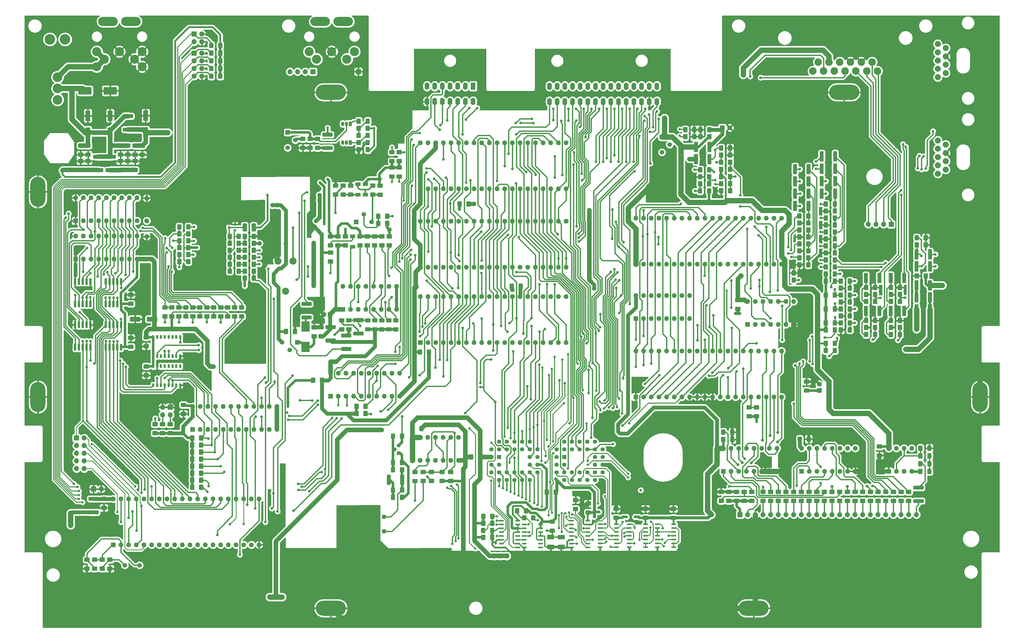
<source format=gtl>
G04 #@! TF.GenerationSoftware,KiCad,Pcbnew,(5.1.0)-1*
G04 #@! TF.CreationDate,2022-07-10T21:14:26+02:00*
G04 #@! TF.ProjectId,Atari 130XE 1MB smd,41746172-6920-4313-9330-584520314d42,rev?*
G04 #@! TF.SameCoordinates,Original*
G04 #@! TF.FileFunction,Copper,L1,Top*
G04 #@! TF.FilePolarity,Positive*
%FSLAX46Y46*%
G04 Gerber Fmt 4.6, Leading zero omitted, Abs format (unit mm)*
G04 Created by KiCad (PCBNEW (5.1.0)-1) date 2022-07-10 21:14:26*
%MOMM*%
%LPD*%
G04 APERTURE LIST*
%ADD10C,0.100000*%
%ADD11C,1.425000*%
%ADD12O,1.600000X1.600000*%
%ADD13R,1.600000X1.600000*%
%ADD14C,1.300000*%
%ADD15R,1.700000X1.300000*%
%ADD16R,1.500000X1.500000*%
%ADD17C,1.500000*%
%ADD18C,1.600000*%
%ADD19R,2.700000X3.500000*%
%ADD20R,1.500000X0.600000*%
%ADD21R,0.900000X0.800000*%
%ADD22C,2.500000*%
%ADD23O,1.700000X1.700000*%
%ADD24R,1.700000X1.700000*%
%ADD25R,1.050000X1.500000*%
%ADD26O,1.050000X1.500000*%
%ADD27C,1.422400*%
%ADD28R,1.422400X1.422400*%
%ADD29C,0.700000*%
%ADD30R,0.800000X1.300000*%
%ADD31O,1.600000X2.400000*%
%ADD32C,2.000000*%
%ADD33O,6.500000X3.000000*%
%ADD34C,3.000000*%
%ADD35C,2.340000*%
%ADD36R,1.300000X1.300000*%
%ADD37R,1.600000X2.400000*%
%ADD38C,3.500000*%
%ADD39C,3.200000*%
%ADD40O,10.000000X5.000000*%
%ADD41O,5.000000X10.000000*%
%ADD42C,1.000000*%
%ADD43C,1.800000*%
%ADD44C,0.900000*%
%ADD45C,0.800000*%
%ADD46C,1.778000*%
%ADD47C,1.524000*%
%ADD48C,1.016000*%
%ADD49C,0.812800*%
%ADD50C,0.508000*%
%ADD51C,0.609600*%
%ADD52C,0.406400*%
%ADD53C,1.270000*%
%ADD54C,0.254000*%
%ADD55C,0.304800*%
G04 APERTURE END LIST*
D10*
G36*
X103469704Y-198922604D02*
G01*
X103493973Y-198926204D01*
X103517771Y-198932165D01*
X103540871Y-198940430D01*
X103563049Y-198950920D01*
X103584093Y-198963533D01*
X103603798Y-198978147D01*
X103621977Y-198994623D01*
X103638453Y-199012802D01*
X103653067Y-199032507D01*
X103665680Y-199053551D01*
X103676170Y-199075729D01*
X103684435Y-199098829D01*
X103690396Y-199122627D01*
X103693996Y-199146896D01*
X103695200Y-199171400D01*
X103695200Y-200421400D01*
X103693996Y-200445904D01*
X103690396Y-200470173D01*
X103684435Y-200493971D01*
X103676170Y-200517071D01*
X103665680Y-200539249D01*
X103653067Y-200560293D01*
X103638453Y-200579998D01*
X103621977Y-200598177D01*
X103603798Y-200614653D01*
X103584093Y-200629267D01*
X103563049Y-200641880D01*
X103540871Y-200652370D01*
X103517771Y-200660635D01*
X103493973Y-200666596D01*
X103469704Y-200670196D01*
X103445200Y-200671400D01*
X102520200Y-200671400D01*
X102495696Y-200670196D01*
X102471427Y-200666596D01*
X102447629Y-200660635D01*
X102424529Y-200652370D01*
X102402351Y-200641880D01*
X102381307Y-200629267D01*
X102361602Y-200614653D01*
X102343423Y-200598177D01*
X102326947Y-200579998D01*
X102312333Y-200560293D01*
X102299720Y-200539249D01*
X102289230Y-200517071D01*
X102280965Y-200493971D01*
X102275004Y-200470173D01*
X102271404Y-200445904D01*
X102270200Y-200421400D01*
X102270200Y-199171400D01*
X102271404Y-199146896D01*
X102275004Y-199122627D01*
X102280965Y-199098829D01*
X102289230Y-199075729D01*
X102299720Y-199053551D01*
X102312333Y-199032507D01*
X102326947Y-199012802D01*
X102343423Y-198994623D01*
X102361602Y-198978147D01*
X102381307Y-198963533D01*
X102402351Y-198950920D01*
X102424529Y-198940430D01*
X102447629Y-198932165D01*
X102471427Y-198926204D01*
X102495696Y-198922604D01*
X102520200Y-198921400D01*
X103445200Y-198921400D01*
X103469704Y-198922604D01*
X103469704Y-198922604D01*
G37*
D11*
X102982700Y-199796400D03*
D10*
G36*
X106444704Y-198922604D02*
G01*
X106468973Y-198926204D01*
X106492771Y-198932165D01*
X106515871Y-198940430D01*
X106538049Y-198950920D01*
X106559093Y-198963533D01*
X106578798Y-198978147D01*
X106596977Y-198994623D01*
X106613453Y-199012802D01*
X106628067Y-199032507D01*
X106640680Y-199053551D01*
X106651170Y-199075729D01*
X106659435Y-199098829D01*
X106665396Y-199122627D01*
X106668996Y-199146896D01*
X106670200Y-199171400D01*
X106670200Y-200421400D01*
X106668996Y-200445904D01*
X106665396Y-200470173D01*
X106659435Y-200493971D01*
X106651170Y-200517071D01*
X106640680Y-200539249D01*
X106628067Y-200560293D01*
X106613453Y-200579998D01*
X106596977Y-200598177D01*
X106578798Y-200614653D01*
X106559093Y-200629267D01*
X106538049Y-200641880D01*
X106515871Y-200652370D01*
X106492771Y-200660635D01*
X106468973Y-200666596D01*
X106444704Y-200670196D01*
X106420200Y-200671400D01*
X105495200Y-200671400D01*
X105470696Y-200670196D01*
X105446427Y-200666596D01*
X105422629Y-200660635D01*
X105399529Y-200652370D01*
X105377351Y-200641880D01*
X105356307Y-200629267D01*
X105336602Y-200614653D01*
X105318423Y-200598177D01*
X105301947Y-200579998D01*
X105287333Y-200560293D01*
X105274720Y-200539249D01*
X105264230Y-200517071D01*
X105255965Y-200493971D01*
X105250004Y-200470173D01*
X105246404Y-200445904D01*
X105245200Y-200421400D01*
X105245200Y-199171400D01*
X105246404Y-199146896D01*
X105250004Y-199122627D01*
X105255965Y-199098829D01*
X105264230Y-199075729D01*
X105274720Y-199053551D01*
X105287333Y-199032507D01*
X105301947Y-199012802D01*
X105318423Y-198994623D01*
X105336602Y-198978147D01*
X105356307Y-198963533D01*
X105377351Y-198950920D01*
X105399529Y-198940430D01*
X105422629Y-198932165D01*
X105446427Y-198926204D01*
X105470696Y-198922604D01*
X105495200Y-198921400D01*
X106420200Y-198921400D01*
X106444704Y-198922604D01*
X106444704Y-198922604D01*
G37*
D11*
X105957700Y-199796400D03*
D12*
X178568400Y-111635200D03*
X226828400Y-126875200D03*
X181108400Y-111635200D03*
X224288400Y-126875200D03*
X183648400Y-111635200D03*
X221748400Y-126875200D03*
X186188400Y-111635200D03*
X219208400Y-126875200D03*
X188728400Y-111635200D03*
X216668400Y-126875200D03*
X191268400Y-111635200D03*
X214128400Y-126875200D03*
X193808400Y-111635200D03*
X211588400Y-126875200D03*
X196348400Y-111635200D03*
X209048400Y-126875200D03*
X198888400Y-111635200D03*
X206508400Y-126875200D03*
X201428400Y-111635200D03*
X203968400Y-126875200D03*
X203968400Y-111635200D03*
X201428400Y-126875200D03*
X206508400Y-111635200D03*
X198888400Y-126875200D03*
X209048400Y-111635200D03*
X196348400Y-126875200D03*
X211588400Y-111635200D03*
X193808400Y-126875200D03*
X214128400Y-111635200D03*
X191268400Y-126875200D03*
X216668400Y-111635200D03*
X188728400Y-126875200D03*
X219208400Y-111635200D03*
X186188400Y-126875200D03*
X221748400Y-111635200D03*
X183648400Y-126875200D03*
X224288400Y-111635200D03*
X181108400Y-126875200D03*
X226828400Y-111635200D03*
D13*
X178568400Y-126875200D03*
D10*
G36*
X316274104Y-151221404D02*
G01*
X316298373Y-151225004D01*
X316322171Y-151230965D01*
X316345271Y-151239230D01*
X316367449Y-151249720D01*
X316388493Y-151262333D01*
X316408198Y-151276947D01*
X316426377Y-151293423D01*
X316442853Y-151311602D01*
X316457467Y-151331307D01*
X316470080Y-151352351D01*
X316480570Y-151374529D01*
X316488835Y-151397629D01*
X316494796Y-151421427D01*
X316498396Y-151445696D01*
X316499600Y-151470200D01*
X316499600Y-152720200D01*
X316498396Y-152744704D01*
X316494796Y-152768973D01*
X316488835Y-152792771D01*
X316480570Y-152815871D01*
X316470080Y-152838049D01*
X316457467Y-152859093D01*
X316442853Y-152878798D01*
X316426377Y-152896977D01*
X316408198Y-152913453D01*
X316388493Y-152928067D01*
X316367449Y-152940680D01*
X316345271Y-152951170D01*
X316322171Y-152959435D01*
X316298373Y-152965396D01*
X316274104Y-152968996D01*
X316249600Y-152970200D01*
X315324600Y-152970200D01*
X315300096Y-152968996D01*
X315275827Y-152965396D01*
X315252029Y-152959435D01*
X315228929Y-152951170D01*
X315206751Y-152940680D01*
X315185707Y-152928067D01*
X315166002Y-152913453D01*
X315147823Y-152896977D01*
X315131347Y-152878798D01*
X315116733Y-152859093D01*
X315104120Y-152838049D01*
X315093630Y-152815871D01*
X315085365Y-152792771D01*
X315079404Y-152768973D01*
X315075804Y-152744704D01*
X315074600Y-152720200D01*
X315074600Y-151470200D01*
X315075804Y-151445696D01*
X315079404Y-151421427D01*
X315085365Y-151397629D01*
X315093630Y-151374529D01*
X315104120Y-151352351D01*
X315116733Y-151331307D01*
X315131347Y-151311602D01*
X315147823Y-151293423D01*
X315166002Y-151276947D01*
X315185707Y-151262333D01*
X315206751Y-151249720D01*
X315228929Y-151239230D01*
X315252029Y-151230965D01*
X315275827Y-151225004D01*
X315300096Y-151221404D01*
X315324600Y-151220200D01*
X316249600Y-151220200D01*
X316274104Y-151221404D01*
X316274104Y-151221404D01*
G37*
D11*
X315787100Y-152095200D03*
D10*
G36*
X313299104Y-151221404D02*
G01*
X313323373Y-151225004D01*
X313347171Y-151230965D01*
X313370271Y-151239230D01*
X313392449Y-151249720D01*
X313413493Y-151262333D01*
X313433198Y-151276947D01*
X313451377Y-151293423D01*
X313467853Y-151311602D01*
X313482467Y-151331307D01*
X313495080Y-151352351D01*
X313505570Y-151374529D01*
X313513835Y-151397629D01*
X313519796Y-151421427D01*
X313523396Y-151445696D01*
X313524600Y-151470200D01*
X313524600Y-152720200D01*
X313523396Y-152744704D01*
X313519796Y-152768973D01*
X313513835Y-152792771D01*
X313505570Y-152815871D01*
X313495080Y-152838049D01*
X313482467Y-152859093D01*
X313467853Y-152878798D01*
X313451377Y-152896977D01*
X313433198Y-152913453D01*
X313413493Y-152928067D01*
X313392449Y-152940680D01*
X313370271Y-152951170D01*
X313347171Y-152959435D01*
X313323373Y-152965396D01*
X313299104Y-152968996D01*
X313274600Y-152970200D01*
X312349600Y-152970200D01*
X312325096Y-152968996D01*
X312300827Y-152965396D01*
X312277029Y-152959435D01*
X312253929Y-152951170D01*
X312231751Y-152940680D01*
X312210707Y-152928067D01*
X312191002Y-152913453D01*
X312172823Y-152896977D01*
X312156347Y-152878798D01*
X312141733Y-152859093D01*
X312129120Y-152838049D01*
X312118630Y-152815871D01*
X312110365Y-152792771D01*
X312104404Y-152768973D01*
X312100804Y-152744704D01*
X312099600Y-152720200D01*
X312099600Y-151470200D01*
X312100804Y-151445696D01*
X312104404Y-151421427D01*
X312110365Y-151397629D01*
X312118630Y-151374529D01*
X312129120Y-151352351D01*
X312141733Y-151331307D01*
X312156347Y-151311602D01*
X312172823Y-151293423D01*
X312191002Y-151276947D01*
X312210707Y-151262333D01*
X312231751Y-151249720D01*
X312253929Y-151239230D01*
X312277029Y-151230965D01*
X312300827Y-151225004D01*
X312325096Y-151221404D01*
X312349600Y-151220200D01*
X313274600Y-151220200D01*
X313299104Y-151221404D01*
X313299104Y-151221404D01*
G37*
D11*
X312812100Y-152095200D03*
D10*
G36*
X316274104Y-153609004D02*
G01*
X316298373Y-153612604D01*
X316322171Y-153618565D01*
X316345271Y-153626830D01*
X316367449Y-153637320D01*
X316388493Y-153649933D01*
X316408198Y-153664547D01*
X316426377Y-153681023D01*
X316442853Y-153699202D01*
X316457467Y-153718907D01*
X316470080Y-153739951D01*
X316480570Y-153762129D01*
X316488835Y-153785229D01*
X316494796Y-153809027D01*
X316498396Y-153833296D01*
X316499600Y-153857800D01*
X316499600Y-155107800D01*
X316498396Y-155132304D01*
X316494796Y-155156573D01*
X316488835Y-155180371D01*
X316480570Y-155203471D01*
X316470080Y-155225649D01*
X316457467Y-155246693D01*
X316442853Y-155266398D01*
X316426377Y-155284577D01*
X316408198Y-155301053D01*
X316388493Y-155315667D01*
X316367449Y-155328280D01*
X316345271Y-155338770D01*
X316322171Y-155347035D01*
X316298373Y-155352996D01*
X316274104Y-155356596D01*
X316249600Y-155357800D01*
X315324600Y-155357800D01*
X315300096Y-155356596D01*
X315275827Y-155352996D01*
X315252029Y-155347035D01*
X315228929Y-155338770D01*
X315206751Y-155328280D01*
X315185707Y-155315667D01*
X315166002Y-155301053D01*
X315147823Y-155284577D01*
X315131347Y-155266398D01*
X315116733Y-155246693D01*
X315104120Y-155225649D01*
X315093630Y-155203471D01*
X315085365Y-155180371D01*
X315079404Y-155156573D01*
X315075804Y-155132304D01*
X315074600Y-155107800D01*
X315074600Y-153857800D01*
X315075804Y-153833296D01*
X315079404Y-153809027D01*
X315085365Y-153785229D01*
X315093630Y-153762129D01*
X315104120Y-153739951D01*
X315116733Y-153718907D01*
X315131347Y-153699202D01*
X315147823Y-153681023D01*
X315166002Y-153664547D01*
X315185707Y-153649933D01*
X315206751Y-153637320D01*
X315228929Y-153626830D01*
X315252029Y-153618565D01*
X315275827Y-153612604D01*
X315300096Y-153609004D01*
X315324600Y-153607800D01*
X316249600Y-153607800D01*
X316274104Y-153609004D01*
X316274104Y-153609004D01*
G37*
D11*
X315787100Y-154482800D03*
D10*
G36*
X313299104Y-153609004D02*
G01*
X313323373Y-153612604D01*
X313347171Y-153618565D01*
X313370271Y-153626830D01*
X313392449Y-153637320D01*
X313413493Y-153649933D01*
X313433198Y-153664547D01*
X313451377Y-153681023D01*
X313467853Y-153699202D01*
X313482467Y-153718907D01*
X313495080Y-153739951D01*
X313505570Y-153762129D01*
X313513835Y-153785229D01*
X313519796Y-153809027D01*
X313523396Y-153833296D01*
X313524600Y-153857800D01*
X313524600Y-155107800D01*
X313523396Y-155132304D01*
X313519796Y-155156573D01*
X313513835Y-155180371D01*
X313505570Y-155203471D01*
X313495080Y-155225649D01*
X313482467Y-155246693D01*
X313467853Y-155266398D01*
X313451377Y-155284577D01*
X313433198Y-155301053D01*
X313413493Y-155315667D01*
X313392449Y-155328280D01*
X313370271Y-155338770D01*
X313347171Y-155347035D01*
X313323373Y-155352996D01*
X313299104Y-155356596D01*
X313274600Y-155357800D01*
X312349600Y-155357800D01*
X312325096Y-155356596D01*
X312300827Y-155352996D01*
X312277029Y-155347035D01*
X312253929Y-155338770D01*
X312231751Y-155328280D01*
X312210707Y-155315667D01*
X312191002Y-155301053D01*
X312172823Y-155284577D01*
X312156347Y-155266398D01*
X312141733Y-155246693D01*
X312129120Y-155225649D01*
X312118630Y-155203471D01*
X312110365Y-155180371D01*
X312104404Y-155156573D01*
X312100804Y-155132304D01*
X312099600Y-155107800D01*
X312099600Y-153857800D01*
X312100804Y-153833296D01*
X312104404Y-153809027D01*
X312110365Y-153785229D01*
X312118630Y-153762129D01*
X312129120Y-153739951D01*
X312141733Y-153718907D01*
X312156347Y-153699202D01*
X312172823Y-153681023D01*
X312191002Y-153664547D01*
X312210707Y-153649933D01*
X312231751Y-153637320D01*
X312253929Y-153626830D01*
X312277029Y-153618565D01*
X312300827Y-153612604D01*
X312325096Y-153609004D01*
X312349600Y-153607800D01*
X313274600Y-153607800D01*
X313299104Y-153609004D01*
X313299104Y-153609004D01*
G37*
D11*
X312812100Y-154482800D03*
D10*
G36*
X284316704Y-139993604D02*
G01*
X284340973Y-139997204D01*
X284364771Y-140003165D01*
X284387871Y-140011430D01*
X284410049Y-140021920D01*
X284431093Y-140034533D01*
X284450798Y-140049147D01*
X284468977Y-140065623D01*
X284485453Y-140083802D01*
X284500067Y-140103507D01*
X284512680Y-140124551D01*
X284523170Y-140146729D01*
X284531435Y-140169829D01*
X284537396Y-140193627D01*
X284540996Y-140217896D01*
X284542200Y-140242400D01*
X284542200Y-141167400D01*
X284540996Y-141191904D01*
X284537396Y-141216173D01*
X284531435Y-141239971D01*
X284523170Y-141263071D01*
X284512680Y-141285249D01*
X284500067Y-141306293D01*
X284485453Y-141325998D01*
X284468977Y-141344177D01*
X284450798Y-141360653D01*
X284431093Y-141375267D01*
X284410049Y-141387880D01*
X284387871Y-141398370D01*
X284364771Y-141406635D01*
X284340973Y-141412596D01*
X284316704Y-141416196D01*
X284292200Y-141417400D01*
X283042200Y-141417400D01*
X283017696Y-141416196D01*
X282993427Y-141412596D01*
X282969629Y-141406635D01*
X282946529Y-141398370D01*
X282924351Y-141387880D01*
X282903307Y-141375267D01*
X282883602Y-141360653D01*
X282865423Y-141344177D01*
X282848947Y-141325998D01*
X282834333Y-141306293D01*
X282821720Y-141285249D01*
X282811230Y-141263071D01*
X282802965Y-141239971D01*
X282797004Y-141216173D01*
X282793404Y-141191904D01*
X282792200Y-141167400D01*
X282792200Y-140242400D01*
X282793404Y-140217896D01*
X282797004Y-140193627D01*
X282802965Y-140169829D01*
X282811230Y-140146729D01*
X282821720Y-140124551D01*
X282834333Y-140103507D01*
X282848947Y-140083802D01*
X282865423Y-140065623D01*
X282883602Y-140049147D01*
X282903307Y-140034533D01*
X282924351Y-140021920D01*
X282946529Y-140011430D01*
X282969629Y-140003165D01*
X282993427Y-139997204D01*
X283017696Y-139993604D01*
X283042200Y-139992400D01*
X284292200Y-139992400D01*
X284316704Y-139993604D01*
X284316704Y-139993604D01*
G37*
D11*
X283667200Y-140704900D03*
D10*
G36*
X284316704Y-137018604D02*
G01*
X284340973Y-137022204D01*
X284364771Y-137028165D01*
X284387871Y-137036430D01*
X284410049Y-137046920D01*
X284431093Y-137059533D01*
X284450798Y-137074147D01*
X284468977Y-137090623D01*
X284485453Y-137108802D01*
X284500067Y-137128507D01*
X284512680Y-137149551D01*
X284523170Y-137171729D01*
X284531435Y-137194829D01*
X284537396Y-137218627D01*
X284540996Y-137242896D01*
X284542200Y-137267400D01*
X284542200Y-138192400D01*
X284540996Y-138216904D01*
X284537396Y-138241173D01*
X284531435Y-138264971D01*
X284523170Y-138288071D01*
X284512680Y-138310249D01*
X284500067Y-138331293D01*
X284485453Y-138350998D01*
X284468977Y-138369177D01*
X284450798Y-138385653D01*
X284431093Y-138400267D01*
X284410049Y-138412880D01*
X284387871Y-138423370D01*
X284364771Y-138431635D01*
X284340973Y-138437596D01*
X284316704Y-138441196D01*
X284292200Y-138442400D01*
X283042200Y-138442400D01*
X283017696Y-138441196D01*
X282993427Y-138437596D01*
X282969629Y-138431635D01*
X282946529Y-138423370D01*
X282924351Y-138412880D01*
X282903307Y-138400267D01*
X282883602Y-138385653D01*
X282865423Y-138369177D01*
X282848947Y-138350998D01*
X282834333Y-138331293D01*
X282821720Y-138310249D01*
X282811230Y-138288071D01*
X282802965Y-138264971D01*
X282797004Y-138241173D01*
X282793404Y-138216904D01*
X282792200Y-138192400D01*
X282792200Y-137267400D01*
X282793404Y-137242896D01*
X282797004Y-137218627D01*
X282802965Y-137194829D01*
X282811230Y-137171729D01*
X282821720Y-137149551D01*
X282834333Y-137128507D01*
X282848947Y-137108802D01*
X282865423Y-137090623D01*
X282883602Y-137074147D01*
X282903307Y-137059533D01*
X282924351Y-137046920D01*
X282946529Y-137036430D01*
X282969629Y-137028165D01*
X282993427Y-137022204D01*
X283017696Y-137018604D01*
X283042200Y-137017400D01*
X284292200Y-137017400D01*
X284316704Y-137018604D01*
X284316704Y-137018604D01*
G37*
D11*
X283667200Y-137729900D03*
D10*
G36*
X209260704Y-132298404D02*
G01*
X209284973Y-132302004D01*
X209308771Y-132307965D01*
X209331871Y-132316230D01*
X209354049Y-132326720D01*
X209375093Y-132339333D01*
X209394798Y-132353947D01*
X209412977Y-132370423D01*
X209429453Y-132388602D01*
X209444067Y-132408307D01*
X209456680Y-132429351D01*
X209467170Y-132451529D01*
X209475435Y-132474629D01*
X209481396Y-132498427D01*
X209484996Y-132522696D01*
X209486200Y-132547200D01*
X209486200Y-133797200D01*
X209484996Y-133821704D01*
X209481396Y-133845973D01*
X209475435Y-133869771D01*
X209467170Y-133892871D01*
X209456680Y-133915049D01*
X209444067Y-133936093D01*
X209429453Y-133955798D01*
X209412977Y-133973977D01*
X209394798Y-133990453D01*
X209375093Y-134005067D01*
X209354049Y-134017680D01*
X209331871Y-134028170D01*
X209308771Y-134036435D01*
X209284973Y-134042396D01*
X209260704Y-134045996D01*
X209236200Y-134047200D01*
X208311200Y-134047200D01*
X208286696Y-134045996D01*
X208262427Y-134042396D01*
X208238629Y-134036435D01*
X208215529Y-134028170D01*
X208193351Y-134017680D01*
X208172307Y-134005067D01*
X208152602Y-133990453D01*
X208134423Y-133973977D01*
X208117947Y-133955798D01*
X208103333Y-133936093D01*
X208090720Y-133915049D01*
X208080230Y-133892871D01*
X208071965Y-133869771D01*
X208066004Y-133845973D01*
X208062404Y-133821704D01*
X208061200Y-133797200D01*
X208061200Y-132547200D01*
X208062404Y-132522696D01*
X208066004Y-132498427D01*
X208071965Y-132474629D01*
X208080230Y-132451529D01*
X208090720Y-132429351D01*
X208103333Y-132408307D01*
X208117947Y-132388602D01*
X208134423Y-132370423D01*
X208152602Y-132353947D01*
X208172307Y-132339333D01*
X208193351Y-132326720D01*
X208215529Y-132316230D01*
X208238629Y-132307965D01*
X208262427Y-132302004D01*
X208286696Y-132298404D01*
X208311200Y-132297200D01*
X209236200Y-132297200D01*
X209260704Y-132298404D01*
X209260704Y-132298404D01*
G37*
D11*
X208773700Y-133172200D03*
D10*
G36*
X212235704Y-132298404D02*
G01*
X212259973Y-132302004D01*
X212283771Y-132307965D01*
X212306871Y-132316230D01*
X212329049Y-132326720D01*
X212350093Y-132339333D01*
X212369798Y-132353947D01*
X212387977Y-132370423D01*
X212404453Y-132388602D01*
X212419067Y-132408307D01*
X212431680Y-132429351D01*
X212442170Y-132451529D01*
X212450435Y-132474629D01*
X212456396Y-132498427D01*
X212459996Y-132522696D01*
X212461200Y-132547200D01*
X212461200Y-133797200D01*
X212459996Y-133821704D01*
X212456396Y-133845973D01*
X212450435Y-133869771D01*
X212442170Y-133892871D01*
X212431680Y-133915049D01*
X212419067Y-133936093D01*
X212404453Y-133955798D01*
X212387977Y-133973977D01*
X212369798Y-133990453D01*
X212350093Y-134005067D01*
X212329049Y-134017680D01*
X212306871Y-134028170D01*
X212283771Y-134036435D01*
X212259973Y-134042396D01*
X212235704Y-134045996D01*
X212211200Y-134047200D01*
X211286200Y-134047200D01*
X211261696Y-134045996D01*
X211237427Y-134042396D01*
X211213629Y-134036435D01*
X211190529Y-134028170D01*
X211168351Y-134017680D01*
X211147307Y-134005067D01*
X211127602Y-133990453D01*
X211109423Y-133973977D01*
X211092947Y-133955798D01*
X211078333Y-133936093D01*
X211065720Y-133915049D01*
X211055230Y-133892871D01*
X211046965Y-133869771D01*
X211041004Y-133845973D01*
X211037404Y-133821704D01*
X211036200Y-133797200D01*
X211036200Y-132547200D01*
X211037404Y-132522696D01*
X211041004Y-132498427D01*
X211046965Y-132474629D01*
X211055230Y-132451529D01*
X211065720Y-132429351D01*
X211078333Y-132408307D01*
X211092947Y-132388602D01*
X211109423Y-132370423D01*
X211127602Y-132353947D01*
X211147307Y-132339333D01*
X211168351Y-132326720D01*
X211190529Y-132316230D01*
X211213629Y-132307965D01*
X211237427Y-132302004D01*
X211261696Y-132298404D01*
X211286200Y-132297200D01*
X212211200Y-132297200D01*
X212235704Y-132298404D01*
X212235704Y-132298404D01*
G37*
D11*
X211748700Y-133172200D03*
D10*
G36*
X142686304Y-86602804D02*
G01*
X142710573Y-86606404D01*
X142734371Y-86612365D01*
X142757471Y-86620630D01*
X142779649Y-86631120D01*
X142800693Y-86643733D01*
X142820398Y-86658347D01*
X142838577Y-86674823D01*
X142855053Y-86693002D01*
X142869667Y-86712707D01*
X142882280Y-86733751D01*
X142892770Y-86755929D01*
X142901035Y-86779029D01*
X142906996Y-86802827D01*
X142910596Y-86827096D01*
X142911800Y-86851600D01*
X142911800Y-87776600D01*
X142910596Y-87801104D01*
X142906996Y-87825373D01*
X142901035Y-87849171D01*
X142892770Y-87872271D01*
X142882280Y-87894449D01*
X142869667Y-87915493D01*
X142855053Y-87935198D01*
X142838577Y-87953377D01*
X142820398Y-87969853D01*
X142800693Y-87984467D01*
X142779649Y-87997080D01*
X142757471Y-88007570D01*
X142734371Y-88015835D01*
X142710573Y-88021796D01*
X142686304Y-88025396D01*
X142661800Y-88026600D01*
X141411800Y-88026600D01*
X141387296Y-88025396D01*
X141363027Y-88021796D01*
X141339229Y-88015835D01*
X141316129Y-88007570D01*
X141293951Y-87997080D01*
X141272907Y-87984467D01*
X141253202Y-87969853D01*
X141235023Y-87953377D01*
X141218547Y-87935198D01*
X141203933Y-87915493D01*
X141191320Y-87894449D01*
X141180830Y-87872271D01*
X141172565Y-87849171D01*
X141166604Y-87825373D01*
X141163004Y-87801104D01*
X141161800Y-87776600D01*
X141161800Y-86851600D01*
X141163004Y-86827096D01*
X141166604Y-86802827D01*
X141172565Y-86779029D01*
X141180830Y-86755929D01*
X141191320Y-86733751D01*
X141203933Y-86712707D01*
X141218547Y-86693002D01*
X141235023Y-86674823D01*
X141253202Y-86658347D01*
X141272907Y-86643733D01*
X141293951Y-86631120D01*
X141316129Y-86620630D01*
X141339229Y-86612365D01*
X141363027Y-86606404D01*
X141387296Y-86602804D01*
X141411800Y-86601600D01*
X142661800Y-86601600D01*
X142686304Y-86602804D01*
X142686304Y-86602804D01*
G37*
D11*
X142036800Y-87314100D03*
D10*
G36*
X142686304Y-83627804D02*
G01*
X142710573Y-83631404D01*
X142734371Y-83637365D01*
X142757471Y-83645630D01*
X142779649Y-83656120D01*
X142800693Y-83668733D01*
X142820398Y-83683347D01*
X142838577Y-83699823D01*
X142855053Y-83718002D01*
X142869667Y-83737707D01*
X142882280Y-83758751D01*
X142892770Y-83780929D01*
X142901035Y-83804029D01*
X142906996Y-83827827D01*
X142910596Y-83852096D01*
X142911800Y-83876600D01*
X142911800Y-84801600D01*
X142910596Y-84826104D01*
X142906996Y-84850373D01*
X142901035Y-84874171D01*
X142892770Y-84897271D01*
X142882280Y-84919449D01*
X142869667Y-84940493D01*
X142855053Y-84960198D01*
X142838577Y-84978377D01*
X142820398Y-84994853D01*
X142800693Y-85009467D01*
X142779649Y-85022080D01*
X142757471Y-85032570D01*
X142734371Y-85040835D01*
X142710573Y-85046796D01*
X142686304Y-85050396D01*
X142661800Y-85051600D01*
X141411800Y-85051600D01*
X141387296Y-85050396D01*
X141363027Y-85046796D01*
X141339229Y-85040835D01*
X141316129Y-85032570D01*
X141293951Y-85022080D01*
X141272907Y-85009467D01*
X141253202Y-84994853D01*
X141235023Y-84978377D01*
X141218547Y-84960198D01*
X141203933Y-84940493D01*
X141191320Y-84919449D01*
X141180830Y-84897271D01*
X141172565Y-84874171D01*
X141166604Y-84850373D01*
X141163004Y-84826104D01*
X141161800Y-84801600D01*
X141161800Y-83876600D01*
X141163004Y-83852096D01*
X141166604Y-83827827D01*
X141172565Y-83804029D01*
X141180830Y-83780929D01*
X141191320Y-83758751D01*
X141203933Y-83737707D01*
X141218547Y-83718002D01*
X141235023Y-83699823D01*
X141253202Y-83683347D01*
X141272907Y-83668733D01*
X141293951Y-83656120D01*
X141316129Y-83645630D01*
X141339229Y-83637365D01*
X141363027Y-83631404D01*
X141387296Y-83627804D01*
X141411800Y-83626600D01*
X142661800Y-83626600D01*
X142686304Y-83627804D01*
X142686304Y-83627804D01*
G37*
D11*
X142036800Y-84339100D03*
D10*
G36*
X145150104Y-83627804D02*
G01*
X145174373Y-83631404D01*
X145198171Y-83637365D01*
X145221271Y-83645630D01*
X145243449Y-83656120D01*
X145264493Y-83668733D01*
X145284198Y-83683347D01*
X145302377Y-83699823D01*
X145318853Y-83718002D01*
X145333467Y-83737707D01*
X145346080Y-83758751D01*
X145356570Y-83780929D01*
X145364835Y-83804029D01*
X145370796Y-83827827D01*
X145374396Y-83852096D01*
X145375600Y-83876600D01*
X145375600Y-84801600D01*
X145374396Y-84826104D01*
X145370796Y-84850373D01*
X145364835Y-84874171D01*
X145356570Y-84897271D01*
X145346080Y-84919449D01*
X145333467Y-84940493D01*
X145318853Y-84960198D01*
X145302377Y-84978377D01*
X145284198Y-84994853D01*
X145264493Y-85009467D01*
X145243449Y-85022080D01*
X145221271Y-85032570D01*
X145198171Y-85040835D01*
X145174373Y-85046796D01*
X145150104Y-85050396D01*
X145125600Y-85051600D01*
X143875600Y-85051600D01*
X143851096Y-85050396D01*
X143826827Y-85046796D01*
X143803029Y-85040835D01*
X143779929Y-85032570D01*
X143757751Y-85022080D01*
X143736707Y-85009467D01*
X143717002Y-84994853D01*
X143698823Y-84978377D01*
X143682347Y-84960198D01*
X143667733Y-84940493D01*
X143655120Y-84919449D01*
X143644630Y-84897271D01*
X143636365Y-84874171D01*
X143630404Y-84850373D01*
X143626804Y-84826104D01*
X143625600Y-84801600D01*
X143625600Y-83876600D01*
X143626804Y-83852096D01*
X143630404Y-83827827D01*
X143636365Y-83804029D01*
X143644630Y-83780929D01*
X143655120Y-83758751D01*
X143667733Y-83737707D01*
X143682347Y-83718002D01*
X143698823Y-83699823D01*
X143717002Y-83683347D01*
X143736707Y-83668733D01*
X143757751Y-83656120D01*
X143779929Y-83645630D01*
X143803029Y-83637365D01*
X143826827Y-83631404D01*
X143851096Y-83627804D01*
X143875600Y-83626600D01*
X145125600Y-83626600D01*
X145150104Y-83627804D01*
X145150104Y-83627804D01*
G37*
D11*
X144500600Y-84339100D03*
D10*
G36*
X145150104Y-86602804D02*
G01*
X145174373Y-86606404D01*
X145198171Y-86612365D01*
X145221271Y-86620630D01*
X145243449Y-86631120D01*
X145264493Y-86643733D01*
X145284198Y-86658347D01*
X145302377Y-86674823D01*
X145318853Y-86693002D01*
X145333467Y-86712707D01*
X145346080Y-86733751D01*
X145356570Y-86755929D01*
X145364835Y-86779029D01*
X145370796Y-86802827D01*
X145374396Y-86827096D01*
X145375600Y-86851600D01*
X145375600Y-87776600D01*
X145374396Y-87801104D01*
X145370796Y-87825373D01*
X145364835Y-87849171D01*
X145356570Y-87872271D01*
X145346080Y-87894449D01*
X145333467Y-87915493D01*
X145318853Y-87935198D01*
X145302377Y-87953377D01*
X145284198Y-87969853D01*
X145264493Y-87984467D01*
X145243449Y-87997080D01*
X145221271Y-88007570D01*
X145198171Y-88015835D01*
X145174373Y-88021796D01*
X145150104Y-88025396D01*
X145125600Y-88026600D01*
X143875600Y-88026600D01*
X143851096Y-88025396D01*
X143826827Y-88021796D01*
X143803029Y-88015835D01*
X143779929Y-88007570D01*
X143757751Y-87997080D01*
X143736707Y-87984467D01*
X143717002Y-87969853D01*
X143698823Y-87953377D01*
X143682347Y-87935198D01*
X143667733Y-87915493D01*
X143655120Y-87894449D01*
X143644630Y-87872271D01*
X143636365Y-87849171D01*
X143630404Y-87825373D01*
X143626804Y-87801104D01*
X143625600Y-87776600D01*
X143625600Y-86851600D01*
X143626804Y-86827096D01*
X143630404Y-86802827D01*
X143636365Y-86779029D01*
X143644630Y-86755929D01*
X143655120Y-86733751D01*
X143667733Y-86712707D01*
X143682347Y-86693002D01*
X143698823Y-86674823D01*
X143717002Y-86658347D01*
X143736707Y-86643733D01*
X143757751Y-86631120D01*
X143779929Y-86620630D01*
X143803029Y-86612365D01*
X143826827Y-86606404D01*
X143851096Y-86602804D01*
X143875600Y-86601600D01*
X145125600Y-86601600D01*
X145150104Y-86602804D01*
X145150104Y-86602804D01*
G37*
D11*
X144500600Y-87314100D03*
D10*
G36*
X140247904Y-86602804D02*
G01*
X140272173Y-86606404D01*
X140295971Y-86612365D01*
X140319071Y-86620630D01*
X140341249Y-86631120D01*
X140362293Y-86643733D01*
X140381998Y-86658347D01*
X140400177Y-86674823D01*
X140416653Y-86693002D01*
X140431267Y-86712707D01*
X140443880Y-86733751D01*
X140454370Y-86755929D01*
X140462635Y-86779029D01*
X140468596Y-86802827D01*
X140472196Y-86827096D01*
X140473400Y-86851600D01*
X140473400Y-87776600D01*
X140472196Y-87801104D01*
X140468596Y-87825373D01*
X140462635Y-87849171D01*
X140454370Y-87872271D01*
X140443880Y-87894449D01*
X140431267Y-87915493D01*
X140416653Y-87935198D01*
X140400177Y-87953377D01*
X140381998Y-87969853D01*
X140362293Y-87984467D01*
X140341249Y-87997080D01*
X140319071Y-88007570D01*
X140295971Y-88015835D01*
X140272173Y-88021796D01*
X140247904Y-88025396D01*
X140223400Y-88026600D01*
X138973400Y-88026600D01*
X138948896Y-88025396D01*
X138924627Y-88021796D01*
X138900829Y-88015835D01*
X138877729Y-88007570D01*
X138855551Y-87997080D01*
X138834507Y-87984467D01*
X138814802Y-87969853D01*
X138796623Y-87953377D01*
X138780147Y-87935198D01*
X138765533Y-87915493D01*
X138752920Y-87894449D01*
X138742430Y-87872271D01*
X138734165Y-87849171D01*
X138728204Y-87825373D01*
X138724604Y-87801104D01*
X138723400Y-87776600D01*
X138723400Y-86851600D01*
X138724604Y-86827096D01*
X138728204Y-86802827D01*
X138734165Y-86779029D01*
X138742430Y-86755929D01*
X138752920Y-86733751D01*
X138765533Y-86712707D01*
X138780147Y-86693002D01*
X138796623Y-86674823D01*
X138814802Y-86658347D01*
X138834507Y-86643733D01*
X138855551Y-86631120D01*
X138877729Y-86620630D01*
X138900829Y-86612365D01*
X138924627Y-86606404D01*
X138948896Y-86602804D01*
X138973400Y-86601600D01*
X140223400Y-86601600D01*
X140247904Y-86602804D01*
X140247904Y-86602804D01*
G37*
D11*
X139598400Y-87314100D03*
D10*
G36*
X140247904Y-83627804D02*
G01*
X140272173Y-83631404D01*
X140295971Y-83637365D01*
X140319071Y-83645630D01*
X140341249Y-83656120D01*
X140362293Y-83668733D01*
X140381998Y-83683347D01*
X140400177Y-83699823D01*
X140416653Y-83718002D01*
X140431267Y-83737707D01*
X140443880Y-83758751D01*
X140454370Y-83780929D01*
X140462635Y-83804029D01*
X140468596Y-83827827D01*
X140472196Y-83852096D01*
X140473400Y-83876600D01*
X140473400Y-84801600D01*
X140472196Y-84826104D01*
X140468596Y-84850373D01*
X140462635Y-84874171D01*
X140454370Y-84897271D01*
X140443880Y-84919449D01*
X140431267Y-84940493D01*
X140416653Y-84960198D01*
X140400177Y-84978377D01*
X140381998Y-84994853D01*
X140362293Y-85009467D01*
X140341249Y-85022080D01*
X140319071Y-85032570D01*
X140295971Y-85040835D01*
X140272173Y-85046796D01*
X140247904Y-85050396D01*
X140223400Y-85051600D01*
X138973400Y-85051600D01*
X138948896Y-85050396D01*
X138924627Y-85046796D01*
X138900829Y-85040835D01*
X138877729Y-85032570D01*
X138855551Y-85022080D01*
X138834507Y-85009467D01*
X138814802Y-84994853D01*
X138796623Y-84978377D01*
X138780147Y-84960198D01*
X138765533Y-84940493D01*
X138752920Y-84919449D01*
X138742430Y-84897271D01*
X138734165Y-84874171D01*
X138728204Y-84850373D01*
X138724604Y-84826104D01*
X138723400Y-84801600D01*
X138723400Y-83876600D01*
X138724604Y-83852096D01*
X138728204Y-83827827D01*
X138734165Y-83804029D01*
X138742430Y-83780929D01*
X138752920Y-83758751D01*
X138765533Y-83737707D01*
X138780147Y-83718002D01*
X138796623Y-83699823D01*
X138814802Y-83683347D01*
X138834507Y-83668733D01*
X138855551Y-83656120D01*
X138877729Y-83645630D01*
X138900829Y-83637365D01*
X138924627Y-83631404D01*
X138948896Y-83627804D01*
X138973400Y-83626600D01*
X140223400Y-83626600D01*
X140247904Y-83627804D01*
X140247904Y-83627804D01*
G37*
D11*
X139598400Y-84339100D03*
D10*
G36*
X149251704Y-86742404D02*
G01*
X149275973Y-86746004D01*
X149299771Y-86751965D01*
X149322871Y-86760230D01*
X149345049Y-86770720D01*
X149366093Y-86783333D01*
X149385798Y-86797947D01*
X149403977Y-86814423D01*
X149420453Y-86832602D01*
X149435067Y-86852307D01*
X149447680Y-86873351D01*
X149458170Y-86895529D01*
X149466435Y-86918629D01*
X149472396Y-86942427D01*
X149475996Y-86966696D01*
X149477200Y-86991200D01*
X149477200Y-87791200D01*
X149475996Y-87815704D01*
X149472396Y-87839973D01*
X149466435Y-87863771D01*
X149458170Y-87886871D01*
X149447680Y-87909049D01*
X149435067Y-87930093D01*
X149420453Y-87949798D01*
X149403977Y-87967977D01*
X149385798Y-87984453D01*
X149366093Y-87999067D01*
X149345049Y-88011680D01*
X149322871Y-88022170D01*
X149299771Y-88030435D01*
X149275973Y-88036396D01*
X149251704Y-88039996D01*
X149227200Y-88041200D01*
X146327200Y-88041200D01*
X146302696Y-88039996D01*
X146278427Y-88036396D01*
X146254629Y-88030435D01*
X146231529Y-88022170D01*
X146209351Y-88011680D01*
X146188307Y-87999067D01*
X146168602Y-87984453D01*
X146150423Y-87967977D01*
X146133947Y-87949798D01*
X146119333Y-87930093D01*
X146106720Y-87909049D01*
X146096230Y-87886871D01*
X146087965Y-87863771D01*
X146082004Y-87839973D01*
X146078404Y-87815704D01*
X146077200Y-87791200D01*
X146077200Y-86991200D01*
X146078404Y-86966696D01*
X146082004Y-86942427D01*
X146087965Y-86918629D01*
X146096230Y-86895529D01*
X146106720Y-86873351D01*
X146119333Y-86852307D01*
X146133947Y-86832602D01*
X146150423Y-86814423D01*
X146168602Y-86797947D01*
X146188307Y-86783333D01*
X146209351Y-86770720D01*
X146231529Y-86760230D01*
X146254629Y-86751965D01*
X146278427Y-86746004D01*
X146302696Y-86742404D01*
X146327200Y-86741200D01*
X149227200Y-86741200D01*
X149251704Y-86742404D01*
X149251704Y-86742404D01*
G37*
D14*
X147777200Y-87391200D03*
D10*
G36*
X149251704Y-82292404D02*
G01*
X149275973Y-82296004D01*
X149299771Y-82301965D01*
X149322871Y-82310230D01*
X149345049Y-82320720D01*
X149366093Y-82333333D01*
X149385798Y-82347947D01*
X149403977Y-82364423D01*
X149420453Y-82382602D01*
X149435067Y-82402307D01*
X149447680Y-82423351D01*
X149458170Y-82445529D01*
X149466435Y-82468629D01*
X149472396Y-82492427D01*
X149475996Y-82516696D01*
X149477200Y-82541200D01*
X149477200Y-83341200D01*
X149475996Y-83365704D01*
X149472396Y-83389973D01*
X149466435Y-83413771D01*
X149458170Y-83436871D01*
X149447680Y-83459049D01*
X149435067Y-83480093D01*
X149420453Y-83499798D01*
X149403977Y-83517977D01*
X149385798Y-83534453D01*
X149366093Y-83549067D01*
X149345049Y-83561680D01*
X149322871Y-83572170D01*
X149299771Y-83580435D01*
X149275973Y-83586396D01*
X149251704Y-83589996D01*
X149227200Y-83591200D01*
X146327200Y-83591200D01*
X146302696Y-83589996D01*
X146278427Y-83586396D01*
X146254629Y-83580435D01*
X146231529Y-83572170D01*
X146209351Y-83561680D01*
X146188307Y-83549067D01*
X146168602Y-83534453D01*
X146150423Y-83517977D01*
X146133947Y-83499798D01*
X146119333Y-83480093D01*
X146106720Y-83459049D01*
X146096230Y-83436871D01*
X146087965Y-83413771D01*
X146082004Y-83389973D01*
X146078404Y-83365704D01*
X146077200Y-83341200D01*
X146077200Y-82541200D01*
X146078404Y-82516696D01*
X146082004Y-82492427D01*
X146087965Y-82468629D01*
X146096230Y-82445529D01*
X146106720Y-82423351D01*
X146119333Y-82402307D01*
X146133947Y-82382602D01*
X146150423Y-82364423D01*
X146168602Y-82347947D01*
X146188307Y-82333333D01*
X146209351Y-82320720D01*
X146231529Y-82310230D01*
X146254629Y-82301965D01*
X146278427Y-82296004D01*
X146302696Y-82292404D01*
X146327200Y-82291200D01*
X149227200Y-82291200D01*
X149251704Y-82292404D01*
X149251704Y-82292404D01*
G37*
D14*
X147777200Y-82941200D03*
D10*
G36*
X192014104Y-105018804D02*
G01*
X192038373Y-105022404D01*
X192062171Y-105028365D01*
X192085271Y-105036630D01*
X192107449Y-105047120D01*
X192128493Y-105059733D01*
X192148198Y-105074347D01*
X192166377Y-105090823D01*
X192182853Y-105109002D01*
X192197467Y-105128707D01*
X192210080Y-105149751D01*
X192220570Y-105171929D01*
X192228835Y-105195029D01*
X192234796Y-105218827D01*
X192238396Y-105243096D01*
X192239600Y-105267600D01*
X192239600Y-106517600D01*
X192238396Y-106542104D01*
X192234796Y-106566373D01*
X192228835Y-106590171D01*
X192220570Y-106613271D01*
X192210080Y-106635449D01*
X192197467Y-106656493D01*
X192182853Y-106676198D01*
X192166377Y-106694377D01*
X192148198Y-106710853D01*
X192128493Y-106725467D01*
X192107449Y-106738080D01*
X192085271Y-106748570D01*
X192062171Y-106756835D01*
X192038373Y-106762796D01*
X192014104Y-106766396D01*
X191989600Y-106767600D01*
X191064600Y-106767600D01*
X191040096Y-106766396D01*
X191015827Y-106762796D01*
X190992029Y-106756835D01*
X190968929Y-106748570D01*
X190946751Y-106738080D01*
X190925707Y-106725467D01*
X190906002Y-106710853D01*
X190887823Y-106694377D01*
X190871347Y-106676198D01*
X190856733Y-106656493D01*
X190844120Y-106635449D01*
X190833630Y-106613271D01*
X190825365Y-106590171D01*
X190819404Y-106566373D01*
X190815804Y-106542104D01*
X190814600Y-106517600D01*
X190814600Y-105267600D01*
X190815804Y-105243096D01*
X190819404Y-105218827D01*
X190825365Y-105195029D01*
X190833630Y-105171929D01*
X190844120Y-105149751D01*
X190856733Y-105128707D01*
X190871347Y-105109002D01*
X190887823Y-105090823D01*
X190906002Y-105074347D01*
X190925707Y-105059733D01*
X190946751Y-105047120D01*
X190968929Y-105036630D01*
X190992029Y-105028365D01*
X191015827Y-105022404D01*
X191040096Y-105018804D01*
X191064600Y-105017600D01*
X191989600Y-105017600D01*
X192014104Y-105018804D01*
X192014104Y-105018804D01*
G37*
D11*
X191527100Y-105892600D03*
D10*
G36*
X194989104Y-105018804D02*
G01*
X195013373Y-105022404D01*
X195037171Y-105028365D01*
X195060271Y-105036630D01*
X195082449Y-105047120D01*
X195103493Y-105059733D01*
X195123198Y-105074347D01*
X195141377Y-105090823D01*
X195157853Y-105109002D01*
X195172467Y-105128707D01*
X195185080Y-105149751D01*
X195195570Y-105171929D01*
X195203835Y-105195029D01*
X195209796Y-105218827D01*
X195213396Y-105243096D01*
X195214600Y-105267600D01*
X195214600Y-106517600D01*
X195213396Y-106542104D01*
X195209796Y-106566373D01*
X195203835Y-106590171D01*
X195195570Y-106613271D01*
X195185080Y-106635449D01*
X195172467Y-106656493D01*
X195157853Y-106676198D01*
X195141377Y-106694377D01*
X195123198Y-106710853D01*
X195103493Y-106725467D01*
X195082449Y-106738080D01*
X195060271Y-106748570D01*
X195037171Y-106756835D01*
X195013373Y-106762796D01*
X194989104Y-106766396D01*
X194964600Y-106767600D01*
X194039600Y-106767600D01*
X194015096Y-106766396D01*
X193990827Y-106762796D01*
X193967029Y-106756835D01*
X193943929Y-106748570D01*
X193921751Y-106738080D01*
X193900707Y-106725467D01*
X193881002Y-106710853D01*
X193862823Y-106694377D01*
X193846347Y-106676198D01*
X193831733Y-106656493D01*
X193819120Y-106635449D01*
X193808630Y-106613271D01*
X193800365Y-106590171D01*
X193794404Y-106566373D01*
X193790804Y-106542104D01*
X193789600Y-106517600D01*
X193789600Y-105267600D01*
X193790804Y-105243096D01*
X193794404Y-105218827D01*
X193800365Y-105195029D01*
X193808630Y-105171929D01*
X193819120Y-105149751D01*
X193831733Y-105128707D01*
X193846347Y-105109002D01*
X193862823Y-105090823D01*
X193881002Y-105074347D01*
X193900707Y-105059733D01*
X193921751Y-105047120D01*
X193943929Y-105036630D01*
X193967029Y-105028365D01*
X193990827Y-105022404D01*
X194015096Y-105018804D01*
X194039600Y-105017600D01*
X194964600Y-105017600D01*
X194989104Y-105018804D01*
X194989104Y-105018804D01*
G37*
D11*
X194502100Y-105892600D03*
D10*
G36*
X151144504Y-102096804D02*
G01*
X151168773Y-102100404D01*
X151192571Y-102106365D01*
X151215671Y-102114630D01*
X151237849Y-102125120D01*
X151258893Y-102137733D01*
X151278598Y-102152347D01*
X151296777Y-102168823D01*
X151313253Y-102187002D01*
X151327867Y-102206707D01*
X151340480Y-102227751D01*
X151350970Y-102249929D01*
X151359235Y-102273029D01*
X151365196Y-102296827D01*
X151368796Y-102321096D01*
X151370000Y-102345600D01*
X151370000Y-103270600D01*
X151368796Y-103295104D01*
X151365196Y-103319373D01*
X151359235Y-103343171D01*
X151350970Y-103366271D01*
X151340480Y-103388449D01*
X151327867Y-103409493D01*
X151313253Y-103429198D01*
X151296777Y-103447377D01*
X151278598Y-103463853D01*
X151258893Y-103478467D01*
X151237849Y-103491080D01*
X151215671Y-103501570D01*
X151192571Y-103509835D01*
X151168773Y-103515796D01*
X151144504Y-103519396D01*
X151120000Y-103520600D01*
X149870000Y-103520600D01*
X149845496Y-103519396D01*
X149821227Y-103515796D01*
X149797429Y-103509835D01*
X149774329Y-103501570D01*
X149752151Y-103491080D01*
X149731107Y-103478467D01*
X149711402Y-103463853D01*
X149693223Y-103447377D01*
X149676747Y-103429198D01*
X149662133Y-103409493D01*
X149649520Y-103388449D01*
X149639030Y-103366271D01*
X149630765Y-103343171D01*
X149624804Y-103319373D01*
X149621204Y-103295104D01*
X149620000Y-103270600D01*
X149620000Y-102345600D01*
X149621204Y-102321096D01*
X149624804Y-102296827D01*
X149630765Y-102273029D01*
X149639030Y-102249929D01*
X149649520Y-102227751D01*
X149662133Y-102206707D01*
X149676747Y-102187002D01*
X149693223Y-102168823D01*
X149711402Y-102152347D01*
X149731107Y-102137733D01*
X149752151Y-102125120D01*
X149774329Y-102114630D01*
X149797429Y-102106365D01*
X149821227Y-102100404D01*
X149845496Y-102096804D01*
X149870000Y-102095600D01*
X151120000Y-102095600D01*
X151144504Y-102096804D01*
X151144504Y-102096804D01*
G37*
D11*
X150495000Y-102808100D03*
D10*
G36*
X151144504Y-99121804D02*
G01*
X151168773Y-99125404D01*
X151192571Y-99131365D01*
X151215671Y-99139630D01*
X151237849Y-99150120D01*
X151258893Y-99162733D01*
X151278598Y-99177347D01*
X151296777Y-99193823D01*
X151313253Y-99212002D01*
X151327867Y-99231707D01*
X151340480Y-99252751D01*
X151350970Y-99274929D01*
X151359235Y-99298029D01*
X151365196Y-99321827D01*
X151368796Y-99346096D01*
X151370000Y-99370600D01*
X151370000Y-100295600D01*
X151368796Y-100320104D01*
X151365196Y-100344373D01*
X151359235Y-100368171D01*
X151350970Y-100391271D01*
X151340480Y-100413449D01*
X151327867Y-100434493D01*
X151313253Y-100454198D01*
X151296777Y-100472377D01*
X151278598Y-100488853D01*
X151258893Y-100503467D01*
X151237849Y-100516080D01*
X151215671Y-100526570D01*
X151192571Y-100534835D01*
X151168773Y-100540796D01*
X151144504Y-100544396D01*
X151120000Y-100545600D01*
X149870000Y-100545600D01*
X149845496Y-100544396D01*
X149821227Y-100540796D01*
X149797429Y-100534835D01*
X149774329Y-100526570D01*
X149752151Y-100516080D01*
X149731107Y-100503467D01*
X149711402Y-100488853D01*
X149693223Y-100472377D01*
X149676747Y-100454198D01*
X149662133Y-100434493D01*
X149649520Y-100413449D01*
X149639030Y-100391271D01*
X149630765Y-100368171D01*
X149624804Y-100344373D01*
X149621204Y-100320104D01*
X149620000Y-100295600D01*
X149620000Y-99370600D01*
X149621204Y-99346096D01*
X149624804Y-99321827D01*
X149630765Y-99298029D01*
X149639030Y-99274929D01*
X149649520Y-99252751D01*
X149662133Y-99231707D01*
X149676747Y-99212002D01*
X149693223Y-99193823D01*
X149711402Y-99177347D01*
X149731107Y-99162733D01*
X149752151Y-99150120D01*
X149774329Y-99139630D01*
X149797429Y-99131365D01*
X149821227Y-99125404D01*
X149845496Y-99121804D01*
X149870000Y-99120600D01*
X151120000Y-99120600D01*
X151144504Y-99121804D01*
X151144504Y-99121804D01*
G37*
D11*
X150495000Y-99833100D03*
D10*
G36*
X156097504Y-102096804D02*
G01*
X156121773Y-102100404D01*
X156145571Y-102106365D01*
X156168671Y-102114630D01*
X156190849Y-102125120D01*
X156211893Y-102137733D01*
X156231598Y-102152347D01*
X156249777Y-102168823D01*
X156266253Y-102187002D01*
X156280867Y-102206707D01*
X156293480Y-102227751D01*
X156303970Y-102249929D01*
X156312235Y-102273029D01*
X156318196Y-102296827D01*
X156321796Y-102321096D01*
X156323000Y-102345600D01*
X156323000Y-103270600D01*
X156321796Y-103295104D01*
X156318196Y-103319373D01*
X156312235Y-103343171D01*
X156303970Y-103366271D01*
X156293480Y-103388449D01*
X156280867Y-103409493D01*
X156266253Y-103429198D01*
X156249777Y-103447377D01*
X156231598Y-103463853D01*
X156211893Y-103478467D01*
X156190849Y-103491080D01*
X156168671Y-103501570D01*
X156145571Y-103509835D01*
X156121773Y-103515796D01*
X156097504Y-103519396D01*
X156073000Y-103520600D01*
X154823000Y-103520600D01*
X154798496Y-103519396D01*
X154774227Y-103515796D01*
X154750429Y-103509835D01*
X154727329Y-103501570D01*
X154705151Y-103491080D01*
X154684107Y-103478467D01*
X154664402Y-103463853D01*
X154646223Y-103447377D01*
X154629747Y-103429198D01*
X154615133Y-103409493D01*
X154602520Y-103388449D01*
X154592030Y-103366271D01*
X154583765Y-103343171D01*
X154577804Y-103319373D01*
X154574204Y-103295104D01*
X154573000Y-103270600D01*
X154573000Y-102345600D01*
X154574204Y-102321096D01*
X154577804Y-102296827D01*
X154583765Y-102273029D01*
X154592030Y-102249929D01*
X154602520Y-102227751D01*
X154615133Y-102206707D01*
X154629747Y-102187002D01*
X154646223Y-102168823D01*
X154664402Y-102152347D01*
X154684107Y-102137733D01*
X154705151Y-102125120D01*
X154727329Y-102114630D01*
X154750429Y-102106365D01*
X154774227Y-102100404D01*
X154798496Y-102096804D01*
X154823000Y-102095600D01*
X156073000Y-102095600D01*
X156097504Y-102096804D01*
X156097504Y-102096804D01*
G37*
D11*
X155448000Y-102808100D03*
D10*
G36*
X156097504Y-99121804D02*
G01*
X156121773Y-99125404D01*
X156145571Y-99131365D01*
X156168671Y-99139630D01*
X156190849Y-99150120D01*
X156211893Y-99162733D01*
X156231598Y-99177347D01*
X156249777Y-99193823D01*
X156266253Y-99212002D01*
X156280867Y-99231707D01*
X156293480Y-99252751D01*
X156303970Y-99274929D01*
X156312235Y-99298029D01*
X156318196Y-99321827D01*
X156321796Y-99346096D01*
X156323000Y-99370600D01*
X156323000Y-100295600D01*
X156321796Y-100320104D01*
X156318196Y-100344373D01*
X156312235Y-100368171D01*
X156303970Y-100391271D01*
X156293480Y-100413449D01*
X156280867Y-100434493D01*
X156266253Y-100454198D01*
X156249777Y-100472377D01*
X156231598Y-100488853D01*
X156211893Y-100503467D01*
X156190849Y-100516080D01*
X156168671Y-100526570D01*
X156145571Y-100534835D01*
X156121773Y-100540796D01*
X156097504Y-100544396D01*
X156073000Y-100545600D01*
X154823000Y-100545600D01*
X154798496Y-100544396D01*
X154774227Y-100540796D01*
X154750429Y-100534835D01*
X154727329Y-100526570D01*
X154705151Y-100516080D01*
X154684107Y-100503467D01*
X154664402Y-100488853D01*
X154646223Y-100472377D01*
X154629747Y-100454198D01*
X154615133Y-100434493D01*
X154602520Y-100413449D01*
X154592030Y-100391271D01*
X154583765Y-100368171D01*
X154577804Y-100344373D01*
X154574204Y-100320104D01*
X154573000Y-100295600D01*
X154573000Y-99370600D01*
X154574204Y-99346096D01*
X154577804Y-99321827D01*
X154583765Y-99298029D01*
X154592030Y-99274929D01*
X154602520Y-99252751D01*
X154615133Y-99231707D01*
X154629747Y-99212002D01*
X154646223Y-99193823D01*
X154664402Y-99177347D01*
X154684107Y-99162733D01*
X154705151Y-99150120D01*
X154727329Y-99139630D01*
X154750429Y-99131365D01*
X154774227Y-99125404D01*
X154798496Y-99121804D01*
X154823000Y-99120600D01*
X156073000Y-99120600D01*
X156097504Y-99121804D01*
X156097504Y-99121804D01*
G37*
D11*
X155448000Y-99833100D03*
D10*
G36*
X163438104Y-102096804D02*
G01*
X163462373Y-102100404D01*
X163486171Y-102106365D01*
X163509271Y-102114630D01*
X163531449Y-102125120D01*
X163552493Y-102137733D01*
X163572198Y-102152347D01*
X163590377Y-102168823D01*
X163606853Y-102187002D01*
X163621467Y-102206707D01*
X163634080Y-102227751D01*
X163644570Y-102249929D01*
X163652835Y-102273029D01*
X163658796Y-102296827D01*
X163662396Y-102321096D01*
X163663600Y-102345600D01*
X163663600Y-103270600D01*
X163662396Y-103295104D01*
X163658796Y-103319373D01*
X163652835Y-103343171D01*
X163644570Y-103366271D01*
X163634080Y-103388449D01*
X163621467Y-103409493D01*
X163606853Y-103429198D01*
X163590377Y-103447377D01*
X163572198Y-103463853D01*
X163552493Y-103478467D01*
X163531449Y-103491080D01*
X163509271Y-103501570D01*
X163486171Y-103509835D01*
X163462373Y-103515796D01*
X163438104Y-103519396D01*
X163413600Y-103520600D01*
X162163600Y-103520600D01*
X162139096Y-103519396D01*
X162114827Y-103515796D01*
X162091029Y-103509835D01*
X162067929Y-103501570D01*
X162045751Y-103491080D01*
X162024707Y-103478467D01*
X162005002Y-103463853D01*
X161986823Y-103447377D01*
X161970347Y-103429198D01*
X161955733Y-103409493D01*
X161943120Y-103388449D01*
X161932630Y-103366271D01*
X161924365Y-103343171D01*
X161918404Y-103319373D01*
X161914804Y-103295104D01*
X161913600Y-103270600D01*
X161913600Y-102345600D01*
X161914804Y-102321096D01*
X161918404Y-102296827D01*
X161924365Y-102273029D01*
X161932630Y-102249929D01*
X161943120Y-102227751D01*
X161955733Y-102206707D01*
X161970347Y-102187002D01*
X161986823Y-102168823D01*
X162005002Y-102152347D01*
X162024707Y-102137733D01*
X162045751Y-102125120D01*
X162067929Y-102114630D01*
X162091029Y-102106365D01*
X162114827Y-102100404D01*
X162139096Y-102096804D01*
X162163600Y-102095600D01*
X163413600Y-102095600D01*
X163438104Y-102096804D01*
X163438104Y-102096804D01*
G37*
D11*
X162788600Y-102808100D03*
D10*
G36*
X163438104Y-99121804D02*
G01*
X163462373Y-99125404D01*
X163486171Y-99131365D01*
X163509271Y-99139630D01*
X163531449Y-99150120D01*
X163552493Y-99162733D01*
X163572198Y-99177347D01*
X163590377Y-99193823D01*
X163606853Y-99212002D01*
X163621467Y-99231707D01*
X163634080Y-99252751D01*
X163644570Y-99274929D01*
X163652835Y-99298029D01*
X163658796Y-99321827D01*
X163662396Y-99346096D01*
X163663600Y-99370600D01*
X163663600Y-100295600D01*
X163662396Y-100320104D01*
X163658796Y-100344373D01*
X163652835Y-100368171D01*
X163644570Y-100391271D01*
X163634080Y-100413449D01*
X163621467Y-100434493D01*
X163606853Y-100454198D01*
X163590377Y-100472377D01*
X163572198Y-100488853D01*
X163552493Y-100503467D01*
X163531449Y-100516080D01*
X163509271Y-100526570D01*
X163486171Y-100534835D01*
X163462373Y-100540796D01*
X163438104Y-100544396D01*
X163413600Y-100545600D01*
X162163600Y-100545600D01*
X162139096Y-100544396D01*
X162114827Y-100540796D01*
X162091029Y-100534835D01*
X162067929Y-100526570D01*
X162045751Y-100516080D01*
X162024707Y-100503467D01*
X162005002Y-100488853D01*
X161986823Y-100472377D01*
X161970347Y-100454198D01*
X161955733Y-100434493D01*
X161943120Y-100413449D01*
X161932630Y-100391271D01*
X161924365Y-100368171D01*
X161918404Y-100344373D01*
X161914804Y-100320104D01*
X161913600Y-100295600D01*
X161913600Y-99370600D01*
X161914804Y-99346096D01*
X161918404Y-99321827D01*
X161924365Y-99298029D01*
X161932630Y-99274929D01*
X161943120Y-99252751D01*
X161955733Y-99231707D01*
X161970347Y-99212002D01*
X161986823Y-99193823D01*
X162005002Y-99177347D01*
X162024707Y-99162733D01*
X162045751Y-99150120D01*
X162067929Y-99139630D01*
X162091029Y-99131365D01*
X162114827Y-99125404D01*
X162139096Y-99121804D01*
X162163600Y-99120600D01*
X163413600Y-99120600D01*
X163438104Y-99121804D01*
X163438104Y-99121804D01*
G37*
D11*
X162788600Y-99833100D03*
D10*
G36*
X172175704Y-88022004D02*
G01*
X172199973Y-88025604D01*
X172223771Y-88031565D01*
X172246871Y-88039830D01*
X172269049Y-88050320D01*
X172290093Y-88062933D01*
X172309798Y-88077547D01*
X172327977Y-88094023D01*
X172344453Y-88112202D01*
X172359067Y-88131907D01*
X172371680Y-88152951D01*
X172382170Y-88175129D01*
X172390435Y-88198229D01*
X172396396Y-88222027D01*
X172399996Y-88246296D01*
X172401200Y-88270800D01*
X172401200Y-89195800D01*
X172399996Y-89220304D01*
X172396396Y-89244573D01*
X172390435Y-89268371D01*
X172382170Y-89291471D01*
X172371680Y-89313649D01*
X172359067Y-89334693D01*
X172344453Y-89354398D01*
X172327977Y-89372577D01*
X172309798Y-89389053D01*
X172290093Y-89403667D01*
X172269049Y-89416280D01*
X172246871Y-89426770D01*
X172223771Y-89435035D01*
X172199973Y-89440996D01*
X172175704Y-89444596D01*
X172151200Y-89445800D01*
X170901200Y-89445800D01*
X170876696Y-89444596D01*
X170852427Y-89440996D01*
X170828629Y-89435035D01*
X170805529Y-89426770D01*
X170783351Y-89416280D01*
X170762307Y-89403667D01*
X170742602Y-89389053D01*
X170724423Y-89372577D01*
X170707947Y-89354398D01*
X170693333Y-89334693D01*
X170680720Y-89313649D01*
X170670230Y-89291471D01*
X170661965Y-89268371D01*
X170656004Y-89244573D01*
X170652404Y-89220304D01*
X170651200Y-89195800D01*
X170651200Y-88270800D01*
X170652404Y-88246296D01*
X170656004Y-88222027D01*
X170661965Y-88198229D01*
X170670230Y-88175129D01*
X170680720Y-88152951D01*
X170693333Y-88131907D01*
X170707947Y-88112202D01*
X170724423Y-88094023D01*
X170742602Y-88077547D01*
X170762307Y-88062933D01*
X170783351Y-88050320D01*
X170805529Y-88039830D01*
X170828629Y-88031565D01*
X170852427Y-88025604D01*
X170876696Y-88022004D01*
X170901200Y-88020800D01*
X172151200Y-88020800D01*
X172175704Y-88022004D01*
X172175704Y-88022004D01*
G37*
D11*
X171526200Y-88733300D03*
D10*
G36*
X172175704Y-90997004D02*
G01*
X172199973Y-91000604D01*
X172223771Y-91006565D01*
X172246871Y-91014830D01*
X172269049Y-91025320D01*
X172290093Y-91037933D01*
X172309798Y-91052547D01*
X172327977Y-91069023D01*
X172344453Y-91087202D01*
X172359067Y-91106907D01*
X172371680Y-91127951D01*
X172382170Y-91150129D01*
X172390435Y-91173229D01*
X172396396Y-91197027D01*
X172399996Y-91221296D01*
X172401200Y-91245800D01*
X172401200Y-92170800D01*
X172399996Y-92195304D01*
X172396396Y-92219573D01*
X172390435Y-92243371D01*
X172382170Y-92266471D01*
X172371680Y-92288649D01*
X172359067Y-92309693D01*
X172344453Y-92329398D01*
X172327977Y-92347577D01*
X172309798Y-92364053D01*
X172290093Y-92378667D01*
X172269049Y-92391280D01*
X172246871Y-92401770D01*
X172223771Y-92410035D01*
X172199973Y-92415996D01*
X172175704Y-92419596D01*
X172151200Y-92420800D01*
X170901200Y-92420800D01*
X170876696Y-92419596D01*
X170852427Y-92415996D01*
X170828629Y-92410035D01*
X170805529Y-92401770D01*
X170783351Y-92391280D01*
X170762307Y-92378667D01*
X170742602Y-92364053D01*
X170724423Y-92347577D01*
X170707947Y-92329398D01*
X170693333Y-92309693D01*
X170680720Y-92288649D01*
X170670230Y-92266471D01*
X170661965Y-92243371D01*
X170656004Y-92219573D01*
X170652404Y-92195304D01*
X170651200Y-92170800D01*
X170651200Y-91245800D01*
X170652404Y-91221296D01*
X170656004Y-91197027D01*
X170661965Y-91173229D01*
X170670230Y-91150129D01*
X170680720Y-91127951D01*
X170693333Y-91106907D01*
X170707947Y-91087202D01*
X170724423Y-91069023D01*
X170742602Y-91052547D01*
X170762307Y-91037933D01*
X170783351Y-91025320D01*
X170805529Y-91014830D01*
X170828629Y-91006565D01*
X170852427Y-91000604D01*
X170876696Y-90997004D01*
X170901200Y-90995800D01*
X172151200Y-90995800D01*
X172175704Y-90997004D01*
X172175704Y-90997004D01*
G37*
D11*
X171526200Y-91708300D03*
D10*
G36*
X172175704Y-96102404D02*
G01*
X172199973Y-96106004D01*
X172223771Y-96111965D01*
X172246871Y-96120230D01*
X172269049Y-96130720D01*
X172290093Y-96143333D01*
X172309798Y-96157947D01*
X172327977Y-96174423D01*
X172344453Y-96192602D01*
X172359067Y-96212307D01*
X172371680Y-96233351D01*
X172382170Y-96255529D01*
X172390435Y-96278629D01*
X172396396Y-96302427D01*
X172399996Y-96326696D01*
X172401200Y-96351200D01*
X172401200Y-97276200D01*
X172399996Y-97300704D01*
X172396396Y-97324973D01*
X172390435Y-97348771D01*
X172382170Y-97371871D01*
X172371680Y-97394049D01*
X172359067Y-97415093D01*
X172344453Y-97434798D01*
X172327977Y-97452977D01*
X172309798Y-97469453D01*
X172290093Y-97484067D01*
X172269049Y-97496680D01*
X172246871Y-97507170D01*
X172223771Y-97515435D01*
X172199973Y-97521396D01*
X172175704Y-97524996D01*
X172151200Y-97526200D01*
X170901200Y-97526200D01*
X170876696Y-97524996D01*
X170852427Y-97521396D01*
X170828629Y-97515435D01*
X170805529Y-97507170D01*
X170783351Y-97496680D01*
X170762307Y-97484067D01*
X170742602Y-97469453D01*
X170724423Y-97452977D01*
X170707947Y-97434798D01*
X170693333Y-97415093D01*
X170680720Y-97394049D01*
X170670230Y-97371871D01*
X170661965Y-97348771D01*
X170656004Y-97324973D01*
X170652404Y-97300704D01*
X170651200Y-97276200D01*
X170651200Y-96351200D01*
X170652404Y-96326696D01*
X170656004Y-96302427D01*
X170661965Y-96278629D01*
X170670230Y-96255529D01*
X170680720Y-96233351D01*
X170693333Y-96212307D01*
X170707947Y-96192602D01*
X170724423Y-96174423D01*
X170742602Y-96157947D01*
X170762307Y-96143333D01*
X170783351Y-96130720D01*
X170805529Y-96120230D01*
X170828629Y-96111965D01*
X170852427Y-96106004D01*
X170876696Y-96102404D01*
X170901200Y-96101200D01*
X172151200Y-96101200D01*
X172175704Y-96102404D01*
X172175704Y-96102404D01*
G37*
D11*
X171526200Y-96813700D03*
D10*
G36*
X172175704Y-93127404D02*
G01*
X172199973Y-93131004D01*
X172223771Y-93136965D01*
X172246871Y-93145230D01*
X172269049Y-93155720D01*
X172290093Y-93168333D01*
X172309798Y-93182947D01*
X172327977Y-93199423D01*
X172344453Y-93217602D01*
X172359067Y-93237307D01*
X172371680Y-93258351D01*
X172382170Y-93280529D01*
X172390435Y-93303629D01*
X172396396Y-93327427D01*
X172399996Y-93351696D01*
X172401200Y-93376200D01*
X172401200Y-94301200D01*
X172399996Y-94325704D01*
X172396396Y-94349973D01*
X172390435Y-94373771D01*
X172382170Y-94396871D01*
X172371680Y-94419049D01*
X172359067Y-94440093D01*
X172344453Y-94459798D01*
X172327977Y-94477977D01*
X172309798Y-94494453D01*
X172290093Y-94509067D01*
X172269049Y-94521680D01*
X172246871Y-94532170D01*
X172223771Y-94540435D01*
X172199973Y-94546396D01*
X172175704Y-94549996D01*
X172151200Y-94551200D01*
X170901200Y-94551200D01*
X170876696Y-94549996D01*
X170852427Y-94546396D01*
X170828629Y-94540435D01*
X170805529Y-94532170D01*
X170783351Y-94521680D01*
X170762307Y-94509067D01*
X170742602Y-94494453D01*
X170724423Y-94477977D01*
X170707947Y-94459798D01*
X170693333Y-94440093D01*
X170680720Y-94419049D01*
X170670230Y-94396871D01*
X170661965Y-94373771D01*
X170656004Y-94349973D01*
X170652404Y-94325704D01*
X170651200Y-94301200D01*
X170651200Y-93376200D01*
X170652404Y-93351696D01*
X170656004Y-93327427D01*
X170661965Y-93303629D01*
X170670230Y-93280529D01*
X170680720Y-93258351D01*
X170693333Y-93237307D01*
X170707947Y-93217602D01*
X170724423Y-93199423D01*
X170742602Y-93182947D01*
X170762307Y-93168333D01*
X170783351Y-93155720D01*
X170805529Y-93145230D01*
X170828629Y-93136965D01*
X170852427Y-93131004D01*
X170876696Y-93127404D01*
X170901200Y-93126200D01*
X172151200Y-93126200D01*
X172175704Y-93127404D01*
X172175704Y-93127404D01*
G37*
D11*
X171526200Y-93838700D03*
D10*
G36*
X169762704Y-90997004D02*
G01*
X169786973Y-91000604D01*
X169810771Y-91006565D01*
X169833871Y-91014830D01*
X169856049Y-91025320D01*
X169877093Y-91037933D01*
X169896798Y-91052547D01*
X169914977Y-91069023D01*
X169931453Y-91087202D01*
X169946067Y-91106907D01*
X169958680Y-91127951D01*
X169969170Y-91150129D01*
X169977435Y-91173229D01*
X169983396Y-91197027D01*
X169986996Y-91221296D01*
X169988200Y-91245800D01*
X169988200Y-92170800D01*
X169986996Y-92195304D01*
X169983396Y-92219573D01*
X169977435Y-92243371D01*
X169969170Y-92266471D01*
X169958680Y-92288649D01*
X169946067Y-92309693D01*
X169931453Y-92329398D01*
X169914977Y-92347577D01*
X169896798Y-92364053D01*
X169877093Y-92378667D01*
X169856049Y-92391280D01*
X169833871Y-92401770D01*
X169810771Y-92410035D01*
X169786973Y-92415996D01*
X169762704Y-92419596D01*
X169738200Y-92420800D01*
X168488200Y-92420800D01*
X168463696Y-92419596D01*
X168439427Y-92415996D01*
X168415629Y-92410035D01*
X168392529Y-92401770D01*
X168370351Y-92391280D01*
X168349307Y-92378667D01*
X168329602Y-92364053D01*
X168311423Y-92347577D01*
X168294947Y-92329398D01*
X168280333Y-92309693D01*
X168267720Y-92288649D01*
X168257230Y-92266471D01*
X168248965Y-92243371D01*
X168243004Y-92219573D01*
X168239404Y-92195304D01*
X168238200Y-92170800D01*
X168238200Y-91245800D01*
X168239404Y-91221296D01*
X168243004Y-91197027D01*
X168248965Y-91173229D01*
X168257230Y-91150129D01*
X168267720Y-91127951D01*
X168280333Y-91106907D01*
X168294947Y-91087202D01*
X168311423Y-91069023D01*
X168329602Y-91052547D01*
X168349307Y-91037933D01*
X168370351Y-91025320D01*
X168392529Y-91014830D01*
X168415629Y-91006565D01*
X168439427Y-91000604D01*
X168463696Y-90997004D01*
X168488200Y-90995800D01*
X169738200Y-90995800D01*
X169762704Y-90997004D01*
X169762704Y-90997004D01*
G37*
D11*
X169113200Y-91708300D03*
D10*
G36*
X169762704Y-88022004D02*
G01*
X169786973Y-88025604D01*
X169810771Y-88031565D01*
X169833871Y-88039830D01*
X169856049Y-88050320D01*
X169877093Y-88062933D01*
X169896798Y-88077547D01*
X169914977Y-88094023D01*
X169931453Y-88112202D01*
X169946067Y-88131907D01*
X169958680Y-88152951D01*
X169969170Y-88175129D01*
X169977435Y-88198229D01*
X169983396Y-88222027D01*
X169986996Y-88246296D01*
X169988200Y-88270800D01*
X169988200Y-89195800D01*
X169986996Y-89220304D01*
X169983396Y-89244573D01*
X169977435Y-89268371D01*
X169969170Y-89291471D01*
X169958680Y-89313649D01*
X169946067Y-89334693D01*
X169931453Y-89354398D01*
X169914977Y-89372577D01*
X169896798Y-89389053D01*
X169877093Y-89403667D01*
X169856049Y-89416280D01*
X169833871Y-89426770D01*
X169810771Y-89435035D01*
X169786973Y-89440996D01*
X169762704Y-89444596D01*
X169738200Y-89445800D01*
X168488200Y-89445800D01*
X168463696Y-89444596D01*
X168439427Y-89440996D01*
X168415629Y-89435035D01*
X168392529Y-89426770D01*
X168370351Y-89416280D01*
X168349307Y-89403667D01*
X168329602Y-89389053D01*
X168311423Y-89372577D01*
X168294947Y-89354398D01*
X168280333Y-89334693D01*
X168267720Y-89313649D01*
X168257230Y-89291471D01*
X168248965Y-89268371D01*
X168243004Y-89244573D01*
X168239404Y-89220304D01*
X168238200Y-89195800D01*
X168238200Y-88270800D01*
X168239404Y-88246296D01*
X168243004Y-88222027D01*
X168248965Y-88198229D01*
X168257230Y-88175129D01*
X168267720Y-88152951D01*
X168280333Y-88131907D01*
X168294947Y-88112202D01*
X168311423Y-88094023D01*
X168329602Y-88077547D01*
X168349307Y-88062933D01*
X168370351Y-88050320D01*
X168392529Y-88039830D01*
X168415629Y-88031565D01*
X168439427Y-88025604D01*
X168463696Y-88022004D01*
X168488200Y-88020800D01*
X169738200Y-88020800D01*
X169762704Y-88022004D01*
X169762704Y-88022004D01*
G37*
D11*
X169113200Y-88733300D03*
D10*
G36*
X153608304Y-99121804D02*
G01*
X153632573Y-99125404D01*
X153656371Y-99131365D01*
X153679471Y-99139630D01*
X153701649Y-99150120D01*
X153722693Y-99162733D01*
X153742398Y-99177347D01*
X153760577Y-99193823D01*
X153777053Y-99212002D01*
X153791667Y-99231707D01*
X153804280Y-99252751D01*
X153814770Y-99274929D01*
X153823035Y-99298029D01*
X153828996Y-99321827D01*
X153832596Y-99346096D01*
X153833800Y-99370600D01*
X153833800Y-100295600D01*
X153832596Y-100320104D01*
X153828996Y-100344373D01*
X153823035Y-100368171D01*
X153814770Y-100391271D01*
X153804280Y-100413449D01*
X153791667Y-100434493D01*
X153777053Y-100454198D01*
X153760577Y-100472377D01*
X153742398Y-100488853D01*
X153722693Y-100503467D01*
X153701649Y-100516080D01*
X153679471Y-100526570D01*
X153656371Y-100534835D01*
X153632573Y-100540796D01*
X153608304Y-100544396D01*
X153583800Y-100545600D01*
X152333800Y-100545600D01*
X152309296Y-100544396D01*
X152285027Y-100540796D01*
X152261229Y-100534835D01*
X152238129Y-100526570D01*
X152215951Y-100516080D01*
X152194907Y-100503467D01*
X152175202Y-100488853D01*
X152157023Y-100472377D01*
X152140547Y-100454198D01*
X152125933Y-100434493D01*
X152113320Y-100413449D01*
X152102830Y-100391271D01*
X152094565Y-100368171D01*
X152088604Y-100344373D01*
X152085004Y-100320104D01*
X152083800Y-100295600D01*
X152083800Y-99370600D01*
X152085004Y-99346096D01*
X152088604Y-99321827D01*
X152094565Y-99298029D01*
X152102830Y-99274929D01*
X152113320Y-99252751D01*
X152125933Y-99231707D01*
X152140547Y-99212002D01*
X152157023Y-99193823D01*
X152175202Y-99177347D01*
X152194907Y-99162733D01*
X152215951Y-99150120D01*
X152238129Y-99139630D01*
X152261229Y-99131365D01*
X152285027Y-99125404D01*
X152309296Y-99121804D01*
X152333800Y-99120600D01*
X153583800Y-99120600D01*
X153608304Y-99121804D01*
X153608304Y-99121804D01*
G37*
D11*
X152958800Y-99833100D03*
D10*
G36*
X153608304Y-102096804D02*
G01*
X153632573Y-102100404D01*
X153656371Y-102106365D01*
X153679471Y-102114630D01*
X153701649Y-102125120D01*
X153722693Y-102137733D01*
X153742398Y-102152347D01*
X153760577Y-102168823D01*
X153777053Y-102187002D01*
X153791667Y-102206707D01*
X153804280Y-102227751D01*
X153814770Y-102249929D01*
X153823035Y-102273029D01*
X153828996Y-102296827D01*
X153832596Y-102321096D01*
X153833800Y-102345600D01*
X153833800Y-103270600D01*
X153832596Y-103295104D01*
X153828996Y-103319373D01*
X153823035Y-103343171D01*
X153814770Y-103366271D01*
X153804280Y-103388449D01*
X153791667Y-103409493D01*
X153777053Y-103429198D01*
X153760577Y-103447377D01*
X153742398Y-103463853D01*
X153722693Y-103478467D01*
X153701649Y-103491080D01*
X153679471Y-103501570D01*
X153656371Y-103509835D01*
X153632573Y-103515796D01*
X153608304Y-103519396D01*
X153583800Y-103520600D01*
X152333800Y-103520600D01*
X152309296Y-103519396D01*
X152285027Y-103515796D01*
X152261229Y-103509835D01*
X152238129Y-103501570D01*
X152215951Y-103491080D01*
X152194907Y-103478467D01*
X152175202Y-103463853D01*
X152157023Y-103447377D01*
X152140547Y-103429198D01*
X152125933Y-103409493D01*
X152113320Y-103388449D01*
X152102830Y-103366271D01*
X152094565Y-103343171D01*
X152088604Y-103319373D01*
X152085004Y-103295104D01*
X152083800Y-103270600D01*
X152083800Y-102345600D01*
X152085004Y-102321096D01*
X152088604Y-102296827D01*
X152094565Y-102273029D01*
X152102830Y-102249929D01*
X152113320Y-102227751D01*
X152125933Y-102206707D01*
X152140547Y-102187002D01*
X152157023Y-102168823D01*
X152175202Y-102152347D01*
X152194907Y-102137733D01*
X152215951Y-102125120D01*
X152238129Y-102114630D01*
X152261229Y-102106365D01*
X152285027Y-102100404D01*
X152309296Y-102096804D01*
X152333800Y-102095600D01*
X153583800Y-102095600D01*
X153608304Y-102096804D01*
X153608304Y-102096804D01*
G37*
D11*
X152958800Y-102808100D03*
D10*
G36*
X165876504Y-102122204D02*
G01*
X165900773Y-102125804D01*
X165924571Y-102131765D01*
X165947671Y-102140030D01*
X165969849Y-102150520D01*
X165990893Y-102163133D01*
X166010598Y-102177747D01*
X166028777Y-102194223D01*
X166045253Y-102212402D01*
X166059867Y-102232107D01*
X166072480Y-102253151D01*
X166082970Y-102275329D01*
X166091235Y-102298429D01*
X166097196Y-102322227D01*
X166100796Y-102346496D01*
X166102000Y-102371000D01*
X166102000Y-103296000D01*
X166100796Y-103320504D01*
X166097196Y-103344773D01*
X166091235Y-103368571D01*
X166082970Y-103391671D01*
X166072480Y-103413849D01*
X166059867Y-103434893D01*
X166045253Y-103454598D01*
X166028777Y-103472777D01*
X166010598Y-103489253D01*
X165990893Y-103503867D01*
X165969849Y-103516480D01*
X165947671Y-103526970D01*
X165924571Y-103535235D01*
X165900773Y-103541196D01*
X165876504Y-103544796D01*
X165852000Y-103546000D01*
X164602000Y-103546000D01*
X164577496Y-103544796D01*
X164553227Y-103541196D01*
X164529429Y-103535235D01*
X164506329Y-103526970D01*
X164484151Y-103516480D01*
X164463107Y-103503867D01*
X164443402Y-103489253D01*
X164425223Y-103472777D01*
X164408747Y-103454598D01*
X164394133Y-103434893D01*
X164381520Y-103413849D01*
X164371030Y-103391671D01*
X164362765Y-103368571D01*
X164356804Y-103344773D01*
X164353204Y-103320504D01*
X164352000Y-103296000D01*
X164352000Y-102371000D01*
X164353204Y-102346496D01*
X164356804Y-102322227D01*
X164362765Y-102298429D01*
X164371030Y-102275329D01*
X164381520Y-102253151D01*
X164394133Y-102232107D01*
X164408747Y-102212402D01*
X164425223Y-102194223D01*
X164443402Y-102177747D01*
X164463107Y-102163133D01*
X164484151Y-102150520D01*
X164506329Y-102140030D01*
X164529429Y-102131765D01*
X164553227Y-102125804D01*
X164577496Y-102122204D01*
X164602000Y-102121000D01*
X165852000Y-102121000D01*
X165876504Y-102122204D01*
X165876504Y-102122204D01*
G37*
D11*
X165227000Y-102833500D03*
D10*
G36*
X165876504Y-99147204D02*
G01*
X165900773Y-99150804D01*
X165924571Y-99156765D01*
X165947671Y-99165030D01*
X165969849Y-99175520D01*
X165990893Y-99188133D01*
X166010598Y-99202747D01*
X166028777Y-99219223D01*
X166045253Y-99237402D01*
X166059867Y-99257107D01*
X166072480Y-99278151D01*
X166082970Y-99300329D01*
X166091235Y-99323429D01*
X166097196Y-99347227D01*
X166100796Y-99371496D01*
X166102000Y-99396000D01*
X166102000Y-100321000D01*
X166100796Y-100345504D01*
X166097196Y-100369773D01*
X166091235Y-100393571D01*
X166082970Y-100416671D01*
X166072480Y-100438849D01*
X166059867Y-100459893D01*
X166045253Y-100479598D01*
X166028777Y-100497777D01*
X166010598Y-100514253D01*
X165990893Y-100528867D01*
X165969849Y-100541480D01*
X165947671Y-100551970D01*
X165924571Y-100560235D01*
X165900773Y-100566196D01*
X165876504Y-100569796D01*
X165852000Y-100571000D01*
X164602000Y-100571000D01*
X164577496Y-100569796D01*
X164553227Y-100566196D01*
X164529429Y-100560235D01*
X164506329Y-100551970D01*
X164484151Y-100541480D01*
X164463107Y-100528867D01*
X164443402Y-100514253D01*
X164425223Y-100497777D01*
X164408747Y-100479598D01*
X164394133Y-100459893D01*
X164381520Y-100438849D01*
X164371030Y-100416671D01*
X164362765Y-100393571D01*
X164356804Y-100369773D01*
X164353204Y-100345504D01*
X164352000Y-100321000D01*
X164352000Y-99396000D01*
X164353204Y-99371496D01*
X164356804Y-99347227D01*
X164362765Y-99323429D01*
X164371030Y-99300329D01*
X164381520Y-99278151D01*
X164394133Y-99257107D01*
X164408747Y-99237402D01*
X164425223Y-99219223D01*
X164443402Y-99202747D01*
X164463107Y-99188133D01*
X164484151Y-99175520D01*
X164506329Y-99165030D01*
X164529429Y-99156765D01*
X164553227Y-99150804D01*
X164577496Y-99147204D01*
X164602000Y-99146000D01*
X165852000Y-99146000D01*
X165876504Y-99147204D01*
X165876504Y-99147204D01*
G37*
D11*
X165227000Y-99858500D03*
D10*
G36*
X169762704Y-96102404D02*
G01*
X169786973Y-96106004D01*
X169810771Y-96111965D01*
X169833871Y-96120230D01*
X169856049Y-96130720D01*
X169877093Y-96143333D01*
X169896798Y-96157947D01*
X169914977Y-96174423D01*
X169931453Y-96192602D01*
X169946067Y-96212307D01*
X169958680Y-96233351D01*
X169969170Y-96255529D01*
X169977435Y-96278629D01*
X169983396Y-96302427D01*
X169986996Y-96326696D01*
X169988200Y-96351200D01*
X169988200Y-97276200D01*
X169986996Y-97300704D01*
X169983396Y-97324973D01*
X169977435Y-97348771D01*
X169969170Y-97371871D01*
X169958680Y-97394049D01*
X169946067Y-97415093D01*
X169931453Y-97434798D01*
X169914977Y-97452977D01*
X169896798Y-97469453D01*
X169877093Y-97484067D01*
X169856049Y-97496680D01*
X169833871Y-97507170D01*
X169810771Y-97515435D01*
X169786973Y-97521396D01*
X169762704Y-97524996D01*
X169738200Y-97526200D01*
X168488200Y-97526200D01*
X168463696Y-97524996D01*
X168439427Y-97521396D01*
X168415629Y-97515435D01*
X168392529Y-97507170D01*
X168370351Y-97496680D01*
X168349307Y-97484067D01*
X168329602Y-97469453D01*
X168311423Y-97452977D01*
X168294947Y-97434798D01*
X168280333Y-97415093D01*
X168267720Y-97394049D01*
X168257230Y-97371871D01*
X168248965Y-97348771D01*
X168243004Y-97324973D01*
X168239404Y-97300704D01*
X168238200Y-97276200D01*
X168238200Y-96351200D01*
X168239404Y-96326696D01*
X168243004Y-96302427D01*
X168248965Y-96278629D01*
X168257230Y-96255529D01*
X168267720Y-96233351D01*
X168280333Y-96212307D01*
X168294947Y-96192602D01*
X168311423Y-96174423D01*
X168329602Y-96157947D01*
X168349307Y-96143333D01*
X168370351Y-96130720D01*
X168392529Y-96120230D01*
X168415629Y-96111965D01*
X168439427Y-96106004D01*
X168463696Y-96102404D01*
X168488200Y-96101200D01*
X169738200Y-96101200D01*
X169762704Y-96102404D01*
X169762704Y-96102404D01*
G37*
D11*
X169113200Y-96813700D03*
D10*
G36*
X169762704Y-93127404D02*
G01*
X169786973Y-93131004D01*
X169810771Y-93136965D01*
X169833871Y-93145230D01*
X169856049Y-93155720D01*
X169877093Y-93168333D01*
X169896798Y-93182947D01*
X169914977Y-93199423D01*
X169931453Y-93217602D01*
X169946067Y-93237307D01*
X169958680Y-93258351D01*
X169969170Y-93280529D01*
X169977435Y-93303629D01*
X169983396Y-93327427D01*
X169986996Y-93351696D01*
X169988200Y-93376200D01*
X169988200Y-94301200D01*
X169986996Y-94325704D01*
X169983396Y-94349973D01*
X169977435Y-94373771D01*
X169969170Y-94396871D01*
X169958680Y-94419049D01*
X169946067Y-94440093D01*
X169931453Y-94459798D01*
X169914977Y-94477977D01*
X169896798Y-94494453D01*
X169877093Y-94509067D01*
X169856049Y-94521680D01*
X169833871Y-94532170D01*
X169810771Y-94540435D01*
X169786973Y-94546396D01*
X169762704Y-94549996D01*
X169738200Y-94551200D01*
X168488200Y-94551200D01*
X168463696Y-94549996D01*
X168439427Y-94546396D01*
X168415629Y-94540435D01*
X168392529Y-94532170D01*
X168370351Y-94521680D01*
X168349307Y-94509067D01*
X168329602Y-94494453D01*
X168311423Y-94477977D01*
X168294947Y-94459798D01*
X168280333Y-94440093D01*
X168267720Y-94419049D01*
X168257230Y-94396871D01*
X168248965Y-94373771D01*
X168243004Y-94349973D01*
X168239404Y-94325704D01*
X168238200Y-94301200D01*
X168238200Y-93376200D01*
X168239404Y-93351696D01*
X168243004Y-93327427D01*
X168248965Y-93303629D01*
X168257230Y-93280529D01*
X168267720Y-93258351D01*
X168280333Y-93237307D01*
X168294947Y-93217602D01*
X168311423Y-93199423D01*
X168329602Y-93182947D01*
X168349307Y-93168333D01*
X168370351Y-93155720D01*
X168392529Y-93145230D01*
X168415629Y-93136965D01*
X168439427Y-93131004D01*
X168463696Y-93127404D01*
X168488200Y-93126200D01*
X169738200Y-93126200D01*
X169762704Y-93127404D01*
X169762704Y-93127404D01*
G37*
D11*
X169113200Y-93838700D03*
D15*
X157911800Y-99367400D03*
X157911800Y-102867400D03*
X160350200Y-99367400D03*
X160350200Y-102867400D03*
D16*
X157302200Y-111875200D03*
D17*
X162382200Y-111875200D03*
X159842200Y-109335200D03*
D10*
G36*
X165064704Y-111495804D02*
G01*
X165088973Y-111499404D01*
X165112771Y-111505365D01*
X165135871Y-111513630D01*
X165158049Y-111524120D01*
X165179093Y-111536733D01*
X165198798Y-111551347D01*
X165216977Y-111567823D01*
X165233453Y-111586002D01*
X165248067Y-111605707D01*
X165260680Y-111626751D01*
X165271170Y-111648929D01*
X165279435Y-111672029D01*
X165285396Y-111695827D01*
X165288996Y-111720096D01*
X165290200Y-111744600D01*
X165290200Y-112994600D01*
X165288996Y-113019104D01*
X165285396Y-113043373D01*
X165279435Y-113067171D01*
X165271170Y-113090271D01*
X165260680Y-113112449D01*
X165248067Y-113133493D01*
X165233453Y-113153198D01*
X165216977Y-113171377D01*
X165198798Y-113187853D01*
X165179093Y-113202467D01*
X165158049Y-113215080D01*
X165135871Y-113225570D01*
X165112771Y-113233835D01*
X165088973Y-113239796D01*
X165064704Y-113243396D01*
X165040200Y-113244600D01*
X164115200Y-113244600D01*
X164090696Y-113243396D01*
X164066427Y-113239796D01*
X164042629Y-113233835D01*
X164019529Y-113225570D01*
X163997351Y-113215080D01*
X163976307Y-113202467D01*
X163956602Y-113187853D01*
X163938423Y-113171377D01*
X163921947Y-113153198D01*
X163907333Y-113133493D01*
X163894720Y-113112449D01*
X163884230Y-113090271D01*
X163875965Y-113067171D01*
X163870004Y-113043373D01*
X163866404Y-113019104D01*
X163865200Y-112994600D01*
X163865200Y-111744600D01*
X163866404Y-111720096D01*
X163870004Y-111695827D01*
X163875965Y-111672029D01*
X163884230Y-111648929D01*
X163894720Y-111626751D01*
X163907333Y-111605707D01*
X163921947Y-111586002D01*
X163938423Y-111567823D01*
X163956602Y-111551347D01*
X163976307Y-111536733D01*
X163997351Y-111524120D01*
X164019529Y-111513630D01*
X164042629Y-111505365D01*
X164066427Y-111499404D01*
X164090696Y-111495804D01*
X164115200Y-111494600D01*
X165040200Y-111494600D01*
X165064704Y-111495804D01*
X165064704Y-111495804D01*
G37*
D11*
X164577700Y-112369600D03*
D10*
G36*
X168039704Y-111495804D02*
G01*
X168063973Y-111499404D01*
X168087771Y-111505365D01*
X168110871Y-111513630D01*
X168133049Y-111524120D01*
X168154093Y-111536733D01*
X168173798Y-111551347D01*
X168191977Y-111567823D01*
X168208453Y-111586002D01*
X168223067Y-111605707D01*
X168235680Y-111626751D01*
X168246170Y-111648929D01*
X168254435Y-111672029D01*
X168260396Y-111695827D01*
X168263996Y-111720096D01*
X168265200Y-111744600D01*
X168265200Y-112994600D01*
X168263996Y-113019104D01*
X168260396Y-113043373D01*
X168254435Y-113067171D01*
X168246170Y-113090271D01*
X168235680Y-113112449D01*
X168223067Y-113133493D01*
X168208453Y-113153198D01*
X168191977Y-113171377D01*
X168173798Y-113187853D01*
X168154093Y-113202467D01*
X168133049Y-113215080D01*
X168110871Y-113225570D01*
X168087771Y-113233835D01*
X168063973Y-113239796D01*
X168039704Y-113243396D01*
X168015200Y-113244600D01*
X167090200Y-113244600D01*
X167065696Y-113243396D01*
X167041427Y-113239796D01*
X167017629Y-113233835D01*
X166994529Y-113225570D01*
X166972351Y-113215080D01*
X166951307Y-113202467D01*
X166931602Y-113187853D01*
X166913423Y-113171377D01*
X166896947Y-113153198D01*
X166882333Y-113133493D01*
X166869720Y-113112449D01*
X166859230Y-113090271D01*
X166850965Y-113067171D01*
X166845004Y-113043373D01*
X166841404Y-113019104D01*
X166840200Y-112994600D01*
X166840200Y-111744600D01*
X166841404Y-111720096D01*
X166845004Y-111695827D01*
X166850965Y-111672029D01*
X166859230Y-111648929D01*
X166869720Y-111626751D01*
X166882333Y-111605707D01*
X166896947Y-111586002D01*
X166913423Y-111567823D01*
X166931602Y-111551347D01*
X166951307Y-111536733D01*
X166972351Y-111524120D01*
X166994529Y-111513630D01*
X167017629Y-111505365D01*
X167041427Y-111499404D01*
X167065696Y-111495804D01*
X167090200Y-111494600D01*
X168015200Y-111494600D01*
X168039704Y-111495804D01*
X168039704Y-111495804D01*
G37*
D11*
X167552700Y-112369600D03*
D10*
G36*
X168039704Y-109082804D02*
G01*
X168063973Y-109086404D01*
X168087771Y-109092365D01*
X168110871Y-109100630D01*
X168133049Y-109111120D01*
X168154093Y-109123733D01*
X168173798Y-109138347D01*
X168191977Y-109154823D01*
X168208453Y-109173002D01*
X168223067Y-109192707D01*
X168235680Y-109213751D01*
X168246170Y-109235929D01*
X168254435Y-109259029D01*
X168260396Y-109282827D01*
X168263996Y-109307096D01*
X168265200Y-109331600D01*
X168265200Y-110581600D01*
X168263996Y-110606104D01*
X168260396Y-110630373D01*
X168254435Y-110654171D01*
X168246170Y-110677271D01*
X168235680Y-110699449D01*
X168223067Y-110720493D01*
X168208453Y-110740198D01*
X168191977Y-110758377D01*
X168173798Y-110774853D01*
X168154093Y-110789467D01*
X168133049Y-110802080D01*
X168110871Y-110812570D01*
X168087771Y-110820835D01*
X168063973Y-110826796D01*
X168039704Y-110830396D01*
X168015200Y-110831600D01*
X167090200Y-110831600D01*
X167065696Y-110830396D01*
X167041427Y-110826796D01*
X167017629Y-110820835D01*
X166994529Y-110812570D01*
X166972351Y-110802080D01*
X166951307Y-110789467D01*
X166931602Y-110774853D01*
X166913423Y-110758377D01*
X166896947Y-110740198D01*
X166882333Y-110720493D01*
X166869720Y-110699449D01*
X166859230Y-110677271D01*
X166850965Y-110654171D01*
X166845004Y-110630373D01*
X166841404Y-110606104D01*
X166840200Y-110581600D01*
X166840200Y-109331600D01*
X166841404Y-109307096D01*
X166845004Y-109282827D01*
X166850965Y-109259029D01*
X166859230Y-109235929D01*
X166869720Y-109213751D01*
X166882333Y-109192707D01*
X166896947Y-109173002D01*
X166913423Y-109154823D01*
X166931602Y-109138347D01*
X166951307Y-109123733D01*
X166972351Y-109111120D01*
X166994529Y-109100630D01*
X167017629Y-109092365D01*
X167041427Y-109086404D01*
X167065696Y-109082804D01*
X167090200Y-109081600D01*
X168015200Y-109081600D01*
X168039704Y-109082804D01*
X168039704Y-109082804D01*
G37*
D11*
X167552700Y-109956600D03*
D10*
G36*
X165064704Y-109082804D02*
G01*
X165088973Y-109086404D01*
X165112771Y-109092365D01*
X165135871Y-109100630D01*
X165158049Y-109111120D01*
X165179093Y-109123733D01*
X165198798Y-109138347D01*
X165216977Y-109154823D01*
X165233453Y-109173002D01*
X165248067Y-109192707D01*
X165260680Y-109213751D01*
X165271170Y-109235929D01*
X165279435Y-109259029D01*
X165285396Y-109282827D01*
X165288996Y-109307096D01*
X165290200Y-109331600D01*
X165290200Y-110581600D01*
X165288996Y-110606104D01*
X165285396Y-110630373D01*
X165279435Y-110654171D01*
X165271170Y-110677271D01*
X165260680Y-110699449D01*
X165248067Y-110720493D01*
X165233453Y-110740198D01*
X165216977Y-110758377D01*
X165198798Y-110774853D01*
X165179093Y-110789467D01*
X165158049Y-110802080D01*
X165135871Y-110812570D01*
X165112771Y-110820835D01*
X165088973Y-110826796D01*
X165064704Y-110830396D01*
X165040200Y-110831600D01*
X164115200Y-110831600D01*
X164090696Y-110830396D01*
X164066427Y-110826796D01*
X164042629Y-110820835D01*
X164019529Y-110812570D01*
X163997351Y-110802080D01*
X163976307Y-110789467D01*
X163956602Y-110774853D01*
X163938423Y-110758377D01*
X163921947Y-110740198D01*
X163907333Y-110720493D01*
X163894720Y-110699449D01*
X163884230Y-110677271D01*
X163875965Y-110654171D01*
X163870004Y-110630373D01*
X163866404Y-110606104D01*
X163865200Y-110581600D01*
X163865200Y-109331600D01*
X163866404Y-109307096D01*
X163870004Y-109282827D01*
X163875965Y-109259029D01*
X163884230Y-109235929D01*
X163894720Y-109213751D01*
X163907333Y-109192707D01*
X163921947Y-109173002D01*
X163938423Y-109154823D01*
X163956602Y-109138347D01*
X163976307Y-109123733D01*
X163997351Y-109111120D01*
X164019529Y-109100630D01*
X164042629Y-109092365D01*
X164066427Y-109086404D01*
X164090696Y-109082804D01*
X164115200Y-109081600D01*
X165040200Y-109081600D01*
X165064704Y-109082804D01*
X165064704Y-109082804D01*
G37*
D11*
X164577700Y-109956600D03*
D10*
G36*
X149442704Y-124271004D02*
G01*
X149466973Y-124274604D01*
X149490771Y-124280565D01*
X149513871Y-124288830D01*
X149536049Y-124299320D01*
X149557093Y-124311933D01*
X149576798Y-124326547D01*
X149594977Y-124343023D01*
X149611453Y-124361202D01*
X149626067Y-124380907D01*
X149638680Y-124401951D01*
X149649170Y-124424129D01*
X149657435Y-124447229D01*
X149663396Y-124471027D01*
X149666996Y-124495296D01*
X149668200Y-124519800D01*
X149668200Y-125444800D01*
X149666996Y-125469304D01*
X149663396Y-125493573D01*
X149657435Y-125517371D01*
X149649170Y-125540471D01*
X149638680Y-125562649D01*
X149626067Y-125583693D01*
X149611453Y-125603398D01*
X149594977Y-125621577D01*
X149576798Y-125638053D01*
X149557093Y-125652667D01*
X149536049Y-125665280D01*
X149513871Y-125675770D01*
X149490771Y-125684035D01*
X149466973Y-125689996D01*
X149442704Y-125693596D01*
X149418200Y-125694800D01*
X148168200Y-125694800D01*
X148143696Y-125693596D01*
X148119427Y-125689996D01*
X148095629Y-125684035D01*
X148072529Y-125675770D01*
X148050351Y-125665280D01*
X148029307Y-125652667D01*
X148009602Y-125638053D01*
X147991423Y-125621577D01*
X147974947Y-125603398D01*
X147960333Y-125583693D01*
X147947720Y-125562649D01*
X147937230Y-125540471D01*
X147928965Y-125517371D01*
X147923004Y-125493573D01*
X147919404Y-125469304D01*
X147918200Y-125444800D01*
X147918200Y-124519800D01*
X147919404Y-124495296D01*
X147923004Y-124471027D01*
X147928965Y-124447229D01*
X147937230Y-124424129D01*
X147947720Y-124401951D01*
X147960333Y-124380907D01*
X147974947Y-124361202D01*
X147991423Y-124343023D01*
X148009602Y-124326547D01*
X148029307Y-124311933D01*
X148050351Y-124299320D01*
X148072529Y-124288830D01*
X148095629Y-124280565D01*
X148119427Y-124274604D01*
X148143696Y-124271004D01*
X148168200Y-124269800D01*
X149418200Y-124269800D01*
X149442704Y-124271004D01*
X149442704Y-124271004D01*
G37*
D11*
X148793200Y-124982300D03*
D10*
G36*
X149442704Y-121296004D02*
G01*
X149466973Y-121299604D01*
X149490771Y-121305565D01*
X149513871Y-121313830D01*
X149536049Y-121324320D01*
X149557093Y-121336933D01*
X149576798Y-121351547D01*
X149594977Y-121368023D01*
X149611453Y-121386202D01*
X149626067Y-121405907D01*
X149638680Y-121426951D01*
X149649170Y-121449129D01*
X149657435Y-121472229D01*
X149663396Y-121496027D01*
X149666996Y-121520296D01*
X149668200Y-121544800D01*
X149668200Y-122469800D01*
X149666996Y-122494304D01*
X149663396Y-122518573D01*
X149657435Y-122542371D01*
X149649170Y-122565471D01*
X149638680Y-122587649D01*
X149626067Y-122608693D01*
X149611453Y-122628398D01*
X149594977Y-122646577D01*
X149576798Y-122663053D01*
X149557093Y-122677667D01*
X149536049Y-122690280D01*
X149513871Y-122700770D01*
X149490771Y-122709035D01*
X149466973Y-122714996D01*
X149442704Y-122718596D01*
X149418200Y-122719800D01*
X148168200Y-122719800D01*
X148143696Y-122718596D01*
X148119427Y-122714996D01*
X148095629Y-122709035D01*
X148072529Y-122700770D01*
X148050351Y-122690280D01*
X148029307Y-122677667D01*
X148009602Y-122663053D01*
X147991423Y-122646577D01*
X147974947Y-122628398D01*
X147960333Y-122608693D01*
X147947720Y-122587649D01*
X147937230Y-122565471D01*
X147928965Y-122542371D01*
X147923004Y-122518573D01*
X147919404Y-122494304D01*
X147918200Y-122469800D01*
X147918200Y-121544800D01*
X147919404Y-121520296D01*
X147923004Y-121496027D01*
X147928965Y-121472229D01*
X147937230Y-121449129D01*
X147947720Y-121426951D01*
X147960333Y-121405907D01*
X147974947Y-121386202D01*
X147991423Y-121368023D01*
X148009602Y-121351547D01*
X148029307Y-121336933D01*
X148050351Y-121324320D01*
X148072529Y-121313830D01*
X148095629Y-121305565D01*
X148119427Y-121299604D01*
X148143696Y-121296004D01*
X148168200Y-121294800D01*
X149418200Y-121294800D01*
X149442704Y-121296004D01*
X149442704Y-121296004D01*
G37*
D11*
X148793200Y-122007300D03*
D10*
G36*
X154370304Y-115936604D02*
G01*
X154394573Y-115940204D01*
X154418371Y-115946165D01*
X154441471Y-115954430D01*
X154463649Y-115964920D01*
X154484693Y-115977533D01*
X154504398Y-115992147D01*
X154522577Y-116008623D01*
X154539053Y-116026802D01*
X154553667Y-116046507D01*
X154566280Y-116067551D01*
X154576770Y-116089729D01*
X154585035Y-116112829D01*
X154590996Y-116136627D01*
X154594596Y-116160896D01*
X154595800Y-116185400D01*
X154595800Y-117110400D01*
X154594596Y-117134904D01*
X154590996Y-117159173D01*
X154585035Y-117182971D01*
X154576770Y-117206071D01*
X154566280Y-117228249D01*
X154553667Y-117249293D01*
X154539053Y-117268998D01*
X154522577Y-117287177D01*
X154504398Y-117303653D01*
X154484693Y-117318267D01*
X154463649Y-117330880D01*
X154441471Y-117341370D01*
X154418371Y-117349635D01*
X154394573Y-117355596D01*
X154370304Y-117359196D01*
X154345800Y-117360400D01*
X153095800Y-117360400D01*
X153071296Y-117359196D01*
X153047027Y-117355596D01*
X153023229Y-117349635D01*
X153000129Y-117341370D01*
X152977951Y-117330880D01*
X152956907Y-117318267D01*
X152937202Y-117303653D01*
X152919023Y-117287177D01*
X152902547Y-117268998D01*
X152887933Y-117249293D01*
X152875320Y-117228249D01*
X152864830Y-117206071D01*
X152856565Y-117182971D01*
X152850604Y-117159173D01*
X152847004Y-117134904D01*
X152845800Y-117110400D01*
X152845800Y-116185400D01*
X152847004Y-116160896D01*
X152850604Y-116136627D01*
X152856565Y-116112829D01*
X152864830Y-116089729D01*
X152875320Y-116067551D01*
X152887933Y-116046507D01*
X152902547Y-116026802D01*
X152919023Y-116008623D01*
X152937202Y-115992147D01*
X152956907Y-115977533D01*
X152977951Y-115964920D01*
X153000129Y-115954430D01*
X153023229Y-115946165D01*
X153047027Y-115940204D01*
X153071296Y-115936604D01*
X153095800Y-115935400D01*
X154345800Y-115935400D01*
X154370304Y-115936604D01*
X154370304Y-115936604D01*
G37*
D11*
X153720800Y-116647900D03*
D10*
G36*
X154370304Y-118911604D02*
G01*
X154394573Y-118915204D01*
X154418371Y-118921165D01*
X154441471Y-118929430D01*
X154463649Y-118939920D01*
X154484693Y-118952533D01*
X154504398Y-118967147D01*
X154522577Y-118983623D01*
X154539053Y-119001802D01*
X154553667Y-119021507D01*
X154566280Y-119042551D01*
X154576770Y-119064729D01*
X154585035Y-119087829D01*
X154590996Y-119111627D01*
X154594596Y-119135896D01*
X154595800Y-119160400D01*
X154595800Y-120085400D01*
X154594596Y-120109904D01*
X154590996Y-120134173D01*
X154585035Y-120157971D01*
X154576770Y-120181071D01*
X154566280Y-120203249D01*
X154553667Y-120224293D01*
X154539053Y-120243998D01*
X154522577Y-120262177D01*
X154504398Y-120278653D01*
X154484693Y-120293267D01*
X154463649Y-120305880D01*
X154441471Y-120316370D01*
X154418371Y-120324635D01*
X154394573Y-120330596D01*
X154370304Y-120334196D01*
X154345800Y-120335400D01*
X153095800Y-120335400D01*
X153071296Y-120334196D01*
X153047027Y-120330596D01*
X153023229Y-120324635D01*
X153000129Y-120316370D01*
X152977951Y-120305880D01*
X152956907Y-120293267D01*
X152937202Y-120278653D01*
X152919023Y-120262177D01*
X152902547Y-120243998D01*
X152887933Y-120224293D01*
X152875320Y-120203249D01*
X152864830Y-120181071D01*
X152856565Y-120157971D01*
X152850604Y-120134173D01*
X152847004Y-120109904D01*
X152845800Y-120085400D01*
X152845800Y-119160400D01*
X152847004Y-119135896D01*
X152850604Y-119111627D01*
X152856565Y-119087829D01*
X152864830Y-119064729D01*
X152875320Y-119042551D01*
X152887933Y-119021507D01*
X152902547Y-119001802D01*
X152919023Y-118983623D01*
X152937202Y-118967147D01*
X152956907Y-118952533D01*
X152977951Y-118939920D01*
X153000129Y-118929430D01*
X153023229Y-118921165D01*
X153047027Y-118915204D01*
X153071296Y-118911604D01*
X153095800Y-118910400D01*
X154345800Y-118910400D01*
X154370304Y-118911604D01*
X154370304Y-118911604D01*
G37*
D11*
X153720800Y-119622900D03*
D10*
G36*
X149442704Y-118911604D02*
G01*
X149466973Y-118915204D01*
X149490771Y-118921165D01*
X149513871Y-118929430D01*
X149536049Y-118939920D01*
X149557093Y-118952533D01*
X149576798Y-118967147D01*
X149594977Y-118983623D01*
X149611453Y-119001802D01*
X149626067Y-119021507D01*
X149638680Y-119042551D01*
X149649170Y-119064729D01*
X149657435Y-119087829D01*
X149663396Y-119111627D01*
X149666996Y-119135896D01*
X149668200Y-119160400D01*
X149668200Y-120085400D01*
X149666996Y-120109904D01*
X149663396Y-120134173D01*
X149657435Y-120157971D01*
X149649170Y-120181071D01*
X149638680Y-120203249D01*
X149626067Y-120224293D01*
X149611453Y-120243998D01*
X149594977Y-120262177D01*
X149576798Y-120278653D01*
X149557093Y-120293267D01*
X149536049Y-120305880D01*
X149513871Y-120316370D01*
X149490771Y-120324635D01*
X149466973Y-120330596D01*
X149442704Y-120334196D01*
X149418200Y-120335400D01*
X148168200Y-120335400D01*
X148143696Y-120334196D01*
X148119427Y-120330596D01*
X148095629Y-120324635D01*
X148072529Y-120316370D01*
X148050351Y-120305880D01*
X148029307Y-120293267D01*
X148009602Y-120278653D01*
X147991423Y-120262177D01*
X147974947Y-120243998D01*
X147960333Y-120224293D01*
X147947720Y-120203249D01*
X147937230Y-120181071D01*
X147928965Y-120157971D01*
X147923004Y-120134173D01*
X147919404Y-120109904D01*
X147918200Y-120085400D01*
X147918200Y-119160400D01*
X147919404Y-119135896D01*
X147923004Y-119111627D01*
X147928965Y-119087829D01*
X147937230Y-119064729D01*
X147947720Y-119042551D01*
X147960333Y-119021507D01*
X147974947Y-119001802D01*
X147991423Y-118983623D01*
X148009602Y-118967147D01*
X148029307Y-118952533D01*
X148050351Y-118939920D01*
X148072529Y-118929430D01*
X148095629Y-118921165D01*
X148119427Y-118915204D01*
X148143696Y-118911604D01*
X148168200Y-118910400D01*
X149418200Y-118910400D01*
X149442704Y-118911604D01*
X149442704Y-118911604D01*
G37*
D11*
X148793200Y-119622900D03*
D10*
G36*
X149442704Y-115936604D02*
G01*
X149466973Y-115940204D01*
X149490771Y-115946165D01*
X149513871Y-115954430D01*
X149536049Y-115964920D01*
X149557093Y-115977533D01*
X149576798Y-115992147D01*
X149594977Y-116008623D01*
X149611453Y-116026802D01*
X149626067Y-116046507D01*
X149638680Y-116067551D01*
X149649170Y-116089729D01*
X149657435Y-116112829D01*
X149663396Y-116136627D01*
X149666996Y-116160896D01*
X149668200Y-116185400D01*
X149668200Y-117110400D01*
X149666996Y-117134904D01*
X149663396Y-117159173D01*
X149657435Y-117182971D01*
X149649170Y-117206071D01*
X149638680Y-117228249D01*
X149626067Y-117249293D01*
X149611453Y-117268998D01*
X149594977Y-117287177D01*
X149576798Y-117303653D01*
X149557093Y-117318267D01*
X149536049Y-117330880D01*
X149513871Y-117341370D01*
X149490771Y-117349635D01*
X149466973Y-117355596D01*
X149442704Y-117359196D01*
X149418200Y-117360400D01*
X148168200Y-117360400D01*
X148143696Y-117359196D01*
X148119427Y-117355596D01*
X148095629Y-117349635D01*
X148072529Y-117341370D01*
X148050351Y-117330880D01*
X148029307Y-117318267D01*
X148009602Y-117303653D01*
X147991423Y-117287177D01*
X147974947Y-117268998D01*
X147960333Y-117249293D01*
X147947720Y-117228249D01*
X147937230Y-117206071D01*
X147928965Y-117182971D01*
X147923004Y-117159173D01*
X147919404Y-117134904D01*
X147918200Y-117110400D01*
X147918200Y-116185400D01*
X147919404Y-116160896D01*
X147923004Y-116136627D01*
X147928965Y-116112829D01*
X147937230Y-116089729D01*
X147947720Y-116067551D01*
X147960333Y-116046507D01*
X147974947Y-116026802D01*
X147991423Y-116008623D01*
X148009602Y-115992147D01*
X148029307Y-115977533D01*
X148050351Y-115964920D01*
X148072529Y-115954430D01*
X148095629Y-115946165D01*
X148119427Y-115940204D01*
X148143696Y-115936604D01*
X148168200Y-115935400D01*
X149418200Y-115935400D01*
X149442704Y-115936604D01*
X149442704Y-115936604D01*
G37*
D11*
X148793200Y-116647900D03*
D10*
G36*
X159196304Y-118911604D02*
G01*
X159220573Y-118915204D01*
X159244371Y-118921165D01*
X159267471Y-118929430D01*
X159289649Y-118939920D01*
X159310693Y-118952533D01*
X159330398Y-118967147D01*
X159348577Y-118983623D01*
X159365053Y-119001802D01*
X159379667Y-119021507D01*
X159392280Y-119042551D01*
X159402770Y-119064729D01*
X159411035Y-119087829D01*
X159416996Y-119111627D01*
X159420596Y-119135896D01*
X159421800Y-119160400D01*
X159421800Y-120085400D01*
X159420596Y-120109904D01*
X159416996Y-120134173D01*
X159411035Y-120157971D01*
X159402770Y-120181071D01*
X159392280Y-120203249D01*
X159379667Y-120224293D01*
X159365053Y-120243998D01*
X159348577Y-120262177D01*
X159330398Y-120278653D01*
X159310693Y-120293267D01*
X159289649Y-120305880D01*
X159267471Y-120316370D01*
X159244371Y-120324635D01*
X159220573Y-120330596D01*
X159196304Y-120334196D01*
X159171800Y-120335400D01*
X157921800Y-120335400D01*
X157897296Y-120334196D01*
X157873027Y-120330596D01*
X157849229Y-120324635D01*
X157826129Y-120316370D01*
X157803951Y-120305880D01*
X157782907Y-120293267D01*
X157763202Y-120278653D01*
X157745023Y-120262177D01*
X157728547Y-120243998D01*
X157713933Y-120224293D01*
X157701320Y-120203249D01*
X157690830Y-120181071D01*
X157682565Y-120157971D01*
X157676604Y-120134173D01*
X157673004Y-120109904D01*
X157671800Y-120085400D01*
X157671800Y-119160400D01*
X157673004Y-119135896D01*
X157676604Y-119111627D01*
X157682565Y-119087829D01*
X157690830Y-119064729D01*
X157701320Y-119042551D01*
X157713933Y-119021507D01*
X157728547Y-119001802D01*
X157745023Y-118983623D01*
X157763202Y-118967147D01*
X157782907Y-118952533D01*
X157803951Y-118939920D01*
X157826129Y-118929430D01*
X157849229Y-118921165D01*
X157873027Y-118915204D01*
X157897296Y-118911604D01*
X157921800Y-118910400D01*
X159171800Y-118910400D01*
X159196304Y-118911604D01*
X159196304Y-118911604D01*
G37*
D11*
X158546800Y-119622900D03*
D10*
G36*
X159196304Y-115936604D02*
G01*
X159220573Y-115940204D01*
X159244371Y-115946165D01*
X159267471Y-115954430D01*
X159289649Y-115964920D01*
X159310693Y-115977533D01*
X159330398Y-115992147D01*
X159348577Y-116008623D01*
X159365053Y-116026802D01*
X159379667Y-116046507D01*
X159392280Y-116067551D01*
X159402770Y-116089729D01*
X159411035Y-116112829D01*
X159416996Y-116136627D01*
X159420596Y-116160896D01*
X159421800Y-116185400D01*
X159421800Y-117110400D01*
X159420596Y-117134904D01*
X159416996Y-117159173D01*
X159411035Y-117182971D01*
X159402770Y-117206071D01*
X159392280Y-117228249D01*
X159379667Y-117249293D01*
X159365053Y-117268998D01*
X159348577Y-117287177D01*
X159330398Y-117303653D01*
X159310693Y-117318267D01*
X159289649Y-117330880D01*
X159267471Y-117341370D01*
X159244371Y-117349635D01*
X159220573Y-117355596D01*
X159196304Y-117359196D01*
X159171800Y-117360400D01*
X157921800Y-117360400D01*
X157897296Y-117359196D01*
X157873027Y-117355596D01*
X157849229Y-117349635D01*
X157826129Y-117341370D01*
X157803951Y-117330880D01*
X157782907Y-117318267D01*
X157763202Y-117303653D01*
X157745023Y-117287177D01*
X157728547Y-117268998D01*
X157713933Y-117249293D01*
X157701320Y-117228249D01*
X157690830Y-117206071D01*
X157682565Y-117182971D01*
X157676604Y-117159173D01*
X157673004Y-117134904D01*
X157671800Y-117110400D01*
X157671800Y-116185400D01*
X157673004Y-116160896D01*
X157676604Y-116136627D01*
X157682565Y-116112829D01*
X157690830Y-116089729D01*
X157701320Y-116067551D01*
X157713933Y-116046507D01*
X157728547Y-116026802D01*
X157745023Y-116008623D01*
X157763202Y-115992147D01*
X157782907Y-115977533D01*
X157803951Y-115964920D01*
X157826129Y-115954430D01*
X157849229Y-115946165D01*
X157873027Y-115940204D01*
X157897296Y-115936604D01*
X157921800Y-115935400D01*
X159171800Y-115935400D01*
X159196304Y-115936604D01*
X159196304Y-115936604D01*
G37*
D11*
X158546800Y-116647900D03*
D10*
G36*
X161609304Y-118911604D02*
G01*
X161633573Y-118915204D01*
X161657371Y-118921165D01*
X161680471Y-118929430D01*
X161702649Y-118939920D01*
X161723693Y-118952533D01*
X161743398Y-118967147D01*
X161761577Y-118983623D01*
X161778053Y-119001802D01*
X161792667Y-119021507D01*
X161805280Y-119042551D01*
X161815770Y-119064729D01*
X161824035Y-119087829D01*
X161829996Y-119111627D01*
X161833596Y-119135896D01*
X161834800Y-119160400D01*
X161834800Y-120085400D01*
X161833596Y-120109904D01*
X161829996Y-120134173D01*
X161824035Y-120157971D01*
X161815770Y-120181071D01*
X161805280Y-120203249D01*
X161792667Y-120224293D01*
X161778053Y-120243998D01*
X161761577Y-120262177D01*
X161743398Y-120278653D01*
X161723693Y-120293267D01*
X161702649Y-120305880D01*
X161680471Y-120316370D01*
X161657371Y-120324635D01*
X161633573Y-120330596D01*
X161609304Y-120334196D01*
X161584800Y-120335400D01*
X160334800Y-120335400D01*
X160310296Y-120334196D01*
X160286027Y-120330596D01*
X160262229Y-120324635D01*
X160239129Y-120316370D01*
X160216951Y-120305880D01*
X160195907Y-120293267D01*
X160176202Y-120278653D01*
X160158023Y-120262177D01*
X160141547Y-120243998D01*
X160126933Y-120224293D01*
X160114320Y-120203249D01*
X160103830Y-120181071D01*
X160095565Y-120157971D01*
X160089604Y-120134173D01*
X160086004Y-120109904D01*
X160084800Y-120085400D01*
X160084800Y-119160400D01*
X160086004Y-119135896D01*
X160089604Y-119111627D01*
X160095565Y-119087829D01*
X160103830Y-119064729D01*
X160114320Y-119042551D01*
X160126933Y-119021507D01*
X160141547Y-119001802D01*
X160158023Y-118983623D01*
X160176202Y-118967147D01*
X160195907Y-118952533D01*
X160216951Y-118939920D01*
X160239129Y-118929430D01*
X160262229Y-118921165D01*
X160286027Y-118915204D01*
X160310296Y-118911604D01*
X160334800Y-118910400D01*
X161584800Y-118910400D01*
X161609304Y-118911604D01*
X161609304Y-118911604D01*
G37*
D11*
X160959800Y-119622900D03*
D10*
G36*
X161609304Y-115936604D02*
G01*
X161633573Y-115940204D01*
X161657371Y-115946165D01*
X161680471Y-115954430D01*
X161702649Y-115964920D01*
X161723693Y-115977533D01*
X161743398Y-115992147D01*
X161761577Y-116008623D01*
X161778053Y-116026802D01*
X161792667Y-116046507D01*
X161805280Y-116067551D01*
X161815770Y-116089729D01*
X161824035Y-116112829D01*
X161829996Y-116136627D01*
X161833596Y-116160896D01*
X161834800Y-116185400D01*
X161834800Y-117110400D01*
X161833596Y-117134904D01*
X161829996Y-117159173D01*
X161824035Y-117182971D01*
X161815770Y-117206071D01*
X161805280Y-117228249D01*
X161792667Y-117249293D01*
X161778053Y-117268998D01*
X161761577Y-117287177D01*
X161743398Y-117303653D01*
X161723693Y-117318267D01*
X161702649Y-117330880D01*
X161680471Y-117341370D01*
X161657371Y-117349635D01*
X161633573Y-117355596D01*
X161609304Y-117359196D01*
X161584800Y-117360400D01*
X160334800Y-117360400D01*
X160310296Y-117359196D01*
X160286027Y-117355596D01*
X160262229Y-117349635D01*
X160239129Y-117341370D01*
X160216951Y-117330880D01*
X160195907Y-117318267D01*
X160176202Y-117303653D01*
X160158023Y-117287177D01*
X160141547Y-117268998D01*
X160126933Y-117249293D01*
X160114320Y-117228249D01*
X160103830Y-117206071D01*
X160095565Y-117182971D01*
X160089604Y-117159173D01*
X160086004Y-117134904D01*
X160084800Y-117110400D01*
X160084800Y-116185400D01*
X160086004Y-116160896D01*
X160089604Y-116136627D01*
X160095565Y-116112829D01*
X160103830Y-116089729D01*
X160114320Y-116067551D01*
X160126933Y-116046507D01*
X160141547Y-116026802D01*
X160158023Y-116008623D01*
X160176202Y-115992147D01*
X160195907Y-115977533D01*
X160216951Y-115964920D01*
X160239129Y-115954430D01*
X160262229Y-115946165D01*
X160286027Y-115940204D01*
X160310296Y-115936604D01*
X160334800Y-115935400D01*
X161584800Y-115935400D01*
X161609304Y-115936604D01*
X161609304Y-115936604D01*
G37*
D11*
X160959800Y-116647900D03*
D10*
G36*
X164022304Y-118911604D02*
G01*
X164046573Y-118915204D01*
X164070371Y-118921165D01*
X164093471Y-118929430D01*
X164115649Y-118939920D01*
X164136693Y-118952533D01*
X164156398Y-118967147D01*
X164174577Y-118983623D01*
X164191053Y-119001802D01*
X164205667Y-119021507D01*
X164218280Y-119042551D01*
X164228770Y-119064729D01*
X164237035Y-119087829D01*
X164242996Y-119111627D01*
X164246596Y-119135896D01*
X164247800Y-119160400D01*
X164247800Y-120085400D01*
X164246596Y-120109904D01*
X164242996Y-120134173D01*
X164237035Y-120157971D01*
X164228770Y-120181071D01*
X164218280Y-120203249D01*
X164205667Y-120224293D01*
X164191053Y-120243998D01*
X164174577Y-120262177D01*
X164156398Y-120278653D01*
X164136693Y-120293267D01*
X164115649Y-120305880D01*
X164093471Y-120316370D01*
X164070371Y-120324635D01*
X164046573Y-120330596D01*
X164022304Y-120334196D01*
X163997800Y-120335400D01*
X162747800Y-120335400D01*
X162723296Y-120334196D01*
X162699027Y-120330596D01*
X162675229Y-120324635D01*
X162652129Y-120316370D01*
X162629951Y-120305880D01*
X162608907Y-120293267D01*
X162589202Y-120278653D01*
X162571023Y-120262177D01*
X162554547Y-120243998D01*
X162539933Y-120224293D01*
X162527320Y-120203249D01*
X162516830Y-120181071D01*
X162508565Y-120157971D01*
X162502604Y-120134173D01*
X162499004Y-120109904D01*
X162497800Y-120085400D01*
X162497800Y-119160400D01*
X162499004Y-119135896D01*
X162502604Y-119111627D01*
X162508565Y-119087829D01*
X162516830Y-119064729D01*
X162527320Y-119042551D01*
X162539933Y-119021507D01*
X162554547Y-119001802D01*
X162571023Y-118983623D01*
X162589202Y-118967147D01*
X162608907Y-118952533D01*
X162629951Y-118939920D01*
X162652129Y-118929430D01*
X162675229Y-118921165D01*
X162699027Y-118915204D01*
X162723296Y-118911604D01*
X162747800Y-118910400D01*
X163997800Y-118910400D01*
X164022304Y-118911604D01*
X164022304Y-118911604D01*
G37*
D11*
X163372800Y-119622900D03*
D10*
G36*
X164022304Y-115936604D02*
G01*
X164046573Y-115940204D01*
X164070371Y-115946165D01*
X164093471Y-115954430D01*
X164115649Y-115964920D01*
X164136693Y-115977533D01*
X164156398Y-115992147D01*
X164174577Y-116008623D01*
X164191053Y-116026802D01*
X164205667Y-116046507D01*
X164218280Y-116067551D01*
X164228770Y-116089729D01*
X164237035Y-116112829D01*
X164242996Y-116136627D01*
X164246596Y-116160896D01*
X164247800Y-116185400D01*
X164247800Y-117110400D01*
X164246596Y-117134904D01*
X164242996Y-117159173D01*
X164237035Y-117182971D01*
X164228770Y-117206071D01*
X164218280Y-117228249D01*
X164205667Y-117249293D01*
X164191053Y-117268998D01*
X164174577Y-117287177D01*
X164156398Y-117303653D01*
X164136693Y-117318267D01*
X164115649Y-117330880D01*
X164093471Y-117341370D01*
X164070371Y-117349635D01*
X164046573Y-117355596D01*
X164022304Y-117359196D01*
X163997800Y-117360400D01*
X162747800Y-117360400D01*
X162723296Y-117359196D01*
X162699027Y-117355596D01*
X162675229Y-117349635D01*
X162652129Y-117341370D01*
X162629951Y-117330880D01*
X162608907Y-117318267D01*
X162589202Y-117303653D01*
X162571023Y-117287177D01*
X162554547Y-117268998D01*
X162539933Y-117249293D01*
X162527320Y-117228249D01*
X162516830Y-117206071D01*
X162508565Y-117182971D01*
X162502604Y-117159173D01*
X162499004Y-117134904D01*
X162497800Y-117110400D01*
X162497800Y-116185400D01*
X162499004Y-116160896D01*
X162502604Y-116136627D01*
X162508565Y-116112829D01*
X162516830Y-116089729D01*
X162527320Y-116067551D01*
X162539933Y-116046507D01*
X162554547Y-116026802D01*
X162571023Y-116008623D01*
X162589202Y-115992147D01*
X162608907Y-115977533D01*
X162629951Y-115964920D01*
X162652129Y-115954430D01*
X162675229Y-115946165D01*
X162699027Y-115940204D01*
X162723296Y-115936604D01*
X162747800Y-115935400D01*
X163997800Y-115935400D01*
X164022304Y-115936604D01*
X164022304Y-115936604D01*
G37*
D11*
X163372800Y-116647900D03*
D10*
G36*
X166460704Y-118911604D02*
G01*
X166484973Y-118915204D01*
X166508771Y-118921165D01*
X166531871Y-118929430D01*
X166554049Y-118939920D01*
X166575093Y-118952533D01*
X166594798Y-118967147D01*
X166612977Y-118983623D01*
X166629453Y-119001802D01*
X166644067Y-119021507D01*
X166656680Y-119042551D01*
X166667170Y-119064729D01*
X166675435Y-119087829D01*
X166681396Y-119111627D01*
X166684996Y-119135896D01*
X166686200Y-119160400D01*
X166686200Y-120085400D01*
X166684996Y-120109904D01*
X166681396Y-120134173D01*
X166675435Y-120157971D01*
X166667170Y-120181071D01*
X166656680Y-120203249D01*
X166644067Y-120224293D01*
X166629453Y-120243998D01*
X166612977Y-120262177D01*
X166594798Y-120278653D01*
X166575093Y-120293267D01*
X166554049Y-120305880D01*
X166531871Y-120316370D01*
X166508771Y-120324635D01*
X166484973Y-120330596D01*
X166460704Y-120334196D01*
X166436200Y-120335400D01*
X165186200Y-120335400D01*
X165161696Y-120334196D01*
X165137427Y-120330596D01*
X165113629Y-120324635D01*
X165090529Y-120316370D01*
X165068351Y-120305880D01*
X165047307Y-120293267D01*
X165027602Y-120278653D01*
X165009423Y-120262177D01*
X164992947Y-120243998D01*
X164978333Y-120224293D01*
X164965720Y-120203249D01*
X164955230Y-120181071D01*
X164946965Y-120157971D01*
X164941004Y-120134173D01*
X164937404Y-120109904D01*
X164936200Y-120085400D01*
X164936200Y-119160400D01*
X164937404Y-119135896D01*
X164941004Y-119111627D01*
X164946965Y-119087829D01*
X164955230Y-119064729D01*
X164965720Y-119042551D01*
X164978333Y-119021507D01*
X164992947Y-119001802D01*
X165009423Y-118983623D01*
X165027602Y-118967147D01*
X165047307Y-118952533D01*
X165068351Y-118939920D01*
X165090529Y-118929430D01*
X165113629Y-118921165D01*
X165137427Y-118915204D01*
X165161696Y-118911604D01*
X165186200Y-118910400D01*
X166436200Y-118910400D01*
X166460704Y-118911604D01*
X166460704Y-118911604D01*
G37*
D11*
X165811200Y-119622900D03*
D10*
G36*
X166460704Y-115936604D02*
G01*
X166484973Y-115940204D01*
X166508771Y-115946165D01*
X166531871Y-115954430D01*
X166554049Y-115964920D01*
X166575093Y-115977533D01*
X166594798Y-115992147D01*
X166612977Y-116008623D01*
X166629453Y-116026802D01*
X166644067Y-116046507D01*
X166656680Y-116067551D01*
X166667170Y-116089729D01*
X166675435Y-116112829D01*
X166681396Y-116136627D01*
X166684996Y-116160896D01*
X166686200Y-116185400D01*
X166686200Y-117110400D01*
X166684996Y-117134904D01*
X166681396Y-117159173D01*
X166675435Y-117182971D01*
X166667170Y-117206071D01*
X166656680Y-117228249D01*
X166644067Y-117249293D01*
X166629453Y-117268998D01*
X166612977Y-117287177D01*
X166594798Y-117303653D01*
X166575093Y-117318267D01*
X166554049Y-117330880D01*
X166531871Y-117341370D01*
X166508771Y-117349635D01*
X166484973Y-117355596D01*
X166460704Y-117359196D01*
X166436200Y-117360400D01*
X165186200Y-117360400D01*
X165161696Y-117359196D01*
X165137427Y-117355596D01*
X165113629Y-117349635D01*
X165090529Y-117341370D01*
X165068351Y-117330880D01*
X165047307Y-117318267D01*
X165027602Y-117303653D01*
X165009423Y-117287177D01*
X164992947Y-117268998D01*
X164978333Y-117249293D01*
X164965720Y-117228249D01*
X164955230Y-117206071D01*
X164946965Y-117182971D01*
X164941004Y-117159173D01*
X164937404Y-117134904D01*
X164936200Y-117110400D01*
X164936200Y-116185400D01*
X164937404Y-116160896D01*
X164941004Y-116136627D01*
X164946965Y-116112829D01*
X164955230Y-116089729D01*
X164965720Y-116067551D01*
X164978333Y-116046507D01*
X164992947Y-116026802D01*
X165009423Y-116008623D01*
X165027602Y-115992147D01*
X165047307Y-115977533D01*
X165068351Y-115964920D01*
X165090529Y-115954430D01*
X165113629Y-115946165D01*
X165137427Y-115940204D01*
X165161696Y-115936604D01*
X165186200Y-115935400D01*
X166436200Y-115935400D01*
X166460704Y-115936604D01*
X166460704Y-115936604D01*
G37*
D11*
X165811200Y-116647900D03*
D10*
G36*
X151906504Y-115936604D02*
G01*
X151930773Y-115940204D01*
X151954571Y-115946165D01*
X151977671Y-115954430D01*
X151999849Y-115964920D01*
X152020893Y-115977533D01*
X152040598Y-115992147D01*
X152058777Y-116008623D01*
X152075253Y-116026802D01*
X152089867Y-116046507D01*
X152102480Y-116067551D01*
X152112970Y-116089729D01*
X152121235Y-116112829D01*
X152127196Y-116136627D01*
X152130796Y-116160896D01*
X152132000Y-116185400D01*
X152132000Y-117110400D01*
X152130796Y-117134904D01*
X152127196Y-117159173D01*
X152121235Y-117182971D01*
X152112970Y-117206071D01*
X152102480Y-117228249D01*
X152089867Y-117249293D01*
X152075253Y-117268998D01*
X152058777Y-117287177D01*
X152040598Y-117303653D01*
X152020893Y-117318267D01*
X151999849Y-117330880D01*
X151977671Y-117341370D01*
X151954571Y-117349635D01*
X151930773Y-117355596D01*
X151906504Y-117359196D01*
X151882000Y-117360400D01*
X150632000Y-117360400D01*
X150607496Y-117359196D01*
X150583227Y-117355596D01*
X150559429Y-117349635D01*
X150536329Y-117341370D01*
X150514151Y-117330880D01*
X150493107Y-117318267D01*
X150473402Y-117303653D01*
X150455223Y-117287177D01*
X150438747Y-117268998D01*
X150424133Y-117249293D01*
X150411520Y-117228249D01*
X150401030Y-117206071D01*
X150392765Y-117182971D01*
X150386804Y-117159173D01*
X150383204Y-117134904D01*
X150382000Y-117110400D01*
X150382000Y-116185400D01*
X150383204Y-116160896D01*
X150386804Y-116136627D01*
X150392765Y-116112829D01*
X150401030Y-116089729D01*
X150411520Y-116067551D01*
X150424133Y-116046507D01*
X150438747Y-116026802D01*
X150455223Y-116008623D01*
X150473402Y-115992147D01*
X150493107Y-115977533D01*
X150514151Y-115964920D01*
X150536329Y-115954430D01*
X150559429Y-115946165D01*
X150583227Y-115940204D01*
X150607496Y-115936604D01*
X150632000Y-115935400D01*
X151882000Y-115935400D01*
X151906504Y-115936604D01*
X151906504Y-115936604D01*
G37*
D11*
X151257000Y-116647900D03*
D10*
G36*
X151906504Y-118911604D02*
G01*
X151930773Y-118915204D01*
X151954571Y-118921165D01*
X151977671Y-118929430D01*
X151999849Y-118939920D01*
X152020893Y-118952533D01*
X152040598Y-118967147D01*
X152058777Y-118983623D01*
X152075253Y-119001802D01*
X152089867Y-119021507D01*
X152102480Y-119042551D01*
X152112970Y-119064729D01*
X152121235Y-119087829D01*
X152127196Y-119111627D01*
X152130796Y-119135896D01*
X152132000Y-119160400D01*
X152132000Y-120085400D01*
X152130796Y-120109904D01*
X152127196Y-120134173D01*
X152121235Y-120157971D01*
X152112970Y-120181071D01*
X152102480Y-120203249D01*
X152089867Y-120224293D01*
X152075253Y-120243998D01*
X152058777Y-120262177D01*
X152040598Y-120278653D01*
X152020893Y-120293267D01*
X151999849Y-120305880D01*
X151977671Y-120316370D01*
X151954571Y-120324635D01*
X151930773Y-120330596D01*
X151906504Y-120334196D01*
X151882000Y-120335400D01*
X150632000Y-120335400D01*
X150607496Y-120334196D01*
X150583227Y-120330596D01*
X150559429Y-120324635D01*
X150536329Y-120316370D01*
X150514151Y-120305880D01*
X150493107Y-120293267D01*
X150473402Y-120278653D01*
X150455223Y-120262177D01*
X150438747Y-120243998D01*
X150424133Y-120224293D01*
X150411520Y-120203249D01*
X150401030Y-120181071D01*
X150392765Y-120157971D01*
X150386804Y-120134173D01*
X150383204Y-120109904D01*
X150382000Y-120085400D01*
X150382000Y-119160400D01*
X150383204Y-119135896D01*
X150386804Y-119111627D01*
X150392765Y-119087829D01*
X150401030Y-119064729D01*
X150411520Y-119042551D01*
X150424133Y-119021507D01*
X150438747Y-119001802D01*
X150455223Y-118983623D01*
X150473402Y-118967147D01*
X150493107Y-118952533D01*
X150514151Y-118939920D01*
X150536329Y-118929430D01*
X150559429Y-118921165D01*
X150583227Y-118915204D01*
X150607496Y-118911604D01*
X150632000Y-118910400D01*
X151882000Y-118910400D01*
X151906504Y-118911604D01*
X151906504Y-118911604D01*
G37*
D11*
X151257000Y-119622900D03*
D10*
G36*
X168899104Y-118911604D02*
G01*
X168923373Y-118915204D01*
X168947171Y-118921165D01*
X168970271Y-118929430D01*
X168992449Y-118939920D01*
X169013493Y-118952533D01*
X169033198Y-118967147D01*
X169051377Y-118983623D01*
X169067853Y-119001802D01*
X169082467Y-119021507D01*
X169095080Y-119042551D01*
X169105570Y-119064729D01*
X169113835Y-119087829D01*
X169119796Y-119111627D01*
X169123396Y-119135896D01*
X169124600Y-119160400D01*
X169124600Y-120085400D01*
X169123396Y-120109904D01*
X169119796Y-120134173D01*
X169113835Y-120157971D01*
X169105570Y-120181071D01*
X169095080Y-120203249D01*
X169082467Y-120224293D01*
X169067853Y-120243998D01*
X169051377Y-120262177D01*
X169033198Y-120278653D01*
X169013493Y-120293267D01*
X168992449Y-120305880D01*
X168970271Y-120316370D01*
X168947171Y-120324635D01*
X168923373Y-120330596D01*
X168899104Y-120334196D01*
X168874600Y-120335400D01*
X167624600Y-120335400D01*
X167600096Y-120334196D01*
X167575827Y-120330596D01*
X167552029Y-120324635D01*
X167528929Y-120316370D01*
X167506751Y-120305880D01*
X167485707Y-120293267D01*
X167466002Y-120278653D01*
X167447823Y-120262177D01*
X167431347Y-120243998D01*
X167416733Y-120224293D01*
X167404120Y-120203249D01*
X167393630Y-120181071D01*
X167385365Y-120157971D01*
X167379404Y-120134173D01*
X167375804Y-120109904D01*
X167374600Y-120085400D01*
X167374600Y-119160400D01*
X167375804Y-119135896D01*
X167379404Y-119111627D01*
X167385365Y-119087829D01*
X167393630Y-119064729D01*
X167404120Y-119042551D01*
X167416733Y-119021507D01*
X167431347Y-119001802D01*
X167447823Y-118983623D01*
X167466002Y-118967147D01*
X167485707Y-118952533D01*
X167506751Y-118939920D01*
X167528929Y-118929430D01*
X167552029Y-118921165D01*
X167575827Y-118915204D01*
X167600096Y-118911604D01*
X167624600Y-118910400D01*
X168874600Y-118910400D01*
X168899104Y-118911604D01*
X168899104Y-118911604D01*
G37*
D11*
X168249600Y-119622900D03*
D10*
G36*
X168899104Y-115936604D02*
G01*
X168923373Y-115940204D01*
X168947171Y-115946165D01*
X168970271Y-115954430D01*
X168992449Y-115964920D01*
X169013493Y-115977533D01*
X169033198Y-115992147D01*
X169051377Y-116008623D01*
X169067853Y-116026802D01*
X169082467Y-116046507D01*
X169095080Y-116067551D01*
X169105570Y-116089729D01*
X169113835Y-116112829D01*
X169119796Y-116136627D01*
X169123396Y-116160896D01*
X169124600Y-116185400D01*
X169124600Y-117110400D01*
X169123396Y-117134904D01*
X169119796Y-117159173D01*
X169113835Y-117182971D01*
X169105570Y-117206071D01*
X169095080Y-117228249D01*
X169082467Y-117249293D01*
X169067853Y-117268998D01*
X169051377Y-117287177D01*
X169033198Y-117303653D01*
X169013493Y-117318267D01*
X168992449Y-117330880D01*
X168970271Y-117341370D01*
X168947171Y-117349635D01*
X168923373Y-117355596D01*
X168899104Y-117359196D01*
X168874600Y-117360400D01*
X167624600Y-117360400D01*
X167600096Y-117359196D01*
X167575827Y-117355596D01*
X167552029Y-117349635D01*
X167528929Y-117341370D01*
X167506751Y-117330880D01*
X167485707Y-117318267D01*
X167466002Y-117303653D01*
X167447823Y-117287177D01*
X167431347Y-117268998D01*
X167416733Y-117249293D01*
X167404120Y-117228249D01*
X167393630Y-117206071D01*
X167385365Y-117182971D01*
X167379404Y-117159173D01*
X167375804Y-117134904D01*
X167374600Y-117110400D01*
X167374600Y-116185400D01*
X167375804Y-116160896D01*
X167379404Y-116136627D01*
X167385365Y-116112829D01*
X167393630Y-116089729D01*
X167404120Y-116067551D01*
X167416733Y-116046507D01*
X167431347Y-116026802D01*
X167447823Y-116008623D01*
X167466002Y-115992147D01*
X167485707Y-115977533D01*
X167506751Y-115964920D01*
X167528929Y-115954430D01*
X167552029Y-115946165D01*
X167575827Y-115940204D01*
X167600096Y-115936604D01*
X167624600Y-115935400D01*
X168874600Y-115935400D01*
X168899104Y-115936604D01*
X168899104Y-115936604D01*
G37*
D11*
X168249600Y-116647900D03*
D15*
X156133800Y-116588600D03*
X156133800Y-120088600D03*
D10*
G36*
X134523744Y-147302184D02*
G01*
X134548013Y-147305784D01*
X134571811Y-147311745D01*
X134594911Y-147320010D01*
X134617089Y-147330500D01*
X134638133Y-147343113D01*
X134657838Y-147357727D01*
X134676017Y-147374203D01*
X134692493Y-147392382D01*
X134707107Y-147412087D01*
X134719720Y-147433131D01*
X134730210Y-147455309D01*
X134738475Y-147478409D01*
X134744436Y-147502207D01*
X134748036Y-147526476D01*
X134749240Y-147550980D01*
X134749240Y-148800980D01*
X134748036Y-148825484D01*
X134744436Y-148849753D01*
X134738475Y-148873551D01*
X134730210Y-148896651D01*
X134719720Y-148918829D01*
X134707107Y-148939873D01*
X134692493Y-148959578D01*
X134676017Y-148977757D01*
X134657838Y-148994233D01*
X134638133Y-149008847D01*
X134617089Y-149021460D01*
X134594911Y-149031950D01*
X134571811Y-149040215D01*
X134548013Y-149046176D01*
X134523744Y-149049776D01*
X134499240Y-149050980D01*
X133574240Y-149050980D01*
X133549736Y-149049776D01*
X133525467Y-149046176D01*
X133501669Y-149040215D01*
X133478569Y-149031950D01*
X133456391Y-149021460D01*
X133435347Y-149008847D01*
X133415642Y-148994233D01*
X133397463Y-148977757D01*
X133380987Y-148959578D01*
X133366373Y-148939873D01*
X133353760Y-148918829D01*
X133343270Y-148896651D01*
X133335005Y-148873551D01*
X133329044Y-148849753D01*
X133325444Y-148825484D01*
X133324240Y-148800980D01*
X133324240Y-147550980D01*
X133325444Y-147526476D01*
X133329044Y-147502207D01*
X133335005Y-147478409D01*
X133343270Y-147455309D01*
X133353760Y-147433131D01*
X133366373Y-147412087D01*
X133380987Y-147392382D01*
X133397463Y-147374203D01*
X133415642Y-147357727D01*
X133435347Y-147343113D01*
X133456391Y-147330500D01*
X133478569Y-147320010D01*
X133501669Y-147311745D01*
X133525467Y-147305784D01*
X133549736Y-147302184D01*
X133574240Y-147300980D01*
X134499240Y-147300980D01*
X134523744Y-147302184D01*
X134523744Y-147302184D01*
G37*
D11*
X134036740Y-148175980D03*
D10*
G36*
X137498744Y-147302184D02*
G01*
X137523013Y-147305784D01*
X137546811Y-147311745D01*
X137569911Y-147320010D01*
X137592089Y-147330500D01*
X137613133Y-147343113D01*
X137632838Y-147357727D01*
X137651017Y-147374203D01*
X137667493Y-147392382D01*
X137682107Y-147412087D01*
X137694720Y-147433131D01*
X137705210Y-147455309D01*
X137713475Y-147478409D01*
X137719436Y-147502207D01*
X137723036Y-147526476D01*
X137724240Y-147550980D01*
X137724240Y-148800980D01*
X137723036Y-148825484D01*
X137719436Y-148849753D01*
X137713475Y-148873551D01*
X137705210Y-148896651D01*
X137694720Y-148918829D01*
X137682107Y-148939873D01*
X137667493Y-148959578D01*
X137651017Y-148977757D01*
X137632838Y-148994233D01*
X137613133Y-149008847D01*
X137592089Y-149021460D01*
X137569911Y-149031950D01*
X137546811Y-149040215D01*
X137523013Y-149046176D01*
X137498744Y-149049776D01*
X137474240Y-149050980D01*
X136549240Y-149050980D01*
X136524736Y-149049776D01*
X136500467Y-149046176D01*
X136476669Y-149040215D01*
X136453569Y-149031950D01*
X136431391Y-149021460D01*
X136410347Y-149008847D01*
X136390642Y-148994233D01*
X136372463Y-148977757D01*
X136355987Y-148959578D01*
X136341373Y-148939873D01*
X136328760Y-148918829D01*
X136318270Y-148896651D01*
X136310005Y-148873551D01*
X136304044Y-148849753D01*
X136300444Y-148825484D01*
X136299240Y-148800980D01*
X136299240Y-147550980D01*
X136300444Y-147526476D01*
X136304044Y-147502207D01*
X136310005Y-147478409D01*
X136318270Y-147455309D01*
X136328760Y-147433131D01*
X136341373Y-147412087D01*
X136355987Y-147392382D01*
X136372463Y-147374203D01*
X136390642Y-147357727D01*
X136410347Y-147343113D01*
X136431391Y-147330500D01*
X136453569Y-147320010D01*
X136476669Y-147311745D01*
X136500467Y-147305784D01*
X136524736Y-147302184D01*
X136549240Y-147300980D01*
X137474240Y-147300980D01*
X137498744Y-147302184D01*
X137498744Y-147302184D01*
G37*
D11*
X137011740Y-148175980D03*
D10*
G36*
X142368304Y-142838304D02*
G01*
X142392573Y-142841904D01*
X142416371Y-142847865D01*
X142439471Y-142856130D01*
X142461649Y-142866620D01*
X142482693Y-142879233D01*
X142502398Y-142893847D01*
X142520577Y-142910323D01*
X142537053Y-142928502D01*
X142551667Y-142948207D01*
X142564280Y-142969251D01*
X142574770Y-142991429D01*
X142583035Y-143014529D01*
X142588996Y-143038327D01*
X142592596Y-143062596D01*
X142593800Y-143087100D01*
X142593800Y-143887100D01*
X142592596Y-143911604D01*
X142588996Y-143935873D01*
X142583035Y-143959671D01*
X142574770Y-143982771D01*
X142564280Y-144004949D01*
X142551667Y-144025993D01*
X142537053Y-144045698D01*
X142520577Y-144063877D01*
X142502398Y-144080353D01*
X142482693Y-144094967D01*
X142461649Y-144107580D01*
X142439471Y-144118070D01*
X142416371Y-144126335D01*
X142392573Y-144132296D01*
X142368304Y-144135896D01*
X142343800Y-144137100D01*
X139443800Y-144137100D01*
X139419296Y-144135896D01*
X139395027Y-144132296D01*
X139371229Y-144126335D01*
X139348129Y-144118070D01*
X139325951Y-144107580D01*
X139304907Y-144094967D01*
X139285202Y-144080353D01*
X139267023Y-144063877D01*
X139250547Y-144045698D01*
X139235933Y-144025993D01*
X139223320Y-144004949D01*
X139212830Y-143982771D01*
X139204565Y-143959671D01*
X139198604Y-143935873D01*
X139195004Y-143911604D01*
X139193800Y-143887100D01*
X139193800Y-143087100D01*
X139195004Y-143062596D01*
X139198604Y-143038327D01*
X139204565Y-143014529D01*
X139212830Y-142991429D01*
X139223320Y-142969251D01*
X139235933Y-142948207D01*
X139250547Y-142928502D01*
X139267023Y-142910323D01*
X139285202Y-142893847D01*
X139304907Y-142879233D01*
X139325951Y-142866620D01*
X139348129Y-142856130D01*
X139371229Y-142847865D01*
X139395027Y-142841904D01*
X139419296Y-142838304D01*
X139443800Y-142837100D01*
X142343800Y-142837100D01*
X142368304Y-142838304D01*
X142368304Y-142838304D01*
G37*
D14*
X140893800Y-143487100D03*
D10*
G36*
X142368304Y-138388304D02*
G01*
X142392573Y-138391904D01*
X142416371Y-138397865D01*
X142439471Y-138406130D01*
X142461649Y-138416620D01*
X142482693Y-138429233D01*
X142502398Y-138443847D01*
X142520577Y-138460323D01*
X142537053Y-138478502D01*
X142551667Y-138498207D01*
X142564280Y-138519251D01*
X142574770Y-138541429D01*
X142583035Y-138564529D01*
X142588996Y-138588327D01*
X142592596Y-138612596D01*
X142593800Y-138637100D01*
X142593800Y-139437100D01*
X142592596Y-139461604D01*
X142588996Y-139485873D01*
X142583035Y-139509671D01*
X142574770Y-139532771D01*
X142564280Y-139554949D01*
X142551667Y-139575993D01*
X142537053Y-139595698D01*
X142520577Y-139613877D01*
X142502398Y-139630353D01*
X142482693Y-139644967D01*
X142461649Y-139657580D01*
X142439471Y-139668070D01*
X142416371Y-139676335D01*
X142392573Y-139682296D01*
X142368304Y-139685896D01*
X142343800Y-139687100D01*
X139443800Y-139687100D01*
X139419296Y-139685896D01*
X139395027Y-139682296D01*
X139371229Y-139676335D01*
X139348129Y-139668070D01*
X139325951Y-139657580D01*
X139304907Y-139644967D01*
X139285202Y-139630353D01*
X139267023Y-139613877D01*
X139250547Y-139595698D01*
X139235933Y-139575993D01*
X139223320Y-139554949D01*
X139212830Y-139532771D01*
X139204565Y-139509671D01*
X139198604Y-139485873D01*
X139195004Y-139461604D01*
X139193800Y-139437100D01*
X139193800Y-138637100D01*
X139195004Y-138612596D01*
X139198604Y-138588327D01*
X139204565Y-138564529D01*
X139212830Y-138541429D01*
X139223320Y-138519251D01*
X139235933Y-138498207D01*
X139250547Y-138478502D01*
X139267023Y-138460323D01*
X139285202Y-138443847D01*
X139304907Y-138429233D01*
X139325951Y-138416620D01*
X139348129Y-138406130D01*
X139371229Y-138397865D01*
X139395027Y-138391904D01*
X139419296Y-138388304D01*
X139443800Y-138387100D01*
X142343800Y-138387100D01*
X142368304Y-138388304D01*
X142368304Y-138388304D01*
G37*
D14*
X140893800Y-139037100D03*
D18*
X146630640Y-142544800D03*
D13*
X148630640Y-142544800D03*
D19*
X140533120Y-153315880D03*
X140533120Y-146515880D03*
D10*
G36*
X144002024Y-149041084D02*
G01*
X144026293Y-149044684D01*
X144050091Y-149050645D01*
X144073191Y-149058910D01*
X144095369Y-149069400D01*
X144116413Y-149082013D01*
X144136118Y-149096627D01*
X144154297Y-149113103D01*
X144170773Y-149131282D01*
X144185387Y-149150987D01*
X144198000Y-149172031D01*
X144208490Y-149194209D01*
X144216755Y-149217309D01*
X144222716Y-149241107D01*
X144226316Y-149265376D01*
X144227520Y-149289880D01*
X144227520Y-150214880D01*
X144226316Y-150239384D01*
X144222716Y-150263653D01*
X144216755Y-150287451D01*
X144208490Y-150310551D01*
X144198000Y-150332729D01*
X144185387Y-150353773D01*
X144170773Y-150373478D01*
X144154297Y-150391657D01*
X144136118Y-150408133D01*
X144116413Y-150422747D01*
X144095369Y-150435360D01*
X144073191Y-150445850D01*
X144050091Y-150454115D01*
X144026293Y-150460076D01*
X144002024Y-150463676D01*
X143977520Y-150464880D01*
X142727520Y-150464880D01*
X142703016Y-150463676D01*
X142678747Y-150460076D01*
X142654949Y-150454115D01*
X142631849Y-150445850D01*
X142609671Y-150435360D01*
X142588627Y-150422747D01*
X142568922Y-150408133D01*
X142550743Y-150391657D01*
X142534267Y-150373478D01*
X142519653Y-150353773D01*
X142507040Y-150332729D01*
X142496550Y-150310551D01*
X142488285Y-150287451D01*
X142482324Y-150263653D01*
X142478724Y-150239384D01*
X142477520Y-150214880D01*
X142477520Y-149289880D01*
X142478724Y-149265376D01*
X142482324Y-149241107D01*
X142488285Y-149217309D01*
X142496550Y-149194209D01*
X142507040Y-149172031D01*
X142519653Y-149150987D01*
X142534267Y-149131282D01*
X142550743Y-149113103D01*
X142568922Y-149096627D01*
X142588627Y-149082013D01*
X142609671Y-149069400D01*
X142631849Y-149058910D01*
X142654949Y-149050645D01*
X142678747Y-149044684D01*
X142703016Y-149041084D01*
X142727520Y-149039880D01*
X143977520Y-149039880D01*
X144002024Y-149041084D01*
X144002024Y-149041084D01*
G37*
D11*
X143352520Y-149752380D03*
D10*
G36*
X144002024Y-146066084D02*
G01*
X144026293Y-146069684D01*
X144050091Y-146075645D01*
X144073191Y-146083910D01*
X144095369Y-146094400D01*
X144116413Y-146107013D01*
X144136118Y-146121627D01*
X144154297Y-146138103D01*
X144170773Y-146156282D01*
X144185387Y-146175987D01*
X144198000Y-146197031D01*
X144208490Y-146219209D01*
X144216755Y-146242309D01*
X144222716Y-146266107D01*
X144226316Y-146290376D01*
X144227520Y-146314880D01*
X144227520Y-147239880D01*
X144226316Y-147264384D01*
X144222716Y-147288653D01*
X144216755Y-147312451D01*
X144208490Y-147335551D01*
X144198000Y-147357729D01*
X144185387Y-147378773D01*
X144170773Y-147398478D01*
X144154297Y-147416657D01*
X144136118Y-147433133D01*
X144116413Y-147447747D01*
X144095369Y-147460360D01*
X144073191Y-147470850D01*
X144050091Y-147479115D01*
X144026293Y-147485076D01*
X144002024Y-147488676D01*
X143977520Y-147489880D01*
X142727520Y-147489880D01*
X142703016Y-147488676D01*
X142678747Y-147485076D01*
X142654949Y-147479115D01*
X142631849Y-147470850D01*
X142609671Y-147460360D01*
X142588627Y-147447747D01*
X142568922Y-147433133D01*
X142550743Y-147416657D01*
X142534267Y-147398478D01*
X142519653Y-147378773D01*
X142507040Y-147357729D01*
X142496550Y-147335551D01*
X142488285Y-147312451D01*
X142482324Y-147288653D01*
X142478724Y-147264384D01*
X142477520Y-147239880D01*
X142477520Y-146314880D01*
X142478724Y-146290376D01*
X142482324Y-146266107D01*
X142488285Y-146242309D01*
X142496550Y-146219209D01*
X142507040Y-146197031D01*
X142519653Y-146175987D01*
X142534267Y-146156282D01*
X142550743Y-146138103D01*
X142568922Y-146121627D01*
X142588627Y-146107013D01*
X142609671Y-146094400D01*
X142631849Y-146083910D01*
X142654949Y-146075645D01*
X142678747Y-146069684D01*
X142703016Y-146066084D01*
X142727520Y-146064880D01*
X143977520Y-146064880D01*
X144002024Y-146066084D01*
X144002024Y-146066084D01*
G37*
D11*
X143352520Y-146777380D03*
D10*
G36*
X150293104Y-150511644D02*
G01*
X150317373Y-150515244D01*
X150341171Y-150521205D01*
X150364271Y-150529470D01*
X150386449Y-150539960D01*
X150407493Y-150552573D01*
X150427198Y-150567187D01*
X150445377Y-150583663D01*
X150461853Y-150601842D01*
X150476467Y-150621547D01*
X150489080Y-150642591D01*
X150499570Y-150664769D01*
X150507835Y-150687869D01*
X150513796Y-150711667D01*
X150517396Y-150735936D01*
X150518600Y-150760440D01*
X150518600Y-151560440D01*
X150517396Y-151584944D01*
X150513796Y-151609213D01*
X150507835Y-151633011D01*
X150499570Y-151656111D01*
X150489080Y-151678289D01*
X150476467Y-151699333D01*
X150461853Y-151719038D01*
X150445377Y-151737217D01*
X150427198Y-151753693D01*
X150407493Y-151768307D01*
X150386449Y-151780920D01*
X150364271Y-151791410D01*
X150341171Y-151799675D01*
X150317373Y-151805636D01*
X150293104Y-151809236D01*
X150268600Y-151810440D01*
X147368600Y-151810440D01*
X147344096Y-151809236D01*
X147319827Y-151805636D01*
X147296029Y-151799675D01*
X147272929Y-151791410D01*
X147250751Y-151780920D01*
X147229707Y-151768307D01*
X147210002Y-151753693D01*
X147191823Y-151737217D01*
X147175347Y-151719038D01*
X147160733Y-151699333D01*
X147148120Y-151678289D01*
X147137630Y-151656111D01*
X147129365Y-151633011D01*
X147123404Y-151609213D01*
X147119804Y-151584944D01*
X147118600Y-151560440D01*
X147118600Y-150760440D01*
X147119804Y-150735936D01*
X147123404Y-150711667D01*
X147129365Y-150687869D01*
X147137630Y-150664769D01*
X147148120Y-150642591D01*
X147160733Y-150621547D01*
X147175347Y-150601842D01*
X147191823Y-150583663D01*
X147210002Y-150567187D01*
X147229707Y-150552573D01*
X147250751Y-150539960D01*
X147272929Y-150529470D01*
X147296029Y-150521205D01*
X147319827Y-150515244D01*
X147344096Y-150511644D01*
X147368600Y-150510440D01*
X150268600Y-150510440D01*
X150293104Y-150511644D01*
X150293104Y-150511644D01*
G37*
D14*
X148818600Y-151160440D03*
D10*
G36*
X150293104Y-146061644D02*
G01*
X150317373Y-146065244D01*
X150341171Y-146071205D01*
X150364271Y-146079470D01*
X150386449Y-146089960D01*
X150407493Y-146102573D01*
X150427198Y-146117187D01*
X150445377Y-146133663D01*
X150461853Y-146151842D01*
X150476467Y-146171547D01*
X150489080Y-146192591D01*
X150499570Y-146214769D01*
X150507835Y-146237869D01*
X150513796Y-146261667D01*
X150517396Y-146285936D01*
X150518600Y-146310440D01*
X150518600Y-147110440D01*
X150517396Y-147134944D01*
X150513796Y-147159213D01*
X150507835Y-147183011D01*
X150499570Y-147206111D01*
X150489080Y-147228289D01*
X150476467Y-147249333D01*
X150461853Y-147269038D01*
X150445377Y-147287217D01*
X150427198Y-147303693D01*
X150407493Y-147318307D01*
X150386449Y-147330920D01*
X150364271Y-147341410D01*
X150341171Y-147349675D01*
X150317373Y-147355636D01*
X150293104Y-147359236D01*
X150268600Y-147360440D01*
X147368600Y-147360440D01*
X147344096Y-147359236D01*
X147319827Y-147355636D01*
X147296029Y-147349675D01*
X147272929Y-147341410D01*
X147250751Y-147330920D01*
X147229707Y-147318307D01*
X147210002Y-147303693D01*
X147191823Y-147287217D01*
X147175347Y-147269038D01*
X147160733Y-147249333D01*
X147148120Y-147228289D01*
X147137630Y-147206111D01*
X147129365Y-147183011D01*
X147123404Y-147159213D01*
X147119804Y-147134944D01*
X147118600Y-147110440D01*
X147118600Y-146310440D01*
X147119804Y-146285936D01*
X147123404Y-146261667D01*
X147129365Y-146237869D01*
X147137630Y-146214769D01*
X147148120Y-146192591D01*
X147160733Y-146171547D01*
X147175347Y-146151842D01*
X147191823Y-146133663D01*
X147210002Y-146117187D01*
X147229707Y-146102573D01*
X147250751Y-146089960D01*
X147272929Y-146079470D01*
X147296029Y-146071205D01*
X147319827Y-146065244D01*
X147344096Y-146061644D01*
X147368600Y-146060440D01*
X150268600Y-146060440D01*
X150293104Y-146061644D01*
X150293104Y-146061644D01*
G37*
D14*
X148818600Y-146710440D03*
D10*
G36*
X146323584Y-146063544D02*
G01*
X146347853Y-146067144D01*
X146371651Y-146073105D01*
X146394751Y-146081370D01*
X146416929Y-146091860D01*
X146437973Y-146104473D01*
X146457678Y-146119087D01*
X146475857Y-146135563D01*
X146492333Y-146153742D01*
X146506947Y-146173447D01*
X146519560Y-146194491D01*
X146530050Y-146216669D01*
X146538315Y-146239769D01*
X146544276Y-146263567D01*
X146547876Y-146287836D01*
X146549080Y-146312340D01*
X146549080Y-147237340D01*
X146547876Y-147261844D01*
X146544276Y-147286113D01*
X146538315Y-147309911D01*
X146530050Y-147333011D01*
X146519560Y-147355189D01*
X146506947Y-147376233D01*
X146492333Y-147395938D01*
X146475857Y-147414117D01*
X146457678Y-147430593D01*
X146437973Y-147445207D01*
X146416929Y-147457820D01*
X146394751Y-147468310D01*
X146371651Y-147476575D01*
X146347853Y-147482536D01*
X146323584Y-147486136D01*
X146299080Y-147487340D01*
X145049080Y-147487340D01*
X145024576Y-147486136D01*
X145000307Y-147482536D01*
X144976509Y-147476575D01*
X144953409Y-147468310D01*
X144931231Y-147457820D01*
X144910187Y-147445207D01*
X144890482Y-147430593D01*
X144872303Y-147414117D01*
X144855827Y-147395938D01*
X144841213Y-147376233D01*
X144828600Y-147355189D01*
X144818110Y-147333011D01*
X144809845Y-147309911D01*
X144803884Y-147286113D01*
X144800284Y-147261844D01*
X144799080Y-147237340D01*
X144799080Y-146312340D01*
X144800284Y-146287836D01*
X144803884Y-146263567D01*
X144809845Y-146239769D01*
X144818110Y-146216669D01*
X144828600Y-146194491D01*
X144841213Y-146173447D01*
X144855827Y-146153742D01*
X144872303Y-146135563D01*
X144890482Y-146119087D01*
X144910187Y-146104473D01*
X144931231Y-146091860D01*
X144953409Y-146081370D01*
X144976509Y-146073105D01*
X145000307Y-146067144D01*
X145024576Y-146063544D01*
X145049080Y-146062340D01*
X146299080Y-146062340D01*
X146323584Y-146063544D01*
X146323584Y-146063544D01*
G37*
D11*
X145674080Y-146774840D03*
D10*
G36*
X146323584Y-149038544D02*
G01*
X146347853Y-149042144D01*
X146371651Y-149048105D01*
X146394751Y-149056370D01*
X146416929Y-149066860D01*
X146437973Y-149079473D01*
X146457678Y-149094087D01*
X146475857Y-149110563D01*
X146492333Y-149128742D01*
X146506947Y-149148447D01*
X146519560Y-149169491D01*
X146530050Y-149191669D01*
X146538315Y-149214769D01*
X146544276Y-149238567D01*
X146547876Y-149262836D01*
X146549080Y-149287340D01*
X146549080Y-150212340D01*
X146547876Y-150236844D01*
X146544276Y-150261113D01*
X146538315Y-150284911D01*
X146530050Y-150308011D01*
X146519560Y-150330189D01*
X146506947Y-150351233D01*
X146492333Y-150370938D01*
X146475857Y-150389117D01*
X146457678Y-150405593D01*
X146437973Y-150420207D01*
X146416929Y-150432820D01*
X146394751Y-150443310D01*
X146371651Y-150451575D01*
X146347853Y-150457536D01*
X146323584Y-150461136D01*
X146299080Y-150462340D01*
X145049080Y-150462340D01*
X145024576Y-150461136D01*
X145000307Y-150457536D01*
X144976509Y-150451575D01*
X144953409Y-150443310D01*
X144931231Y-150432820D01*
X144910187Y-150420207D01*
X144890482Y-150405593D01*
X144872303Y-150389117D01*
X144855827Y-150370938D01*
X144841213Y-150351233D01*
X144828600Y-150330189D01*
X144818110Y-150308011D01*
X144809845Y-150284911D01*
X144803884Y-150261113D01*
X144800284Y-150236844D01*
X144799080Y-150212340D01*
X144799080Y-149287340D01*
X144800284Y-149262836D01*
X144803884Y-149238567D01*
X144809845Y-149214769D01*
X144818110Y-149191669D01*
X144828600Y-149169491D01*
X144841213Y-149148447D01*
X144855827Y-149128742D01*
X144872303Y-149110563D01*
X144890482Y-149094087D01*
X144910187Y-149079473D01*
X144931231Y-149066860D01*
X144953409Y-149056370D01*
X144976509Y-149048105D01*
X145000307Y-149042144D01*
X145024576Y-149038544D01*
X145049080Y-149037340D01*
X146299080Y-149037340D01*
X146323584Y-149038544D01*
X146323584Y-149038544D01*
G37*
D11*
X145674080Y-149749840D03*
D10*
G36*
X153156184Y-143769924D02*
G01*
X153180453Y-143773524D01*
X153204251Y-143779485D01*
X153227351Y-143787750D01*
X153249529Y-143798240D01*
X153270573Y-143810853D01*
X153290278Y-143825467D01*
X153308457Y-143841943D01*
X153324933Y-143860122D01*
X153339547Y-143879827D01*
X153352160Y-143900871D01*
X153362650Y-143923049D01*
X153370915Y-143946149D01*
X153376876Y-143969947D01*
X153380476Y-143994216D01*
X153381680Y-144018720D01*
X153381680Y-144943720D01*
X153380476Y-144968224D01*
X153376876Y-144992493D01*
X153370915Y-145016291D01*
X153362650Y-145039391D01*
X153352160Y-145061569D01*
X153339547Y-145082613D01*
X153324933Y-145102318D01*
X153308457Y-145120497D01*
X153290278Y-145136973D01*
X153270573Y-145151587D01*
X153249529Y-145164200D01*
X153227351Y-145174690D01*
X153204251Y-145182955D01*
X153180453Y-145188916D01*
X153156184Y-145192516D01*
X153131680Y-145193720D01*
X151881680Y-145193720D01*
X151857176Y-145192516D01*
X151832907Y-145188916D01*
X151809109Y-145182955D01*
X151786009Y-145174690D01*
X151763831Y-145164200D01*
X151742787Y-145151587D01*
X151723082Y-145136973D01*
X151704903Y-145120497D01*
X151688427Y-145102318D01*
X151673813Y-145082613D01*
X151661200Y-145061569D01*
X151650710Y-145039391D01*
X151642445Y-145016291D01*
X151636484Y-144992493D01*
X151632884Y-144968224D01*
X151631680Y-144943720D01*
X151631680Y-144018720D01*
X151632884Y-143994216D01*
X151636484Y-143969947D01*
X151642445Y-143946149D01*
X151650710Y-143923049D01*
X151661200Y-143900871D01*
X151673813Y-143879827D01*
X151688427Y-143860122D01*
X151704903Y-143841943D01*
X151723082Y-143825467D01*
X151742787Y-143810853D01*
X151763831Y-143798240D01*
X151786009Y-143787750D01*
X151809109Y-143779485D01*
X151832907Y-143773524D01*
X151857176Y-143769924D01*
X151881680Y-143768720D01*
X153131680Y-143768720D01*
X153156184Y-143769924D01*
X153156184Y-143769924D01*
G37*
D11*
X152506680Y-144481220D03*
D10*
G36*
X153156184Y-146744924D02*
G01*
X153180453Y-146748524D01*
X153204251Y-146754485D01*
X153227351Y-146762750D01*
X153249529Y-146773240D01*
X153270573Y-146785853D01*
X153290278Y-146800467D01*
X153308457Y-146816943D01*
X153324933Y-146835122D01*
X153339547Y-146854827D01*
X153352160Y-146875871D01*
X153362650Y-146898049D01*
X153370915Y-146921149D01*
X153376876Y-146944947D01*
X153380476Y-146969216D01*
X153381680Y-146993720D01*
X153381680Y-147918720D01*
X153380476Y-147943224D01*
X153376876Y-147967493D01*
X153370915Y-147991291D01*
X153362650Y-148014391D01*
X153352160Y-148036569D01*
X153339547Y-148057613D01*
X153324933Y-148077318D01*
X153308457Y-148095497D01*
X153290278Y-148111973D01*
X153270573Y-148126587D01*
X153249529Y-148139200D01*
X153227351Y-148149690D01*
X153204251Y-148157955D01*
X153180453Y-148163916D01*
X153156184Y-148167516D01*
X153131680Y-148168720D01*
X151881680Y-148168720D01*
X151857176Y-148167516D01*
X151832907Y-148163916D01*
X151809109Y-148157955D01*
X151786009Y-148149690D01*
X151763831Y-148139200D01*
X151742787Y-148126587D01*
X151723082Y-148111973D01*
X151704903Y-148095497D01*
X151688427Y-148077318D01*
X151673813Y-148057613D01*
X151661200Y-148036569D01*
X151650710Y-148014391D01*
X151642445Y-147991291D01*
X151636484Y-147967493D01*
X151632884Y-147943224D01*
X151631680Y-147918720D01*
X151631680Y-146993720D01*
X151632884Y-146969216D01*
X151636484Y-146944947D01*
X151642445Y-146921149D01*
X151650710Y-146898049D01*
X151661200Y-146875871D01*
X151673813Y-146854827D01*
X151688427Y-146835122D01*
X151704903Y-146816943D01*
X151723082Y-146800467D01*
X151742787Y-146785853D01*
X151763831Y-146773240D01*
X151786009Y-146762750D01*
X151809109Y-146754485D01*
X151832907Y-146748524D01*
X151857176Y-146744924D01*
X151881680Y-146743720D01*
X153131680Y-146743720D01*
X153156184Y-146744924D01*
X153156184Y-146744924D01*
G37*
D11*
X152506680Y-147456220D03*
D10*
G36*
X155474704Y-148865804D02*
G01*
X155498973Y-148869404D01*
X155522771Y-148875365D01*
X155545871Y-148883630D01*
X155568049Y-148894120D01*
X155589093Y-148906733D01*
X155608798Y-148921347D01*
X155626977Y-148937823D01*
X155643453Y-148956002D01*
X155658067Y-148975707D01*
X155670680Y-148996751D01*
X155681170Y-149018929D01*
X155689435Y-149042029D01*
X155695396Y-149065827D01*
X155698996Y-149090096D01*
X155700200Y-149114600D01*
X155700200Y-149914600D01*
X155698996Y-149939104D01*
X155695396Y-149963373D01*
X155689435Y-149987171D01*
X155681170Y-150010271D01*
X155670680Y-150032449D01*
X155658067Y-150053493D01*
X155643453Y-150073198D01*
X155626977Y-150091377D01*
X155608798Y-150107853D01*
X155589093Y-150122467D01*
X155568049Y-150135080D01*
X155545871Y-150145570D01*
X155522771Y-150153835D01*
X155498973Y-150159796D01*
X155474704Y-150163396D01*
X155450200Y-150164600D01*
X152550200Y-150164600D01*
X152525696Y-150163396D01*
X152501427Y-150159796D01*
X152477629Y-150153835D01*
X152454529Y-150145570D01*
X152432351Y-150135080D01*
X152411307Y-150122467D01*
X152391602Y-150107853D01*
X152373423Y-150091377D01*
X152356947Y-150073198D01*
X152342333Y-150053493D01*
X152329720Y-150032449D01*
X152319230Y-150010271D01*
X152310965Y-149987171D01*
X152305004Y-149963373D01*
X152301404Y-149939104D01*
X152300200Y-149914600D01*
X152300200Y-149114600D01*
X152301404Y-149090096D01*
X152305004Y-149065827D01*
X152310965Y-149042029D01*
X152319230Y-149018929D01*
X152329720Y-148996751D01*
X152342333Y-148975707D01*
X152356947Y-148956002D01*
X152373423Y-148937823D01*
X152391602Y-148921347D01*
X152411307Y-148906733D01*
X152432351Y-148894120D01*
X152454529Y-148883630D01*
X152477629Y-148875365D01*
X152501427Y-148869404D01*
X152525696Y-148865804D01*
X152550200Y-148864600D01*
X155450200Y-148864600D01*
X155474704Y-148865804D01*
X155474704Y-148865804D01*
G37*
D14*
X154000200Y-149514600D03*
D10*
G36*
X155474704Y-153315804D02*
G01*
X155498973Y-153319404D01*
X155522771Y-153325365D01*
X155545871Y-153333630D01*
X155568049Y-153344120D01*
X155589093Y-153356733D01*
X155608798Y-153371347D01*
X155626977Y-153387823D01*
X155643453Y-153406002D01*
X155658067Y-153425707D01*
X155670680Y-153446751D01*
X155681170Y-153468929D01*
X155689435Y-153492029D01*
X155695396Y-153515827D01*
X155698996Y-153540096D01*
X155700200Y-153564600D01*
X155700200Y-154364600D01*
X155698996Y-154389104D01*
X155695396Y-154413373D01*
X155689435Y-154437171D01*
X155681170Y-154460271D01*
X155670680Y-154482449D01*
X155658067Y-154503493D01*
X155643453Y-154523198D01*
X155626977Y-154541377D01*
X155608798Y-154557853D01*
X155589093Y-154572467D01*
X155568049Y-154585080D01*
X155545871Y-154595570D01*
X155522771Y-154603835D01*
X155498973Y-154609796D01*
X155474704Y-154613396D01*
X155450200Y-154614600D01*
X152550200Y-154614600D01*
X152525696Y-154613396D01*
X152501427Y-154609796D01*
X152477629Y-154603835D01*
X152454529Y-154595570D01*
X152432351Y-154585080D01*
X152411307Y-154572467D01*
X152391602Y-154557853D01*
X152373423Y-154541377D01*
X152356947Y-154523198D01*
X152342333Y-154503493D01*
X152329720Y-154482449D01*
X152319230Y-154460271D01*
X152310965Y-154437171D01*
X152305004Y-154413373D01*
X152301404Y-154389104D01*
X152300200Y-154364600D01*
X152300200Y-153564600D01*
X152301404Y-153540096D01*
X152305004Y-153515827D01*
X152310965Y-153492029D01*
X152319230Y-153468929D01*
X152329720Y-153446751D01*
X152342333Y-153425707D01*
X152356947Y-153406002D01*
X152373423Y-153387823D01*
X152391602Y-153371347D01*
X152411307Y-153356733D01*
X152432351Y-153344120D01*
X152454529Y-153333630D01*
X152477629Y-153325365D01*
X152501427Y-153319404D01*
X152525696Y-153315804D01*
X152550200Y-153314600D01*
X155450200Y-153314600D01*
X155474704Y-153315804D01*
X155474704Y-153315804D01*
G37*
D14*
X154000200Y-153964600D03*
D10*
G36*
X161809964Y-143764844D02*
G01*
X161834233Y-143768444D01*
X161858031Y-143774405D01*
X161881131Y-143782670D01*
X161903309Y-143793160D01*
X161924353Y-143805773D01*
X161944058Y-143820387D01*
X161962237Y-143836863D01*
X161978713Y-143855042D01*
X161993327Y-143874747D01*
X162005940Y-143895791D01*
X162016430Y-143917969D01*
X162024695Y-143941069D01*
X162030656Y-143964867D01*
X162034256Y-143989136D01*
X162035460Y-144013640D01*
X162035460Y-144938640D01*
X162034256Y-144963144D01*
X162030656Y-144987413D01*
X162024695Y-145011211D01*
X162016430Y-145034311D01*
X162005940Y-145056489D01*
X161993327Y-145077533D01*
X161978713Y-145097238D01*
X161962237Y-145115417D01*
X161944058Y-145131893D01*
X161924353Y-145146507D01*
X161903309Y-145159120D01*
X161881131Y-145169610D01*
X161858031Y-145177875D01*
X161834233Y-145183836D01*
X161809964Y-145187436D01*
X161785460Y-145188640D01*
X160535460Y-145188640D01*
X160510956Y-145187436D01*
X160486687Y-145183836D01*
X160462889Y-145177875D01*
X160439789Y-145169610D01*
X160417611Y-145159120D01*
X160396567Y-145146507D01*
X160376862Y-145131893D01*
X160358683Y-145115417D01*
X160342207Y-145097238D01*
X160327593Y-145077533D01*
X160314980Y-145056489D01*
X160304490Y-145034311D01*
X160296225Y-145011211D01*
X160290264Y-144987413D01*
X160286664Y-144963144D01*
X160285460Y-144938640D01*
X160285460Y-144013640D01*
X160286664Y-143989136D01*
X160290264Y-143964867D01*
X160296225Y-143941069D01*
X160304490Y-143917969D01*
X160314980Y-143895791D01*
X160327593Y-143874747D01*
X160342207Y-143855042D01*
X160358683Y-143836863D01*
X160376862Y-143820387D01*
X160396567Y-143805773D01*
X160417611Y-143793160D01*
X160439789Y-143782670D01*
X160462889Y-143774405D01*
X160486687Y-143768444D01*
X160510956Y-143764844D01*
X160535460Y-143763640D01*
X161785460Y-143763640D01*
X161809964Y-143764844D01*
X161809964Y-143764844D01*
G37*
D11*
X161160460Y-144476140D03*
D10*
G36*
X161809964Y-146739844D02*
G01*
X161834233Y-146743444D01*
X161858031Y-146749405D01*
X161881131Y-146757670D01*
X161903309Y-146768160D01*
X161924353Y-146780773D01*
X161944058Y-146795387D01*
X161962237Y-146811863D01*
X161978713Y-146830042D01*
X161993327Y-146849747D01*
X162005940Y-146870791D01*
X162016430Y-146892969D01*
X162024695Y-146916069D01*
X162030656Y-146939867D01*
X162034256Y-146964136D01*
X162035460Y-146988640D01*
X162035460Y-147913640D01*
X162034256Y-147938144D01*
X162030656Y-147962413D01*
X162024695Y-147986211D01*
X162016430Y-148009311D01*
X162005940Y-148031489D01*
X161993327Y-148052533D01*
X161978713Y-148072238D01*
X161962237Y-148090417D01*
X161944058Y-148106893D01*
X161924353Y-148121507D01*
X161903309Y-148134120D01*
X161881131Y-148144610D01*
X161858031Y-148152875D01*
X161834233Y-148158836D01*
X161809964Y-148162436D01*
X161785460Y-148163640D01*
X160535460Y-148163640D01*
X160510956Y-148162436D01*
X160486687Y-148158836D01*
X160462889Y-148152875D01*
X160439789Y-148144610D01*
X160417611Y-148134120D01*
X160396567Y-148121507D01*
X160376862Y-148106893D01*
X160358683Y-148090417D01*
X160342207Y-148072238D01*
X160327593Y-148052533D01*
X160314980Y-148031489D01*
X160304490Y-148009311D01*
X160296225Y-147986211D01*
X160290264Y-147962413D01*
X160286664Y-147938144D01*
X160285460Y-147913640D01*
X160285460Y-146988640D01*
X160286664Y-146964136D01*
X160290264Y-146939867D01*
X160296225Y-146916069D01*
X160304490Y-146892969D01*
X160314980Y-146870791D01*
X160327593Y-146849747D01*
X160342207Y-146830042D01*
X160358683Y-146811863D01*
X160376862Y-146795387D01*
X160396567Y-146780773D01*
X160417611Y-146768160D01*
X160439789Y-146757670D01*
X160462889Y-146749405D01*
X160486687Y-146743444D01*
X160510956Y-146739844D01*
X160535460Y-146738640D01*
X161785460Y-146738640D01*
X161809964Y-146739844D01*
X161809964Y-146739844D01*
G37*
D11*
X161160460Y-147451140D03*
D10*
G36*
X168746704Y-143764844D02*
G01*
X168770973Y-143768444D01*
X168794771Y-143774405D01*
X168817871Y-143782670D01*
X168840049Y-143793160D01*
X168861093Y-143805773D01*
X168880798Y-143820387D01*
X168898977Y-143836863D01*
X168915453Y-143855042D01*
X168930067Y-143874747D01*
X168942680Y-143895791D01*
X168953170Y-143917969D01*
X168961435Y-143941069D01*
X168967396Y-143964867D01*
X168970996Y-143989136D01*
X168972200Y-144013640D01*
X168972200Y-144938640D01*
X168970996Y-144963144D01*
X168967396Y-144987413D01*
X168961435Y-145011211D01*
X168953170Y-145034311D01*
X168942680Y-145056489D01*
X168930067Y-145077533D01*
X168915453Y-145097238D01*
X168898977Y-145115417D01*
X168880798Y-145131893D01*
X168861093Y-145146507D01*
X168840049Y-145159120D01*
X168817871Y-145169610D01*
X168794771Y-145177875D01*
X168770973Y-145183836D01*
X168746704Y-145187436D01*
X168722200Y-145188640D01*
X167472200Y-145188640D01*
X167447696Y-145187436D01*
X167423427Y-145183836D01*
X167399629Y-145177875D01*
X167376529Y-145169610D01*
X167354351Y-145159120D01*
X167333307Y-145146507D01*
X167313602Y-145131893D01*
X167295423Y-145115417D01*
X167278947Y-145097238D01*
X167264333Y-145077533D01*
X167251720Y-145056489D01*
X167241230Y-145034311D01*
X167232965Y-145011211D01*
X167227004Y-144987413D01*
X167223404Y-144963144D01*
X167222200Y-144938640D01*
X167222200Y-144013640D01*
X167223404Y-143989136D01*
X167227004Y-143964867D01*
X167232965Y-143941069D01*
X167241230Y-143917969D01*
X167251720Y-143895791D01*
X167264333Y-143874747D01*
X167278947Y-143855042D01*
X167295423Y-143836863D01*
X167313602Y-143820387D01*
X167333307Y-143805773D01*
X167354351Y-143793160D01*
X167376529Y-143782670D01*
X167399629Y-143774405D01*
X167423427Y-143768444D01*
X167447696Y-143764844D01*
X167472200Y-143763640D01*
X168722200Y-143763640D01*
X168746704Y-143764844D01*
X168746704Y-143764844D01*
G37*
D11*
X168097200Y-144476140D03*
D10*
G36*
X168746704Y-146739844D02*
G01*
X168770973Y-146743444D01*
X168794771Y-146749405D01*
X168817871Y-146757670D01*
X168840049Y-146768160D01*
X168861093Y-146780773D01*
X168880798Y-146795387D01*
X168898977Y-146811863D01*
X168915453Y-146830042D01*
X168930067Y-146849747D01*
X168942680Y-146870791D01*
X168953170Y-146892969D01*
X168961435Y-146916069D01*
X168967396Y-146939867D01*
X168970996Y-146964136D01*
X168972200Y-146988640D01*
X168972200Y-147913640D01*
X168970996Y-147938144D01*
X168967396Y-147962413D01*
X168961435Y-147986211D01*
X168953170Y-148009311D01*
X168942680Y-148031489D01*
X168930067Y-148052533D01*
X168915453Y-148072238D01*
X168898977Y-148090417D01*
X168880798Y-148106893D01*
X168861093Y-148121507D01*
X168840049Y-148134120D01*
X168817871Y-148144610D01*
X168794771Y-148152875D01*
X168770973Y-148158836D01*
X168746704Y-148162436D01*
X168722200Y-148163640D01*
X167472200Y-148163640D01*
X167447696Y-148162436D01*
X167423427Y-148158836D01*
X167399629Y-148152875D01*
X167376529Y-148144610D01*
X167354351Y-148134120D01*
X167333307Y-148121507D01*
X167313602Y-148106893D01*
X167295423Y-148090417D01*
X167278947Y-148072238D01*
X167264333Y-148052533D01*
X167251720Y-148031489D01*
X167241230Y-148009311D01*
X167232965Y-147986211D01*
X167227004Y-147962413D01*
X167223404Y-147938144D01*
X167222200Y-147913640D01*
X167222200Y-146988640D01*
X167223404Y-146964136D01*
X167227004Y-146939867D01*
X167232965Y-146916069D01*
X167241230Y-146892969D01*
X167251720Y-146870791D01*
X167264333Y-146849747D01*
X167278947Y-146830042D01*
X167295423Y-146811863D01*
X167313602Y-146795387D01*
X167333307Y-146780773D01*
X167354351Y-146768160D01*
X167376529Y-146757670D01*
X167399629Y-146749405D01*
X167423427Y-146743444D01*
X167447696Y-146739844D01*
X167472200Y-146738640D01*
X168722200Y-146738640D01*
X168746704Y-146739844D01*
X168746704Y-146739844D01*
G37*
D11*
X168097200Y-147451140D03*
D10*
G36*
X166432764Y-143769924D02*
G01*
X166457033Y-143773524D01*
X166480831Y-143779485D01*
X166503931Y-143787750D01*
X166526109Y-143798240D01*
X166547153Y-143810853D01*
X166566858Y-143825467D01*
X166585037Y-143841943D01*
X166601513Y-143860122D01*
X166616127Y-143879827D01*
X166628740Y-143900871D01*
X166639230Y-143923049D01*
X166647495Y-143946149D01*
X166653456Y-143969947D01*
X166657056Y-143994216D01*
X166658260Y-144018720D01*
X166658260Y-144943720D01*
X166657056Y-144968224D01*
X166653456Y-144992493D01*
X166647495Y-145016291D01*
X166639230Y-145039391D01*
X166628740Y-145061569D01*
X166616127Y-145082613D01*
X166601513Y-145102318D01*
X166585037Y-145120497D01*
X166566858Y-145136973D01*
X166547153Y-145151587D01*
X166526109Y-145164200D01*
X166503931Y-145174690D01*
X166480831Y-145182955D01*
X166457033Y-145188916D01*
X166432764Y-145192516D01*
X166408260Y-145193720D01*
X165158260Y-145193720D01*
X165133756Y-145192516D01*
X165109487Y-145188916D01*
X165085689Y-145182955D01*
X165062589Y-145174690D01*
X165040411Y-145164200D01*
X165019367Y-145151587D01*
X164999662Y-145136973D01*
X164981483Y-145120497D01*
X164965007Y-145102318D01*
X164950393Y-145082613D01*
X164937780Y-145061569D01*
X164927290Y-145039391D01*
X164919025Y-145016291D01*
X164913064Y-144992493D01*
X164909464Y-144968224D01*
X164908260Y-144943720D01*
X164908260Y-144018720D01*
X164909464Y-143994216D01*
X164913064Y-143969947D01*
X164919025Y-143946149D01*
X164927290Y-143923049D01*
X164937780Y-143900871D01*
X164950393Y-143879827D01*
X164965007Y-143860122D01*
X164981483Y-143841943D01*
X164999662Y-143825467D01*
X165019367Y-143810853D01*
X165040411Y-143798240D01*
X165062589Y-143787750D01*
X165085689Y-143779485D01*
X165109487Y-143773524D01*
X165133756Y-143769924D01*
X165158260Y-143768720D01*
X166408260Y-143768720D01*
X166432764Y-143769924D01*
X166432764Y-143769924D01*
G37*
D11*
X165783260Y-144481220D03*
D10*
G36*
X166432764Y-146744924D02*
G01*
X166457033Y-146748524D01*
X166480831Y-146754485D01*
X166503931Y-146762750D01*
X166526109Y-146773240D01*
X166547153Y-146785853D01*
X166566858Y-146800467D01*
X166585037Y-146816943D01*
X166601513Y-146835122D01*
X166616127Y-146854827D01*
X166628740Y-146875871D01*
X166639230Y-146898049D01*
X166647495Y-146921149D01*
X166653456Y-146944947D01*
X166657056Y-146969216D01*
X166658260Y-146993720D01*
X166658260Y-147918720D01*
X166657056Y-147943224D01*
X166653456Y-147967493D01*
X166647495Y-147991291D01*
X166639230Y-148014391D01*
X166628740Y-148036569D01*
X166616127Y-148057613D01*
X166601513Y-148077318D01*
X166585037Y-148095497D01*
X166566858Y-148111973D01*
X166547153Y-148126587D01*
X166526109Y-148139200D01*
X166503931Y-148149690D01*
X166480831Y-148157955D01*
X166457033Y-148163916D01*
X166432764Y-148167516D01*
X166408260Y-148168720D01*
X165158260Y-148168720D01*
X165133756Y-148167516D01*
X165109487Y-148163916D01*
X165085689Y-148157955D01*
X165062589Y-148149690D01*
X165040411Y-148139200D01*
X165019367Y-148126587D01*
X164999662Y-148111973D01*
X164981483Y-148095497D01*
X164965007Y-148077318D01*
X164950393Y-148057613D01*
X164937780Y-148036569D01*
X164927290Y-148014391D01*
X164919025Y-147991291D01*
X164913064Y-147967493D01*
X164909464Y-147943224D01*
X164908260Y-147918720D01*
X164908260Y-146993720D01*
X164909464Y-146969216D01*
X164913064Y-146944947D01*
X164919025Y-146921149D01*
X164927290Y-146898049D01*
X164937780Y-146875871D01*
X164950393Y-146854827D01*
X164965007Y-146835122D01*
X164981483Y-146816943D01*
X164999662Y-146800467D01*
X165019367Y-146785853D01*
X165040411Y-146773240D01*
X165062589Y-146762750D01*
X165085689Y-146754485D01*
X165109487Y-146748524D01*
X165133756Y-146744924D01*
X165158260Y-146743720D01*
X166408260Y-146743720D01*
X166432764Y-146744924D01*
X166432764Y-146744924D01*
G37*
D11*
X165783260Y-147456220D03*
D10*
G36*
X164118824Y-143769924D02*
G01*
X164143093Y-143773524D01*
X164166891Y-143779485D01*
X164189991Y-143787750D01*
X164212169Y-143798240D01*
X164233213Y-143810853D01*
X164252918Y-143825467D01*
X164271097Y-143841943D01*
X164287573Y-143860122D01*
X164302187Y-143879827D01*
X164314800Y-143900871D01*
X164325290Y-143923049D01*
X164333555Y-143946149D01*
X164339516Y-143969947D01*
X164343116Y-143994216D01*
X164344320Y-144018720D01*
X164344320Y-144943720D01*
X164343116Y-144968224D01*
X164339516Y-144992493D01*
X164333555Y-145016291D01*
X164325290Y-145039391D01*
X164314800Y-145061569D01*
X164302187Y-145082613D01*
X164287573Y-145102318D01*
X164271097Y-145120497D01*
X164252918Y-145136973D01*
X164233213Y-145151587D01*
X164212169Y-145164200D01*
X164189991Y-145174690D01*
X164166891Y-145182955D01*
X164143093Y-145188916D01*
X164118824Y-145192516D01*
X164094320Y-145193720D01*
X162844320Y-145193720D01*
X162819816Y-145192516D01*
X162795547Y-145188916D01*
X162771749Y-145182955D01*
X162748649Y-145174690D01*
X162726471Y-145164200D01*
X162705427Y-145151587D01*
X162685722Y-145136973D01*
X162667543Y-145120497D01*
X162651067Y-145102318D01*
X162636453Y-145082613D01*
X162623840Y-145061569D01*
X162613350Y-145039391D01*
X162605085Y-145016291D01*
X162599124Y-144992493D01*
X162595524Y-144968224D01*
X162594320Y-144943720D01*
X162594320Y-144018720D01*
X162595524Y-143994216D01*
X162599124Y-143969947D01*
X162605085Y-143946149D01*
X162613350Y-143923049D01*
X162623840Y-143900871D01*
X162636453Y-143879827D01*
X162651067Y-143860122D01*
X162667543Y-143841943D01*
X162685722Y-143825467D01*
X162705427Y-143810853D01*
X162726471Y-143798240D01*
X162748649Y-143787750D01*
X162771749Y-143779485D01*
X162795547Y-143773524D01*
X162819816Y-143769924D01*
X162844320Y-143768720D01*
X164094320Y-143768720D01*
X164118824Y-143769924D01*
X164118824Y-143769924D01*
G37*
D11*
X163469320Y-144481220D03*
D10*
G36*
X164118824Y-146744924D02*
G01*
X164143093Y-146748524D01*
X164166891Y-146754485D01*
X164189991Y-146762750D01*
X164212169Y-146773240D01*
X164233213Y-146785853D01*
X164252918Y-146800467D01*
X164271097Y-146816943D01*
X164287573Y-146835122D01*
X164302187Y-146854827D01*
X164314800Y-146875871D01*
X164325290Y-146898049D01*
X164333555Y-146921149D01*
X164339516Y-146944947D01*
X164343116Y-146969216D01*
X164344320Y-146993720D01*
X164344320Y-147918720D01*
X164343116Y-147943224D01*
X164339516Y-147967493D01*
X164333555Y-147991291D01*
X164325290Y-148014391D01*
X164314800Y-148036569D01*
X164302187Y-148057613D01*
X164287573Y-148077318D01*
X164271097Y-148095497D01*
X164252918Y-148111973D01*
X164233213Y-148126587D01*
X164212169Y-148139200D01*
X164189991Y-148149690D01*
X164166891Y-148157955D01*
X164143093Y-148163916D01*
X164118824Y-148167516D01*
X164094320Y-148168720D01*
X162844320Y-148168720D01*
X162819816Y-148167516D01*
X162795547Y-148163916D01*
X162771749Y-148157955D01*
X162748649Y-148149690D01*
X162726471Y-148139200D01*
X162705427Y-148126587D01*
X162685722Y-148111973D01*
X162667543Y-148095497D01*
X162651067Y-148077318D01*
X162636453Y-148057613D01*
X162623840Y-148036569D01*
X162613350Y-148014391D01*
X162605085Y-147991291D01*
X162599124Y-147967493D01*
X162595524Y-147943224D01*
X162594320Y-147918720D01*
X162594320Y-146993720D01*
X162595524Y-146969216D01*
X162599124Y-146944947D01*
X162605085Y-146921149D01*
X162613350Y-146898049D01*
X162623840Y-146875871D01*
X162636453Y-146854827D01*
X162651067Y-146835122D01*
X162667543Y-146816943D01*
X162685722Y-146800467D01*
X162705427Y-146785853D01*
X162726471Y-146773240D01*
X162748649Y-146762750D01*
X162771749Y-146754485D01*
X162795547Y-146748524D01*
X162819816Y-146744924D01*
X162844320Y-146743720D01*
X164094320Y-146743720D01*
X164118824Y-146744924D01*
X164118824Y-146744924D01*
G37*
D11*
X163469320Y-147456220D03*
D10*
G36*
X171053024Y-143767384D02*
G01*
X171077293Y-143770984D01*
X171101091Y-143776945D01*
X171124191Y-143785210D01*
X171146369Y-143795700D01*
X171167413Y-143808313D01*
X171187118Y-143822927D01*
X171205297Y-143839403D01*
X171221773Y-143857582D01*
X171236387Y-143877287D01*
X171249000Y-143898331D01*
X171259490Y-143920509D01*
X171267755Y-143943609D01*
X171273716Y-143967407D01*
X171277316Y-143991676D01*
X171278520Y-144016180D01*
X171278520Y-144941180D01*
X171277316Y-144965684D01*
X171273716Y-144989953D01*
X171267755Y-145013751D01*
X171259490Y-145036851D01*
X171249000Y-145059029D01*
X171236387Y-145080073D01*
X171221773Y-145099778D01*
X171205297Y-145117957D01*
X171187118Y-145134433D01*
X171167413Y-145149047D01*
X171146369Y-145161660D01*
X171124191Y-145172150D01*
X171101091Y-145180415D01*
X171077293Y-145186376D01*
X171053024Y-145189976D01*
X171028520Y-145191180D01*
X169778520Y-145191180D01*
X169754016Y-145189976D01*
X169729747Y-145186376D01*
X169705949Y-145180415D01*
X169682849Y-145172150D01*
X169660671Y-145161660D01*
X169639627Y-145149047D01*
X169619922Y-145134433D01*
X169601743Y-145117957D01*
X169585267Y-145099778D01*
X169570653Y-145080073D01*
X169558040Y-145059029D01*
X169547550Y-145036851D01*
X169539285Y-145013751D01*
X169533324Y-144989953D01*
X169529724Y-144965684D01*
X169528520Y-144941180D01*
X169528520Y-144016180D01*
X169529724Y-143991676D01*
X169533324Y-143967407D01*
X169539285Y-143943609D01*
X169547550Y-143920509D01*
X169558040Y-143898331D01*
X169570653Y-143877287D01*
X169585267Y-143857582D01*
X169601743Y-143839403D01*
X169619922Y-143822927D01*
X169639627Y-143808313D01*
X169660671Y-143795700D01*
X169682849Y-143785210D01*
X169705949Y-143776945D01*
X169729747Y-143770984D01*
X169754016Y-143767384D01*
X169778520Y-143766180D01*
X171028520Y-143766180D01*
X171053024Y-143767384D01*
X171053024Y-143767384D01*
G37*
D11*
X170403520Y-144478680D03*
D10*
G36*
X171053024Y-146742384D02*
G01*
X171077293Y-146745984D01*
X171101091Y-146751945D01*
X171124191Y-146760210D01*
X171146369Y-146770700D01*
X171167413Y-146783313D01*
X171187118Y-146797927D01*
X171205297Y-146814403D01*
X171221773Y-146832582D01*
X171236387Y-146852287D01*
X171249000Y-146873331D01*
X171259490Y-146895509D01*
X171267755Y-146918609D01*
X171273716Y-146942407D01*
X171277316Y-146966676D01*
X171278520Y-146991180D01*
X171278520Y-147916180D01*
X171277316Y-147940684D01*
X171273716Y-147964953D01*
X171267755Y-147988751D01*
X171259490Y-148011851D01*
X171249000Y-148034029D01*
X171236387Y-148055073D01*
X171221773Y-148074778D01*
X171205297Y-148092957D01*
X171187118Y-148109433D01*
X171167413Y-148124047D01*
X171146369Y-148136660D01*
X171124191Y-148147150D01*
X171101091Y-148155415D01*
X171077293Y-148161376D01*
X171053024Y-148164976D01*
X171028520Y-148166180D01*
X169778520Y-148166180D01*
X169754016Y-148164976D01*
X169729747Y-148161376D01*
X169705949Y-148155415D01*
X169682849Y-148147150D01*
X169660671Y-148136660D01*
X169639627Y-148124047D01*
X169619922Y-148109433D01*
X169601743Y-148092957D01*
X169585267Y-148074778D01*
X169570653Y-148055073D01*
X169558040Y-148034029D01*
X169547550Y-148011851D01*
X169539285Y-147988751D01*
X169533324Y-147964953D01*
X169529724Y-147940684D01*
X169528520Y-147916180D01*
X169528520Y-146991180D01*
X169529724Y-146966676D01*
X169533324Y-146942407D01*
X169539285Y-146918609D01*
X169547550Y-146895509D01*
X169558040Y-146873331D01*
X169570653Y-146852287D01*
X169585267Y-146832582D01*
X169601743Y-146814403D01*
X169619922Y-146797927D01*
X169639627Y-146783313D01*
X169660671Y-146770700D01*
X169682849Y-146760210D01*
X169705949Y-146751945D01*
X169729747Y-146745984D01*
X169754016Y-146742384D01*
X169778520Y-146741180D01*
X171028520Y-146741180D01*
X171053024Y-146742384D01*
X171053024Y-146742384D01*
G37*
D11*
X170403520Y-147453680D03*
D10*
G36*
X155528544Y-143769924D02*
G01*
X155552813Y-143773524D01*
X155576611Y-143779485D01*
X155599711Y-143787750D01*
X155621889Y-143798240D01*
X155642933Y-143810853D01*
X155662638Y-143825467D01*
X155680817Y-143841943D01*
X155697293Y-143860122D01*
X155711907Y-143879827D01*
X155724520Y-143900871D01*
X155735010Y-143923049D01*
X155743275Y-143946149D01*
X155749236Y-143969947D01*
X155752836Y-143994216D01*
X155754040Y-144018720D01*
X155754040Y-144943720D01*
X155752836Y-144968224D01*
X155749236Y-144992493D01*
X155743275Y-145016291D01*
X155735010Y-145039391D01*
X155724520Y-145061569D01*
X155711907Y-145082613D01*
X155697293Y-145102318D01*
X155680817Y-145120497D01*
X155662638Y-145136973D01*
X155642933Y-145151587D01*
X155621889Y-145164200D01*
X155599711Y-145174690D01*
X155576611Y-145182955D01*
X155552813Y-145188916D01*
X155528544Y-145192516D01*
X155504040Y-145193720D01*
X154254040Y-145193720D01*
X154229536Y-145192516D01*
X154205267Y-145188916D01*
X154181469Y-145182955D01*
X154158369Y-145174690D01*
X154136191Y-145164200D01*
X154115147Y-145151587D01*
X154095442Y-145136973D01*
X154077263Y-145120497D01*
X154060787Y-145102318D01*
X154046173Y-145082613D01*
X154033560Y-145061569D01*
X154023070Y-145039391D01*
X154014805Y-145016291D01*
X154008844Y-144992493D01*
X154005244Y-144968224D01*
X154004040Y-144943720D01*
X154004040Y-144018720D01*
X154005244Y-143994216D01*
X154008844Y-143969947D01*
X154014805Y-143946149D01*
X154023070Y-143923049D01*
X154033560Y-143900871D01*
X154046173Y-143879827D01*
X154060787Y-143860122D01*
X154077263Y-143841943D01*
X154095442Y-143825467D01*
X154115147Y-143810853D01*
X154136191Y-143798240D01*
X154158369Y-143787750D01*
X154181469Y-143779485D01*
X154205267Y-143773524D01*
X154229536Y-143769924D01*
X154254040Y-143768720D01*
X155504040Y-143768720D01*
X155528544Y-143769924D01*
X155528544Y-143769924D01*
G37*
D11*
X154879040Y-144481220D03*
D10*
G36*
X155528544Y-146744924D02*
G01*
X155552813Y-146748524D01*
X155576611Y-146754485D01*
X155599711Y-146762750D01*
X155621889Y-146773240D01*
X155642933Y-146785853D01*
X155662638Y-146800467D01*
X155680817Y-146816943D01*
X155697293Y-146835122D01*
X155711907Y-146854827D01*
X155724520Y-146875871D01*
X155735010Y-146898049D01*
X155743275Y-146921149D01*
X155749236Y-146944947D01*
X155752836Y-146969216D01*
X155754040Y-146993720D01*
X155754040Y-147918720D01*
X155752836Y-147943224D01*
X155749236Y-147967493D01*
X155743275Y-147991291D01*
X155735010Y-148014391D01*
X155724520Y-148036569D01*
X155711907Y-148057613D01*
X155697293Y-148077318D01*
X155680817Y-148095497D01*
X155662638Y-148111973D01*
X155642933Y-148126587D01*
X155621889Y-148139200D01*
X155599711Y-148149690D01*
X155576611Y-148157955D01*
X155552813Y-148163916D01*
X155528544Y-148167516D01*
X155504040Y-148168720D01*
X154254040Y-148168720D01*
X154229536Y-148167516D01*
X154205267Y-148163916D01*
X154181469Y-148157955D01*
X154158369Y-148149690D01*
X154136191Y-148139200D01*
X154115147Y-148126587D01*
X154095442Y-148111973D01*
X154077263Y-148095497D01*
X154060787Y-148077318D01*
X154046173Y-148057613D01*
X154033560Y-148036569D01*
X154023070Y-148014391D01*
X154014805Y-147991291D01*
X154008844Y-147967493D01*
X154005244Y-147943224D01*
X154004040Y-147918720D01*
X154004040Y-146993720D01*
X154005244Y-146969216D01*
X154008844Y-146944947D01*
X154014805Y-146921149D01*
X154023070Y-146898049D01*
X154033560Y-146875871D01*
X154046173Y-146854827D01*
X154060787Y-146835122D01*
X154077263Y-146816943D01*
X154095442Y-146800467D01*
X154115147Y-146785853D01*
X154136191Y-146773240D01*
X154158369Y-146762750D01*
X154181469Y-146754485D01*
X154205267Y-146748524D01*
X154229536Y-146744924D01*
X154254040Y-146743720D01*
X155504040Y-146743720D01*
X155528544Y-146744924D01*
X155528544Y-146744924D01*
G37*
D11*
X154879040Y-147456220D03*
D10*
G36*
X159495524Y-143762944D02*
G01*
X159519793Y-143766544D01*
X159543591Y-143772505D01*
X159566691Y-143780770D01*
X159588869Y-143791260D01*
X159609913Y-143803873D01*
X159629618Y-143818487D01*
X159647797Y-143834963D01*
X159664273Y-143853142D01*
X159678887Y-143872847D01*
X159691500Y-143893891D01*
X159701990Y-143916069D01*
X159710255Y-143939169D01*
X159716216Y-143962967D01*
X159719816Y-143987236D01*
X159721020Y-144011740D01*
X159721020Y-144811740D01*
X159719816Y-144836244D01*
X159716216Y-144860513D01*
X159710255Y-144884311D01*
X159701990Y-144907411D01*
X159691500Y-144929589D01*
X159678887Y-144950633D01*
X159664273Y-144970338D01*
X159647797Y-144988517D01*
X159629618Y-145004993D01*
X159609913Y-145019607D01*
X159588869Y-145032220D01*
X159566691Y-145042710D01*
X159543591Y-145050975D01*
X159519793Y-145056936D01*
X159495524Y-145060536D01*
X159471020Y-145061740D01*
X156571020Y-145061740D01*
X156546516Y-145060536D01*
X156522247Y-145056936D01*
X156498449Y-145050975D01*
X156475349Y-145042710D01*
X156453171Y-145032220D01*
X156432127Y-145019607D01*
X156412422Y-145004993D01*
X156394243Y-144988517D01*
X156377767Y-144970338D01*
X156363153Y-144950633D01*
X156350540Y-144929589D01*
X156340050Y-144907411D01*
X156331785Y-144884311D01*
X156325824Y-144860513D01*
X156322224Y-144836244D01*
X156321020Y-144811740D01*
X156321020Y-144011740D01*
X156322224Y-143987236D01*
X156325824Y-143962967D01*
X156331785Y-143939169D01*
X156340050Y-143916069D01*
X156350540Y-143893891D01*
X156363153Y-143872847D01*
X156377767Y-143853142D01*
X156394243Y-143834963D01*
X156412422Y-143818487D01*
X156432127Y-143803873D01*
X156453171Y-143791260D01*
X156475349Y-143780770D01*
X156498449Y-143772505D01*
X156522247Y-143766544D01*
X156546516Y-143762944D01*
X156571020Y-143761740D01*
X159471020Y-143761740D01*
X159495524Y-143762944D01*
X159495524Y-143762944D01*
G37*
D14*
X158021020Y-144411740D03*
D10*
G36*
X159495524Y-148212944D02*
G01*
X159519793Y-148216544D01*
X159543591Y-148222505D01*
X159566691Y-148230770D01*
X159588869Y-148241260D01*
X159609913Y-148253873D01*
X159629618Y-148268487D01*
X159647797Y-148284963D01*
X159664273Y-148303142D01*
X159678887Y-148322847D01*
X159691500Y-148343891D01*
X159701990Y-148366069D01*
X159710255Y-148389169D01*
X159716216Y-148412967D01*
X159719816Y-148437236D01*
X159721020Y-148461740D01*
X159721020Y-149261740D01*
X159719816Y-149286244D01*
X159716216Y-149310513D01*
X159710255Y-149334311D01*
X159701990Y-149357411D01*
X159691500Y-149379589D01*
X159678887Y-149400633D01*
X159664273Y-149420338D01*
X159647797Y-149438517D01*
X159629618Y-149454993D01*
X159609913Y-149469607D01*
X159588869Y-149482220D01*
X159566691Y-149492710D01*
X159543591Y-149500975D01*
X159519793Y-149506936D01*
X159495524Y-149510536D01*
X159471020Y-149511740D01*
X156571020Y-149511740D01*
X156546516Y-149510536D01*
X156522247Y-149506936D01*
X156498449Y-149500975D01*
X156475349Y-149492710D01*
X156453171Y-149482220D01*
X156432127Y-149469607D01*
X156412422Y-149454993D01*
X156394243Y-149438517D01*
X156377767Y-149420338D01*
X156363153Y-149400633D01*
X156350540Y-149379589D01*
X156340050Y-149357411D01*
X156331785Y-149334311D01*
X156325824Y-149310513D01*
X156322224Y-149286244D01*
X156321020Y-149261740D01*
X156321020Y-148461740D01*
X156322224Y-148437236D01*
X156325824Y-148412967D01*
X156331785Y-148389169D01*
X156340050Y-148366069D01*
X156350540Y-148343891D01*
X156363153Y-148322847D01*
X156377767Y-148303142D01*
X156394243Y-148284963D01*
X156412422Y-148268487D01*
X156432127Y-148253873D01*
X156453171Y-148241260D01*
X156475349Y-148230770D01*
X156498449Y-148222505D01*
X156522247Y-148216544D01*
X156546516Y-148212944D01*
X156571020Y-148211740D01*
X159471020Y-148211740D01*
X159495524Y-148212944D01*
X159495524Y-148212944D01*
G37*
D14*
X158021020Y-148861740D03*
D10*
G36*
X143489944Y-163464204D02*
G01*
X143514213Y-163467804D01*
X143538011Y-163473765D01*
X143561111Y-163482030D01*
X143583289Y-163492520D01*
X143604333Y-163505133D01*
X143624038Y-163519747D01*
X143642217Y-163536223D01*
X143658693Y-163554402D01*
X143673307Y-163574107D01*
X143685920Y-163595151D01*
X143696410Y-163617329D01*
X143704675Y-163640429D01*
X143710636Y-163664227D01*
X143714236Y-163688496D01*
X143715440Y-163713000D01*
X143715440Y-164963000D01*
X143714236Y-164987504D01*
X143710636Y-165011773D01*
X143704675Y-165035571D01*
X143696410Y-165058671D01*
X143685920Y-165080849D01*
X143673307Y-165101893D01*
X143658693Y-165121598D01*
X143642217Y-165139777D01*
X143624038Y-165156253D01*
X143604333Y-165170867D01*
X143583289Y-165183480D01*
X143561111Y-165193970D01*
X143538011Y-165202235D01*
X143514213Y-165208196D01*
X143489944Y-165211796D01*
X143465440Y-165213000D01*
X142540440Y-165213000D01*
X142515936Y-165211796D01*
X142491667Y-165208196D01*
X142467869Y-165202235D01*
X142444769Y-165193970D01*
X142422591Y-165183480D01*
X142401547Y-165170867D01*
X142381842Y-165156253D01*
X142363663Y-165139777D01*
X142347187Y-165121598D01*
X142332573Y-165101893D01*
X142319960Y-165080849D01*
X142309470Y-165058671D01*
X142301205Y-165035571D01*
X142295244Y-165011773D01*
X142291644Y-164987504D01*
X142290440Y-164963000D01*
X142290440Y-163713000D01*
X142291644Y-163688496D01*
X142295244Y-163664227D01*
X142301205Y-163640429D01*
X142309470Y-163617329D01*
X142319960Y-163595151D01*
X142332573Y-163574107D01*
X142347187Y-163554402D01*
X142363663Y-163536223D01*
X142381842Y-163519747D01*
X142401547Y-163505133D01*
X142422591Y-163492520D01*
X142444769Y-163482030D01*
X142467869Y-163473765D01*
X142491667Y-163467804D01*
X142515936Y-163464204D01*
X142540440Y-163463000D01*
X143465440Y-163463000D01*
X143489944Y-163464204D01*
X143489944Y-163464204D01*
G37*
D11*
X143002940Y-164338000D03*
D10*
G36*
X146464944Y-163464204D02*
G01*
X146489213Y-163467804D01*
X146513011Y-163473765D01*
X146536111Y-163482030D01*
X146558289Y-163492520D01*
X146579333Y-163505133D01*
X146599038Y-163519747D01*
X146617217Y-163536223D01*
X146633693Y-163554402D01*
X146648307Y-163574107D01*
X146660920Y-163595151D01*
X146671410Y-163617329D01*
X146679675Y-163640429D01*
X146685636Y-163664227D01*
X146689236Y-163688496D01*
X146690440Y-163713000D01*
X146690440Y-164963000D01*
X146689236Y-164987504D01*
X146685636Y-165011773D01*
X146679675Y-165035571D01*
X146671410Y-165058671D01*
X146660920Y-165080849D01*
X146648307Y-165101893D01*
X146633693Y-165121598D01*
X146617217Y-165139777D01*
X146599038Y-165156253D01*
X146579333Y-165170867D01*
X146558289Y-165183480D01*
X146536111Y-165193970D01*
X146513011Y-165202235D01*
X146489213Y-165208196D01*
X146464944Y-165211796D01*
X146440440Y-165213000D01*
X145515440Y-165213000D01*
X145490936Y-165211796D01*
X145466667Y-165208196D01*
X145442869Y-165202235D01*
X145419769Y-165193970D01*
X145397591Y-165183480D01*
X145376547Y-165170867D01*
X145356842Y-165156253D01*
X145338663Y-165139777D01*
X145322187Y-165121598D01*
X145307573Y-165101893D01*
X145294960Y-165080849D01*
X145284470Y-165058671D01*
X145276205Y-165035571D01*
X145270244Y-165011773D01*
X145266644Y-164987504D01*
X145265440Y-164963000D01*
X145265440Y-163713000D01*
X145266644Y-163688496D01*
X145270244Y-163664227D01*
X145276205Y-163640429D01*
X145284470Y-163617329D01*
X145294960Y-163595151D01*
X145307573Y-163574107D01*
X145322187Y-163554402D01*
X145338663Y-163536223D01*
X145356842Y-163519747D01*
X145376547Y-163505133D01*
X145397591Y-163492520D01*
X145419769Y-163482030D01*
X145442869Y-163473765D01*
X145466667Y-163467804D01*
X145490936Y-163464204D01*
X145515440Y-163463000D01*
X146440440Y-163463000D01*
X146464944Y-163464204D01*
X146464944Y-163464204D01*
G37*
D11*
X145977940Y-164338000D03*
D10*
G36*
X269723524Y-80411284D02*
G01*
X269747793Y-80414884D01*
X269771591Y-80420845D01*
X269794691Y-80429110D01*
X269816869Y-80439600D01*
X269837913Y-80452213D01*
X269857618Y-80466827D01*
X269875797Y-80483303D01*
X269892273Y-80501482D01*
X269906887Y-80521187D01*
X269919500Y-80542231D01*
X269929990Y-80564409D01*
X269938255Y-80587509D01*
X269944216Y-80611307D01*
X269947816Y-80635576D01*
X269949020Y-80660080D01*
X269949020Y-81910080D01*
X269947816Y-81934584D01*
X269944216Y-81958853D01*
X269938255Y-81982651D01*
X269929990Y-82005751D01*
X269919500Y-82027929D01*
X269906887Y-82048973D01*
X269892273Y-82068678D01*
X269875797Y-82086857D01*
X269857618Y-82103333D01*
X269837913Y-82117947D01*
X269816869Y-82130560D01*
X269794691Y-82141050D01*
X269771591Y-82149315D01*
X269747793Y-82155276D01*
X269723524Y-82158876D01*
X269699020Y-82160080D01*
X268774020Y-82160080D01*
X268749516Y-82158876D01*
X268725247Y-82155276D01*
X268701449Y-82149315D01*
X268678349Y-82141050D01*
X268656171Y-82130560D01*
X268635127Y-82117947D01*
X268615422Y-82103333D01*
X268597243Y-82086857D01*
X268580767Y-82068678D01*
X268566153Y-82048973D01*
X268553540Y-82027929D01*
X268543050Y-82005751D01*
X268534785Y-81982651D01*
X268528824Y-81958853D01*
X268525224Y-81934584D01*
X268524020Y-81910080D01*
X268524020Y-80660080D01*
X268525224Y-80635576D01*
X268528824Y-80611307D01*
X268534785Y-80587509D01*
X268543050Y-80564409D01*
X268553540Y-80542231D01*
X268566153Y-80521187D01*
X268580767Y-80501482D01*
X268597243Y-80483303D01*
X268615422Y-80466827D01*
X268635127Y-80452213D01*
X268656171Y-80439600D01*
X268678349Y-80429110D01*
X268701449Y-80420845D01*
X268725247Y-80414884D01*
X268749516Y-80411284D01*
X268774020Y-80410080D01*
X269699020Y-80410080D01*
X269723524Y-80411284D01*
X269723524Y-80411284D01*
G37*
D11*
X269236520Y-81285080D03*
D10*
G36*
X266748524Y-80411284D02*
G01*
X266772793Y-80414884D01*
X266796591Y-80420845D01*
X266819691Y-80429110D01*
X266841869Y-80439600D01*
X266862913Y-80452213D01*
X266882618Y-80466827D01*
X266900797Y-80483303D01*
X266917273Y-80501482D01*
X266931887Y-80521187D01*
X266944500Y-80542231D01*
X266954990Y-80564409D01*
X266963255Y-80587509D01*
X266969216Y-80611307D01*
X266972816Y-80635576D01*
X266974020Y-80660080D01*
X266974020Y-81910080D01*
X266972816Y-81934584D01*
X266969216Y-81958853D01*
X266963255Y-81982651D01*
X266954990Y-82005751D01*
X266944500Y-82027929D01*
X266931887Y-82048973D01*
X266917273Y-82068678D01*
X266900797Y-82086857D01*
X266882618Y-82103333D01*
X266862913Y-82117947D01*
X266841869Y-82130560D01*
X266819691Y-82141050D01*
X266796591Y-82149315D01*
X266772793Y-82155276D01*
X266748524Y-82158876D01*
X266724020Y-82160080D01*
X265799020Y-82160080D01*
X265774516Y-82158876D01*
X265750247Y-82155276D01*
X265726449Y-82149315D01*
X265703349Y-82141050D01*
X265681171Y-82130560D01*
X265660127Y-82117947D01*
X265640422Y-82103333D01*
X265622243Y-82086857D01*
X265605767Y-82068678D01*
X265591153Y-82048973D01*
X265578540Y-82027929D01*
X265568050Y-82005751D01*
X265559785Y-81982651D01*
X265553824Y-81958853D01*
X265550224Y-81934584D01*
X265549020Y-81910080D01*
X265549020Y-80660080D01*
X265550224Y-80635576D01*
X265553824Y-80611307D01*
X265559785Y-80587509D01*
X265568050Y-80564409D01*
X265578540Y-80542231D01*
X265591153Y-80521187D01*
X265605767Y-80501482D01*
X265622243Y-80483303D01*
X265640422Y-80466827D01*
X265660127Y-80452213D01*
X265681171Y-80439600D01*
X265703349Y-80429110D01*
X265726449Y-80420845D01*
X265750247Y-80414884D01*
X265774516Y-80411284D01*
X265799020Y-80410080D01*
X266724020Y-80410080D01*
X266748524Y-80411284D01*
X266748524Y-80411284D01*
G37*
D11*
X266261520Y-81285080D03*
D10*
G36*
X269723524Y-82725224D02*
G01*
X269747793Y-82728824D01*
X269771591Y-82734785D01*
X269794691Y-82743050D01*
X269816869Y-82753540D01*
X269837913Y-82766153D01*
X269857618Y-82780767D01*
X269875797Y-82797243D01*
X269892273Y-82815422D01*
X269906887Y-82835127D01*
X269919500Y-82856171D01*
X269929990Y-82878349D01*
X269938255Y-82901449D01*
X269944216Y-82925247D01*
X269947816Y-82949516D01*
X269949020Y-82974020D01*
X269949020Y-84224020D01*
X269947816Y-84248524D01*
X269944216Y-84272793D01*
X269938255Y-84296591D01*
X269929990Y-84319691D01*
X269919500Y-84341869D01*
X269906887Y-84362913D01*
X269892273Y-84382618D01*
X269875797Y-84400797D01*
X269857618Y-84417273D01*
X269837913Y-84431887D01*
X269816869Y-84444500D01*
X269794691Y-84454990D01*
X269771591Y-84463255D01*
X269747793Y-84469216D01*
X269723524Y-84472816D01*
X269699020Y-84474020D01*
X268774020Y-84474020D01*
X268749516Y-84472816D01*
X268725247Y-84469216D01*
X268701449Y-84463255D01*
X268678349Y-84454990D01*
X268656171Y-84444500D01*
X268635127Y-84431887D01*
X268615422Y-84417273D01*
X268597243Y-84400797D01*
X268580767Y-84382618D01*
X268566153Y-84362913D01*
X268553540Y-84341869D01*
X268543050Y-84319691D01*
X268534785Y-84296591D01*
X268528824Y-84272793D01*
X268525224Y-84248524D01*
X268524020Y-84224020D01*
X268524020Y-82974020D01*
X268525224Y-82949516D01*
X268528824Y-82925247D01*
X268534785Y-82901449D01*
X268543050Y-82878349D01*
X268553540Y-82856171D01*
X268566153Y-82835127D01*
X268580767Y-82815422D01*
X268597243Y-82797243D01*
X268615422Y-82780767D01*
X268635127Y-82766153D01*
X268656171Y-82753540D01*
X268678349Y-82743050D01*
X268701449Y-82734785D01*
X268725247Y-82728824D01*
X268749516Y-82725224D01*
X268774020Y-82724020D01*
X269699020Y-82724020D01*
X269723524Y-82725224D01*
X269723524Y-82725224D01*
G37*
D11*
X269236520Y-83599020D03*
D10*
G36*
X266748524Y-82725224D02*
G01*
X266772793Y-82728824D01*
X266796591Y-82734785D01*
X266819691Y-82743050D01*
X266841869Y-82753540D01*
X266862913Y-82766153D01*
X266882618Y-82780767D01*
X266900797Y-82797243D01*
X266917273Y-82815422D01*
X266931887Y-82835127D01*
X266944500Y-82856171D01*
X266954990Y-82878349D01*
X266963255Y-82901449D01*
X266969216Y-82925247D01*
X266972816Y-82949516D01*
X266974020Y-82974020D01*
X266974020Y-84224020D01*
X266972816Y-84248524D01*
X266969216Y-84272793D01*
X266963255Y-84296591D01*
X266954990Y-84319691D01*
X266944500Y-84341869D01*
X266931887Y-84362913D01*
X266917273Y-84382618D01*
X266900797Y-84400797D01*
X266882618Y-84417273D01*
X266862913Y-84431887D01*
X266841869Y-84444500D01*
X266819691Y-84454990D01*
X266796591Y-84463255D01*
X266772793Y-84469216D01*
X266748524Y-84472816D01*
X266724020Y-84474020D01*
X265799020Y-84474020D01*
X265774516Y-84472816D01*
X265750247Y-84469216D01*
X265726449Y-84463255D01*
X265703349Y-84454990D01*
X265681171Y-84444500D01*
X265660127Y-84431887D01*
X265640422Y-84417273D01*
X265622243Y-84400797D01*
X265605767Y-84382618D01*
X265591153Y-84362913D01*
X265578540Y-84341869D01*
X265568050Y-84319691D01*
X265559785Y-84296591D01*
X265553824Y-84272793D01*
X265550224Y-84248524D01*
X265549020Y-84224020D01*
X265549020Y-82974020D01*
X265550224Y-82949516D01*
X265553824Y-82925247D01*
X265559785Y-82901449D01*
X265568050Y-82878349D01*
X265578540Y-82856171D01*
X265591153Y-82835127D01*
X265605767Y-82815422D01*
X265622243Y-82797243D01*
X265640422Y-82780767D01*
X265660127Y-82766153D01*
X265681171Y-82753540D01*
X265703349Y-82743050D01*
X265726449Y-82734785D01*
X265750247Y-82728824D01*
X265774516Y-82725224D01*
X265799020Y-82724020D01*
X266724020Y-82724020D01*
X266748524Y-82725224D01*
X266748524Y-82725224D01*
G37*
D11*
X266261520Y-83599020D03*
D10*
G36*
X160861664Y-172092584D02*
G01*
X160885933Y-172096184D01*
X160909731Y-172102145D01*
X160932831Y-172110410D01*
X160955009Y-172120900D01*
X160976053Y-172133513D01*
X160995758Y-172148127D01*
X161013937Y-172164603D01*
X161030413Y-172182782D01*
X161045027Y-172202487D01*
X161057640Y-172223531D01*
X161068130Y-172245709D01*
X161076395Y-172268809D01*
X161082356Y-172292607D01*
X161085956Y-172316876D01*
X161087160Y-172341380D01*
X161087160Y-173591380D01*
X161085956Y-173615884D01*
X161082356Y-173640153D01*
X161076395Y-173663951D01*
X161068130Y-173687051D01*
X161057640Y-173709229D01*
X161045027Y-173730273D01*
X161030413Y-173749978D01*
X161013937Y-173768157D01*
X160995758Y-173784633D01*
X160976053Y-173799247D01*
X160955009Y-173811860D01*
X160932831Y-173822350D01*
X160909731Y-173830615D01*
X160885933Y-173836576D01*
X160861664Y-173840176D01*
X160837160Y-173841380D01*
X159912160Y-173841380D01*
X159887656Y-173840176D01*
X159863387Y-173836576D01*
X159839589Y-173830615D01*
X159816489Y-173822350D01*
X159794311Y-173811860D01*
X159773267Y-173799247D01*
X159753562Y-173784633D01*
X159735383Y-173768157D01*
X159718907Y-173749978D01*
X159704293Y-173730273D01*
X159691680Y-173709229D01*
X159681190Y-173687051D01*
X159672925Y-173663951D01*
X159666964Y-173640153D01*
X159663364Y-173615884D01*
X159662160Y-173591380D01*
X159662160Y-172341380D01*
X159663364Y-172316876D01*
X159666964Y-172292607D01*
X159672925Y-172268809D01*
X159681190Y-172245709D01*
X159691680Y-172223531D01*
X159704293Y-172202487D01*
X159718907Y-172182782D01*
X159735383Y-172164603D01*
X159753562Y-172148127D01*
X159773267Y-172133513D01*
X159794311Y-172120900D01*
X159816489Y-172110410D01*
X159839589Y-172102145D01*
X159863387Y-172096184D01*
X159887656Y-172092584D01*
X159912160Y-172091380D01*
X160837160Y-172091380D01*
X160861664Y-172092584D01*
X160861664Y-172092584D01*
G37*
D11*
X160374660Y-172966380D03*
D10*
G36*
X157886664Y-172092584D02*
G01*
X157910933Y-172096184D01*
X157934731Y-172102145D01*
X157957831Y-172110410D01*
X157980009Y-172120900D01*
X158001053Y-172133513D01*
X158020758Y-172148127D01*
X158038937Y-172164603D01*
X158055413Y-172182782D01*
X158070027Y-172202487D01*
X158082640Y-172223531D01*
X158093130Y-172245709D01*
X158101395Y-172268809D01*
X158107356Y-172292607D01*
X158110956Y-172316876D01*
X158112160Y-172341380D01*
X158112160Y-173591380D01*
X158110956Y-173615884D01*
X158107356Y-173640153D01*
X158101395Y-173663951D01*
X158093130Y-173687051D01*
X158082640Y-173709229D01*
X158070027Y-173730273D01*
X158055413Y-173749978D01*
X158038937Y-173768157D01*
X158020758Y-173784633D01*
X158001053Y-173799247D01*
X157980009Y-173811860D01*
X157957831Y-173822350D01*
X157934731Y-173830615D01*
X157910933Y-173836576D01*
X157886664Y-173840176D01*
X157862160Y-173841380D01*
X156937160Y-173841380D01*
X156912656Y-173840176D01*
X156888387Y-173836576D01*
X156864589Y-173830615D01*
X156841489Y-173822350D01*
X156819311Y-173811860D01*
X156798267Y-173799247D01*
X156778562Y-173784633D01*
X156760383Y-173768157D01*
X156743907Y-173749978D01*
X156729293Y-173730273D01*
X156716680Y-173709229D01*
X156706190Y-173687051D01*
X156697925Y-173663951D01*
X156691964Y-173640153D01*
X156688364Y-173615884D01*
X156687160Y-173591380D01*
X156687160Y-172341380D01*
X156688364Y-172316876D01*
X156691964Y-172292607D01*
X156697925Y-172268809D01*
X156706190Y-172245709D01*
X156716680Y-172223531D01*
X156729293Y-172202487D01*
X156743907Y-172182782D01*
X156760383Y-172164603D01*
X156778562Y-172148127D01*
X156798267Y-172133513D01*
X156819311Y-172120900D01*
X156841489Y-172110410D01*
X156864589Y-172102145D01*
X156888387Y-172096184D01*
X156912656Y-172092584D01*
X156937160Y-172091380D01*
X157862160Y-172091380D01*
X157886664Y-172092584D01*
X157886664Y-172092584D01*
G37*
D11*
X157399660Y-172966380D03*
D10*
G36*
X179363024Y-179509384D02*
G01*
X179387293Y-179512984D01*
X179411091Y-179518945D01*
X179434191Y-179527210D01*
X179456369Y-179537700D01*
X179477413Y-179550313D01*
X179497118Y-179564927D01*
X179515297Y-179581403D01*
X179531773Y-179599582D01*
X179546387Y-179619287D01*
X179559000Y-179640331D01*
X179569490Y-179662509D01*
X179577755Y-179685609D01*
X179583716Y-179709407D01*
X179587316Y-179733676D01*
X179588520Y-179758180D01*
X179588520Y-181008180D01*
X179587316Y-181032684D01*
X179583716Y-181056953D01*
X179577755Y-181080751D01*
X179569490Y-181103851D01*
X179559000Y-181126029D01*
X179546387Y-181147073D01*
X179531773Y-181166778D01*
X179515297Y-181184957D01*
X179497118Y-181201433D01*
X179477413Y-181216047D01*
X179456369Y-181228660D01*
X179434191Y-181239150D01*
X179411091Y-181247415D01*
X179387293Y-181253376D01*
X179363024Y-181256976D01*
X179338520Y-181258180D01*
X178413520Y-181258180D01*
X178389016Y-181256976D01*
X178364747Y-181253376D01*
X178340949Y-181247415D01*
X178317849Y-181239150D01*
X178295671Y-181228660D01*
X178274627Y-181216047D01*
X178254922Y-181201433D01*
X178236743Y-181184957D01*
X178220267Y-181166778D01*
X178205653Y-181147073D01*
X178193040Y-181126029D01*
X178182550Y-181103851D01*
X178174285Y-181080751D01*
X178168324Y-181056953D01*
X178164724Y-181032684D01*
X178163520Y-181008180D01*
X178163520Y-179758180D01*
X178164724Y-179733676D01*
X178168324Y-179709407D01*
X178174285Y-179685609D01*
X178182550Y-179662509D01*
X178193040Y-179640331D01*
X178205653Y-179619287D01*
X178220267Y-179599582D01*
X178236743Y-179581403D01*
X178254922Y-179564927D01*
X178274627Y-179550313D01*
X178295671Y-179537700D01*
X178317849Y-179527210D01*
X178340949Y-179518945D01*
X178364747Y-179512984D01*
X178389016Y-179509384D01*
X178413520Y-179508180D01*
X179338520Y-179508180D01*
X179363024Y-179509384D01*
X179363024Y-179509384D01*
G37*
D11*
X178876020Y-180383180D03*
D10*
G36*
X176388024Y-179509384D02*
G01*
X176412293Y-179512984D01*
X176436091Y-179518945D01*
X176459191Y-179527210D01*
X176481369Y-179537700D01*
X176502413Y-179550313D01*
X176522118Y-179564927D01*
X176540297Y-179581403D01*
X176556773Y-179599582D01*
X176571387Y-179619287D01*
X176584000Y-179640331D01*
X176594490Y-179662509D01*
X176602755Y-179685609D01*
X176608716Y-179709407D01*
X176612316Y-179733676D01*
X176613520Y-179758180D01*
X176613520Y-181008180D01*
X176612316Y-181032684D01*
X176608716Y-181056953D01*
X176602755Y-181080751D01*
X176594490Y-181103851D01*
X176584000Y-181126029D01*
X176571387Y-181147073D01*
X176556773Y-181166778D01*
X176540297Y-181184957D01*
X176522118Y-181201433D01*
X176502413Y-181216047D01*
X176481369Y-181228660D01*
X176459191Y-181239150D01*
X176436091Y-181247415D01*
X176412293Y-181253376D01*
X176388024Y-181256976D01*
X176363520Y-181258180D01*
X175438520Y-181258180D01*
X175414016Y-181256976D01*
X175389747Y-181253376D01*
X175365949Y-181247415D01*
X175342849Y-181239150D01*
X175320671Y-181228660D01*
X175299627Y-181216047D01*
X175279922Y-181201433D01*
X175261743Y-181184957D01*
X175245267Y-181166778D01*
X175230653Y-181147073D01*
X175218040Y-181126029D01*
X175207550Y-181103851D01*
X175199285Y-181080751D01*
X175193324Y-181056953D01*
X175189724Y-181032684D01*
X175188520Y-181008180D01*
X175188520Y-179758180D01*
X175189724Y-179733676D01*
X175193324Y-179709407D01*
X175199285Y-179685609D01*
X175207550Y-179662509D01*
X175218040Y-179640331D01*
X175230653Y-179619287D01*
X175245267Y-179599582D01*
X175261743Y-179581403D01*
X175279922Y-179564927D01*
X175299627Y-179550313D01*
X175320671Y-179537700D01*
X175342849Y-179527210D01*
X175365949Y-179518945D01*
X175389747Y-179512984D01*
X175414016Y-179509384D01*
X175438520Y-179508180D01*
X176363520Y-179508180D01*
X176388024Y-179509384D01*
X176388024Y-179509384D01*
G37*
D11*
X175901020Y-180383180D03*
D10*
G36*
X182879264Y-194028904D02*
G01*
X182903533Y-194032504D01*
X182927331Y-194038465D01*
X182950431Y-194046730D01*
X182972609Y-194057220D01*
X182993653Y-194069833D01*
X183013358Y-194084447D01*
X183031537Y-194100923D01*
X183048013Y-194119102D01*
X183062627Y-194138807D01*
X183075240Y-194159851D01*
X183085730Y-194182029D01*
X183093995Y-194205129D01*
X183099956Y-194228927D01*
X183103556Y-194253196D01*
X183104760Y-194277700D01*
X183104760Y-195202700D01*
X183103556Y-195227204D01*
X183099956Y-195251473D01*
X183093995Y-195275271D01*
X183085730Y-195298371D01*
X183075240Y-195320549D01*
X183062627Y-195341593D01*
X183048013Y-195361298D01*
X183031537Y-195379477D01*
X183013358Y-195395953D01*
X182993653Y-195410567D01*
X182972609Y-195423180D01*
X182950431Y-195433670D01*
X182927331Y-195441935D01*
X182903533Y-195447896D01*
X182879264Y-195451496D01*
X182854760Y-195452700D01*
X181604760Y-195452700D01*
X181580256Y-195451496D01*
X181555987Y-195447896D01*
X181532189Y-195441935D01*
X181509089Y-195433670D01*
X181486911Y-195423180D01*
X181465867Y-195410567D01*
X181446162Y-195395953D01*
X181427983Y-195379477D01*
X181411507Y-195361298D01*
X181396893Y-195341593D01*
X181384280Y-195320549D01*
X181373790Y-195298371D01*
X181365525Y-195275271D01*
X181359564Y-195251473D01*
X181355964Y-195227204D01*
X181354760Y-195202700D01*
X181354760Y-194277700D01*
X181355964Y-194253196D01*
X181359564Y-194228927D01*
X181365525Y-194205129D01*
X181373790Y-194182029D01*
X181384280Y-194159851D01*
X181396893Y-194138807D01*
X181411507Y-194119102D01*
X181427983Y-194100923D01*
X181446162Y-194084447D01*
X181465867Y-194069833D01*
X181486911Y-194057220D01*
X181509089Y-194046730D01*
X181532189Y-194038465D01*
X181555987Y-194032504D01*
X181580256Y-194028904D01*
X181604760Y-194027700D01*
X182854760Y-194027700D01*
X182879264Y-194028904D01*
X182879264Y-194028904D01*
G37*
D11*
X182229760Y-194740200D03*
D10*
G36*
X182879264Y-197003904D02*
G01*
X182903533Y-197007504D01*
X182927331Y-197013465D01*
X182950431Y-197021730D01*
X182972609Y-197032220D01*
X182993653Y-197044833D01*
X183013358Y-197059447D01*
X183031537Y-197075923D01*
X183048013Y-197094102D01*
X183062627Y-197113807D01*
X183075240Y-197134851D01*
X183085730Y-197157029D01*
X183093995Y-197180129D01*
X183099956Y-197203927D01*
X183103556Y-197228196D01*
X183104760Y-197252700D01*
X183104760Y-198177700D01*
X183103556Y-198202204D01*
X183099956Y-198226473D01*
X183093995Y-198250271D01*
X183085730Y-198273371D01*
X183075240Y-198295549D01*
X183062627Y-198316593D01*
X183048013Y-198336298D01*
X183031537Y-198354477D01*
X183013358Y-198370953D01*
X182993653Y-198385567D01*
X182972609Y-198398180D01*
X182950431Y-198408670D01*
X182927331Y-198416935D01*
X182903533Y-198422896D01*
X182879264Y-198426496D01*
X182854760Y-198427700D01*
X181604760Y-198427700D01*
X181580256Y-198426496D01*
X181555987Y-198422896D01*
X181532189Y-198416935D01*
X181509089Y-198408670D01*
X181486911Y-198398180D01*
X181465867Y-198385567D01*
X181446162Y-198370953D01*
X181427983Y-198354477D01*
X181411507Y-198336298D01*
X181396893Y-198316593D01*
X181384280Y-198295549D01*
X181373790Y-198273371D01*
X181365525Y-198250271D01*
X181359564Y-198226473D01*
X181355964Y-198202204D01*
X181354760Y-198177700D01*
X181354760Y-197252700D01*
X181355964Y-197228196D01*
X181359564Y-197203927D01*
X181365525Y-197180129D01*
X181373790Y-197157029D01*
X181384280Y-197134851D01*
X181396893Y-197113807D01*
X181411507Y-197094102D01*
X181427983Y-197075923D01*
X181446162Y-197059447D01*
X181465867Y-197044833D01*
X181486911Y-197032220D01*
X181509089Y-197021730D01*
X181532189Y-197013465D01*
X181555987Y-197007504D01*
X181580256Y-197003904D01*
X181604760Y-197002700D01*
X182854760Y-197002700D01*
X182879264Y-197003904D01*
X182879264Y-197003904D01*
G37*
D11*
X182229760Y-197715200D03*
D10*
G36*
X160871824Y-174485264D02*
G01*
X160896093Y-174488864D01*
X160919891Y-174494825D01*
X160942991Y-174503090D01*
X160965169Y-174513580D01*
X160986213Y-174526193D01*
X161005918Y-174540807D01*
X161024097Y-174557283D01*
X161040573Y-174575462D01*
X161055187Y-174595167D01*
X161067800Y-174616211D01*
X161078290Y-174638389D01*
X161086555Y-174661489D01*
X161092516Y-174685287D01*
X161096116Y-174709556D01*
X161097320Y-174734060D01*
X161097320Y-175984060D01*
X161096116Y-176008564D01*
X161092516Y-176032833D01*
X161086555Y-176056631D01*
X161078290Y-176079731D01*
X161067800Y-176101909D01*
X161055187Y-176122953D01*
X161040573Y-176142658D01*
X161024097Y-176160837D01*
X161005918Y-176177313D01*
X160986213Y-176191927D01*
X160965169Y-176204540D01*
X160942991Y-176215030D01*
X160919891Y-176223295D01*
X160896093Y-176229256D01*
X160871824Y-176232856D01*
X160847320Y-176234060D01*
X159922320Y-176234060D01*
X159897816Y-176232856D01*
X159873547Y-176229256D01*
X159849749Y-176223295D01*
X159826649Y-176215030D01*
X159804471Y-176204540D01*
X159783427Y-176191927D01*
X159763722Y-176177313D01*
X159745543Y-176160837D01*
X159729067Y-176142658D01*
X159714453Y-176122953D01*
X159701840Y-176101909D01*
X159691350Y-176079731D01*
X159683085Y-176056631D01*
X159677124Y-176032833D01*
X159673524Y-176008564D01*
X159672320Y-175984060D01*
X159672320Y-174734060D01*
X159673524Y-174709556D01*
X159677124Y-174685287D01*
X159683085Y-174661489D01*
X159691350Y-174638389D01*
X159701840Y-174616211D01*
X159714453Y-174595167D01*
X159729067Y-174575462D01*
X159745543Y-174557283D01*
X159763722Y-174540807D01*
X159783427Y-174526193D01*
X159804471Y-174513580D01*
X159826649Y-174503090D01*
X159849749Y-174494825D01*
X159873547Y-174488864D01*
X159897816Y-174485264D01*
X159922320Y-174484060D01*
X160847320Y-174484060D01*
X160871824Y-174485264D01*
X160871824Y-174485264D01*
G37*
D11*
X160384820Y-175359060D03*
D10*
G36*
X157896824Y-174485264D02*
G01*
X157921093Y-174488864D01*
X157944891Y-174494825D01*
X157967991Y-174503090D01*
X157990169Y-174513580D01*
X158011213Y-174526193D01*
X158030918Y-174540807D01*
X158049097Y-174557283D01*
X158065573Y-174575462D01*
X158080187Y-174595167D01*
X158092800Y-174616211D01*
X158103290Y-174638389D01*
X158111555Y-174661489D01*
X158117516Y-174685287D01*
X158121116Y-174709556D01*
X158122320Y-174734060D01*
X158122320Y-175984060D01*
X158121116Y-176008564D01*
X158117516Y-176032833D01*
X158111555Y-176056631D01*
X158103290Y-176079731D01*
X158092800Y-176101909D01*
X158080187Y-176122953D01*
X158065573Y-176142658D01*
X158049097Y-176160837D01*
X158030918Y-176177313D01*
X158011213Y-176191927D01*
X157990169Y-176204540D01*
X157967991Y-176215030D01*
X157944891Y-176223295D01*
X157921093Y-176229256D01*
X157896824Y-176232856D01*
X157872320Y-176234060D01*
X156947320Y-176234060D01*
X156922816Y-176232856D01*
X156898547Y-176229256D01*
X156874749Y-176223295D01*
X156851649Y-176215030D01*
X156829471Y-176204540D01*
X156808427Y-176191927D01*
X156788722Y-176177313D01*
X156770543Y-176160837D01*
X156754067Y-176142658D01*
X156739453Y-176122953D01*
X156726840Y-176101909D01*
X156716350Y-176079731D01*
X156708085Y-176056631D01*
X156702124Y-176032833D01*
X156698524Y-176008564D01*
X156697320Y-175984060D01*
X156697320Y-174734060D01*
X156698524Y-174709556D01*
X156702124Y-174685287D01*
X156708085Y-174661489D01*
X156716350Y-174638389D01*
X156726840Y-174616211D01*
X156739453Y-174595167D01*
X156754067Y-174575462D01*
X156770543Y-174557283D01*
X156788722Y-174540807D01*
X156808427Y-174526193D01*
X156829471Y-174513580D01*
X156851649Y-174503090D01*
X156874749Y-174494825D01*
X156898547Y-174488864D01*
X156922816Y-174485264D01*
X156947320Y-174484060D01*
X157872320Y-174484060D01*
X157896824Y-174485264D01*
X157896824Y-174485264D01*
G37*
D11*
X157409820Y-175359060D03*
D10*
G36*
X172946984Y-193151724D02*
G01*
X172971253Y-193155324D01*
X172995051Y-193161285D01*
X173018151Y-193169550D01*
X173040329Y-193180040D01*
X173061373Y-193192653D01*
X173081078Y-193207267D01*
X173099257Y-193223743D01*
X173115733Y-193241922D01*
X173130347Y-193261627D01*
X173142960Y-193282671D01*
X173153450Y-193304849D01*
X173161715Y-193327949D01*
X173167676Y-193351747D01*
X173171276Y-193376016D01*
X173172480Y-193400520D01*
X173172480Y-194650520D01*
X173171276Y-194675024D01*
X173167676Y-194699293D01*
X173161715Y-194723091D01*
X173153450Y-194746191D01*
X173142960Y-194768369D01*
X173130347Y-194789413D01*
X173115733Y-194809118D01*
X173099257Y-194827297D01*
X173081078Y-194843773D01*
X173061373Y-194858387D01*
X173040329Y-194871000D01*
X173018151Y-194881490D01*
X172995051Y-194889755D01*
X172971253Y-194895716D01*
X172946984Y-194899316D01*
X172922480Y-194900520D01*
X171997480Y-194900520D01*
X171972976Y-194899316D01*
X171948707Y-194895716D01*
X171924909Y-194889755D01*
X171901809Y-194881490D01*
X171879631Y-194871000D01*
X171858587Y-194858387D01*
X171838882Y-194843773D01*
X171820703Y-194827297D01*
X171804227Y-194809118D01*
X171789613Y-194789413D01*
X171777000Y-194768369D01*
X171766510Y-194746191D01*
X171758245Y-194723091D01*
X171752284Y-194699293D01*
X171748684Y-194675024D01*
X171747480Y-194650520D01*
X171747480Y-193400520D01*
X171748684Y-193376016D01*
X171752284Y-193351747D01*
X171758245Y-193327949D01*
X171766510Y-193304849D01*
X171777000Y-193282671D01*
X171789613Y-193261627D01*
X171804227Y-193241922D01*
X171820703Y-193223743D01*
X171838882Y-193207267D01*
X171858587Y-193192653D01*
X171879631Y-193180040D01*
X171901809Y-193169550D01*
X171924909Y-193161285D01*
X171948707Y-193155324D01*
X171972976Y-193151724D01*
X171997480Y-193150520D01*
X172922480Y-193150520D01*
X172946984Y-193151724D01*
X172946984Y-193151724D01*
G37*
D11*
X172459980Y-194025520D03*
D10*
G36*
X169971984Y-193151724D02*
G01*
X169996253Y-193155324D01*
X170020051Y-193161285D01*
X170043151Y-193169550D01*
X170065329Y-193180040D01*
X170086373Y-193192653D01*
X170106078Y-193207267D01*
X170124257Y-193223743D01*
X170140733Y-193241922D01*
X170155347Y-193261627D01*
X170167960Y-193282671D01*
X170178450Y-193304849D01*
X170186715Y-193327949D01*
X170192676Y-193351747D01*
X170196276Y-193376016D01*
X170197480Y-193400520D01*
X170197480Y-194650520D01*
X170196276Y-194675024D01*
X170192676Y-194699293D01*
X170186715Y-194723091D01*
X170178450Y-194746191D01*
X170167960Y-194768369D01*
X170155347Y-194789413D01*
X170140733Y-194809118D01*
X170124257Y-194827297D01*
X170106078Y-194843773D01*
X170086373Y-194858387D01*
X170065329Y-194871000D01*
X170043151Y-194881490D01*
X170020051Y-194889755D01*
X169996253Y-194895716D01*
X169971984Y-194899316D01*
X169947480Y-194900520D01*
X169022480Y-194900520D01*
X168997976Y-194899316D01*
X168973707Y-194895716D01*
X168949909Y-194889755D01*
X168926809Y-194881490D01*
X168904631Y-194871000D01*
X168883587Y-194858387D01*
X168863882Y-194843773D01*
X168845703Y-194827297D01*
X168829227Y-194809118D01*
X168814613Y-194789413D01*
X168802000Y-194768369D01*
X168791510Y-194746191D01*
X168783245Y-194723091D01*
X168777284Y-194699293D01*
X168773684Y-194675024D01*
X168772480Y-194650520D01*
X168772480Y-193400520D01*
X168773684Y-193376016D01*
X168777284Y-193351747D01*
X168783245Y-193327949D01*
X168791510Y-193304849D01*
X168802000Y-193282671D01*
X168814613Y-193261627D01*
X168829227Y-193241922D01*
X168845703Y-193223743D01*
X168863882Y-193207267D01*
X168883587Y-193192653D01*
X168904631Y-193180040D01*
X168926809Y-193169550D01*
X168949909Y-193161285D01*
X168973707Y-193155324D01*
X168997976Y-193151724D01*
X169022480Y-193150520D01*
X169947480Y-193150520D01*
X169971984Y-193151724D01*
X169971984Y-193151724D01*
G37*
D11*
X169484980Y-194025520D03*
D10*
G36*
X169971984Y-181973184D02*
G01*
X169996253Y-181976784D01*
X170020051Y-181982745D01*
X170043151Y-181991010D01*
X170065329Y-182001500D01*
X170086373Y-182014113D01*
X170106078Y-182028727D01*
X170124257Y-182045203D01*
X170140733Y-182063382D01*
X170155347Y-182083087D01*
X170167960Y-182104131D01*
X170178450Y-182126309D01*
X170186715Y-182149409D01*
X170192676Y-182173207D01*
X170196276Y-182197476D01*
X170197480Y-182221980D01*
X170197480Y-183471980D01*
X170196276Y-183496484D01*
X170192676Y-183520753D01*
X170186715Y-183544551D01*
X170178450Y-183567651D01*
X170167960Y-183589829D01*
X170155347Y-183610873D01*
X170140733Y-183630578D01*
X170124257Y-183648757D01*
X170106078Y-183665233D01*
X170086373Y-183679847D01*
X170065329Y-183692460D01*
X170043151Y-183702950D01*
X170020051Y-183711215D01*
X169996253Y-183717176D01*
X169971984Y-183720776D01*
X169947480Y-183721980D01*
X169022480Y-183721980D01*
X168997976Y-183720776D01*
X168973707Y-183717176D01*
X168949909Y-183711215D01*
X168926809Y-183702950D01*
X168904631Y-183692460D01*
X168883587Y-183679847D01*
X168863882Y-183665233D01*
X168845703Y-183648757D01*
X168829227Y-183630578D01*
X168814613Y-183610873D01*
X168802000Y-183589829D01*
X168791510Y-183567651D01*
X168783245Y-183544551D01*
X168777284Y-183520753D01*
X168773684Y-183496484D01*
X168772480Y-183471980D01*
X168772480Y-182221980D01*
X168773684Y-182197476D01*
X168777284Y-182173207D01*
X168783245Y-182149409D01*
X168791510Y-182126309D01*
X168802000Y-182104131D01*
X168814613Y-182083087D01*
X168829227Y-182063382D01*
X168845703Y-182045203D01*
X168863882Y-182028727D01*
X168883587Y-182014113D01*
X168904631Y-182001500D01*
X168926809Y-181991010D01*
X168949909Y-181982745D01*
X168973707Y-181976784D01*
X168997976Y-181973184D01*
X169022480Y-181971980D01*
X169947480Y-181971980D01*
X169971984Y-181973184D01*
X169971984Y-181973184D01*
G37*
D11*
X169484980Y-182846980D03*
D10*
G36*
X172946984Y-181973184D02*
G01*
X172971253Y-181976784D01*
X172995051Y-181982745D01*
X173018151Y-181991010D01*
X173040329Y-182001500D01*
X173061373Y-182014113D01*
X173081078Y-182028727D01*
X173099257Y-182045203D01*
X173115733Y-182063382D01*
X173130347Y-182083087D01*
X173142960Y-182104131D01*
X173153450Y-182126309D01*
X173161715Y-182149409D01*
X173167676Y-182173207D01*
X173171276Y-182197476D01*
X173172480Y-182221980D01*
X173172480Y-183471980D01*
X173171276Y-183496484D01*
X173167676Y-183520753D01*
X173161715Y-183544551D01*
X173153450Y-183567651D01*
X173142960Y-183589829D01*
X173130347Y-183610873D01*
X173115733Y-183630578D01*
X173099257Y-183648757D01*
X173081078Y-183665233D01*
X173061373Y-183679847D01*
X173040329Y-183692460D01*
X173018151Y-183702950D01*
X172995051Y-183711215D01*
X172971253Y-183717176D01*
X172946984Y-183720776D01*
X172922480Y-183721980D01*
X171997480Y-183721980D01*
X171972976Y-183720776D01*
X171948707Y-183717176D01*
X171924909Y-183711215D01*
X171901809Y-183702950D01*
X171879631Y-183692460D01*
X171858587Y-183679847D01*
X171838882Y-183665233D01*
X171820703Y-183648757D01*
X171804227Y-183630578D01*
X171789613Y-183610873D01*
X171777000Y-183589829D01*
X171766510Y-183567651D01*
X171758245Y-183544551D01*
X171752284Y-183520753D01*
X171748684Y-183496484D01*
X171747480Y-183471980D01*
X171747480Y-182221980D01*
X171748684Y-182197476D01*
X171752284Y-182173207D01*
X171758245Y-182149409D01*
X171766510Y-182126309D01*
X171777000Y-182104131D01*
X171789613Y-182083087D01*
X171804227Y-182063382D01*
X171820703Y-182045203D01*
X171838882Y-182028727D01*
X171858587Y-182014113D01*
X171879631Y-182001500D01*
X171901809Y-181991010D01*
X171924909Y-181982745D01*
X171948707Y-181976784D01*
X171972976Y-181973184D01*
X171997480Y-181971980D01*
X172922480Y-181971980D01*
X172946984Y-181973184D01*
X172946984Y-181973184D01*
G37*
D11*
X172459980Y-182846980D03*
D10*
G36*
X172946984Y-190728564D02*
G01*
X172971253Y-190732164D01*
X172995051Y-190738125D01*
X173018151Y-190746390D01*
X173040329Y-190756880D01*
X173061373Y-190769493D01*
X173081078Y-190784107D01*
X173099257Y-190800583D01*
X173115733Y-190818762D01*
X173130347Y-190838467D01*
X173142960Y-190859511D01*
X173153450
... [2242636 chars truncated]
</source>
